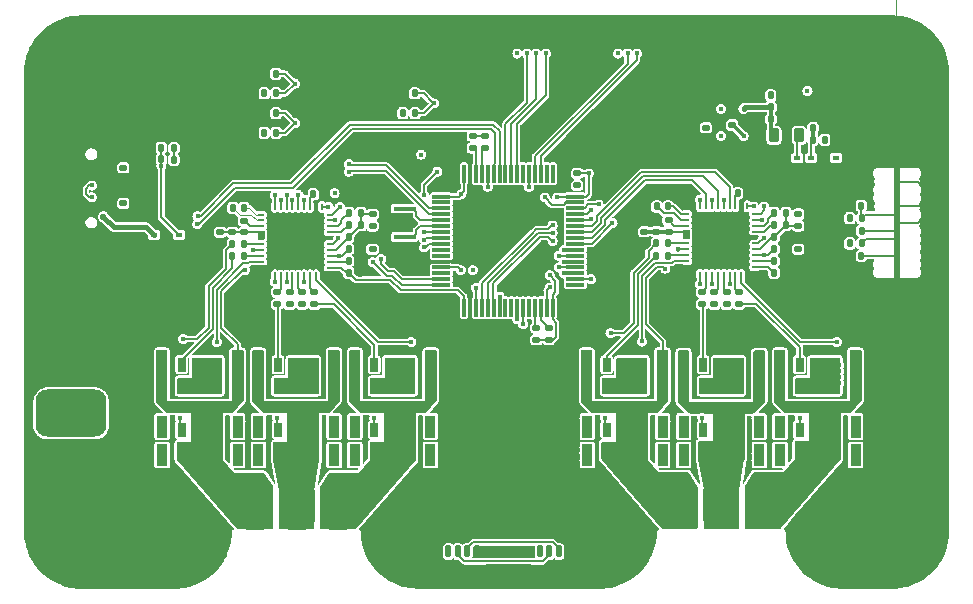
<source format=gbr>
%TF.GenerationSoftware,KiCad,Pcbnew,(6.0.4)*%
%TF.CreationDate,2023-01-05T12:04:55+08:00*%
%TF.ProjectId,FOC_Power,464f435f-506f-4776-9572-2e6b69636164,rev?*%
%TF.SameCoordinates,Original*%
%TF.FileFunction,Copper,L1,Top*%
%TF.FilePolarity,Positive*%
%FSLAX46Y46*%
G04 Gerber Fmt 4.6, Leading zero omitted, Abs format (unit mm)*
G04 Created by KiCad (PCBNEW (6.0.4)) date 2023-01-05 12:04:55*
%MOMM*%
%LPD*%
G01*
G04 APERTURE LIST*
G04 Aperture macros list*
%AMRoundRect*
0 Rectangle with rounded corners*
0 $1 Rounding radius*
0 $2 $3 $4 $5 $6 $7 $8 $9 X,Y pos of 4 corners*
0 Add a 4 corners polygon primitive as box body*
4,1,4,$2,$3,$4,$5,$6,$7,$8,$9,$2,$3,0*
0 Add four circle primitives for the rounded corners*
1,1,$1+$1,$2,$3*
1,1,$1+$1,$4,$5*
1,1,$1+$1,$6,$7*
1,1,$1+$1,$8,$9*
0 Add four rect primitives between the rounded corners*
20,1,$1+$1,$2,$3,$4,$5,0*
20,1,$1+$1,$4,$5,$6,$7,0*
20,1,$1+$1,$6,$7,$8,$9,0*
20,1,$1+$1,$8,$9,$2,$3,0*%
%AMFreePoly0*
4,1,53,0.110896,1.805487,0.122688,1.805545,0.193687,1.776545,0.193915,1.776320,0.194234,1.776318,0.210222,1.760172,0.226318,1.744234,0.226320,1.743916,0.226545,1.743688,0.255545,1.672688,0.255487,1.660896,0.260000,1.650000,0.260000,-1.650000,0.255487,-1.660896,0.255545,-1.672688,0.226545,-1.743688,0.226320,-1.743916,0.226318,-1.744234,0.210222,-1.760172,0.194234,-1.776318,
0.193915,-1.776320,0.193687,-1.776545,0.122688,-1.805545,0.110896,-1.805487,0.100000,-1.810000,-0.100000,-1.810000,-0.110896,-1.805487,-0.122688,-1.805545,-0.193688,-1.776545,-0.193916,-1.776320,-0.194234,-1.776318,-0.210172,-1.760222,-0.226318,-1.744234,-0.226320,-1.743915,-0.226545,-1.743687,-0.255545,-1.672688,-0.255487,-1.660896,-0.260000,-1.650000,-0.260000,1.650000,-0.255487,1.660896,
-0.255545,1.672688,-0.226545,1.743687,-0.226320,1.743915,-0.226318,1.744234,-0.210172,1.760222,-0.194234,1.776318,-0.193916,1.776320,-0.193688,1.776545,-0.122688,1.805545,-0.110896,1.805487,-0.100000,1.810000,0.100000,1.810000,0.110896,1.805487,0.110896,1.805487,$1*%
G04 Aperture macros list end*
%TA.AperFunction,SMDPad,CuDef*%
%ADD10RoundRect,0.135000X-0.135000X-0.185000X0.135000X-0.185000X0.135000X0.185000X-0.135000X0.185000X0*%
%TD*%
%TA.AperFunction,SMDPad,CuDef*%
%ADD11RoundRect,0.140000X0.140000X0.170000X-0.140000X0.170000X-0.140000X-0.170000X0.140000X-0.170000X0*%
%TD*%
%TA.AperFunction,SMDPad,CuDef*%
%ADD12RoundRect,0.135000X0.185000X-0.135000X0.185000X0.135000X-0.185000X0.135000X-0.185000X-0.135000X0*%
%TD*%
%TA.AperFunction,SMDPad,CuDef*%
%ADD13RoundRect,0.140000X-0.140000X-0.170000X0.140000X-0.170000X0.140000X0.170000X-0.140000X0.170000X0*%
%TD*%
%TA.AperFunction,SMDPad,CuDef*%
%ADD14RoundRect,0.135000X0.135000X0.185000X-0.135000X0.185000X-0.135000X-0.185000X0.135000X-0.185000X0*%
%TD*%
%TA.AperFunction,SMDPad,CuDef*%
%ADD15RoundRect,0.135000X-0.185000X0.135000X-0.185000X-0.135000X0.185000X-0.135000X0.185000X0.135000X0*%
%TD*%
%TA.AperFunction,SMDPad,CuDef*%
%ADD16O,0.599999X0.230000*%
%TD*%
%TA.AperFunction,SMDPad,CuDef*%
%ADD17O,0.230000X0.599999*%
%TD*%
%TA.AperFunction,SMDPad,CuDef*%
%ADD18R,4.149999X4.149999*%
%TD*%
%TA.AperFunction,ComponentPad*%
%ADD19C,0.499999*%
%TD*%
%TA.AperFunction,SMDPad,CuDef*%
%ADD20RoundRect,0.125000X-0.125000X-0.375000X0.125000X-0.375000X0.125000X0.375000X-0.125000X0.375000X0*%
%TD*%
%TA.AperFunction,SMDPad,CuDef*%
%ADD21RoundRect,0.250000X-0.350000X-0.600000X0.350000X-0.600000X0.350000X0.600000X-0.350000X0.600000X0*%
%TD*%
%TA.AperFunction,SMDPad,CuDef*%
%ADD22R,0.600000X0.450000*%
%TD*%
%TA.AperFunction,ComponentPad*%
%ADD23RoundRect,1.000000X-2.000000X1.000000X-2.000000X-1.000000X2.000000X-1.000000X2.000000X1.000000X0*%
%TD*%
%TA.AperFunction,SMDPad,CuDef*%
%ADD24RoundRect,0.750000X-0.750000X-1.250000X0.750000X-1.250000X0.750000X1.250000X-0.750000X1.250000X0*%
%TD*%
%TA.AperFunction,SMDPad,CuDef*%
%ADD25RoundRect,0.140000X0.170000X-0.140000X0.170000X0.140000X-0.170000X0.140000X-0.170000X-0.140000X0*%
%TD*%
%TA.AperFunction,SMDPad,CuDef*%
%ADD26RoundRect,0.140000X-0.170000X0.140000X-0.170000X-0.140000X0.170000X-0.140000X0.170000X0.140000X0*%
%TD*%
%TA.AperFunction,ComponentPad*%
%ADD27C,5.500000*%
%TD*%
%TA.AperFunction,SMDPad,CuDef*%
%ADD28R,0.900000X1.850000*%
%TD*%
%TA.AperFunction,SMDPad,CuDef*%
%ADD29R,0.650000X1.151000*%
%TD*%
%TA.AperFunction,SMDPad,CuDef*%
%ADD30R,0.650000X1.350000*%
%TD*%
%TA.AperFunction,SMDPad,CuDef*%
%ADD31R,1.000000X1.350000*%
%TD*%
%TA.AperFunction,SMDPad,CuDef*%
%ADD32R,1.900000X0.400000*%
%TD*%
%TA.AperFunction,SMDPad,CuDef*%
%ADD33RoundRect,0.147500X-0.172500X0.147500X-0.172500X-0.147500X0.172500X-0.147500X0.172500X0.147500X0*%
%TD*%
%TA.AperFunction,SMDPad,CuDef*%
%ADD34FreePoly0,90.000000*%
%TD*%
%TA.AperFunction,SMDPad,CuDef*%
%ADD35RoundRect,0.147500X0.172500X-0.147500X0.172500X0.147500X-0.172500X0.147500X-0.172500X-0.147500X0*%
%TD*%
%TA.AperFunction,SMDPad,CuDef*%
%ADD36RoundRect,0.218750X0.218750X0.381250X-0.218750X0.381250X-0.218750X-0.381250X0.218750X-0.381250X0*%
%TD*%
%TA.AperFunction,SMDPad,CuDef*%
%ADD37RoundRect,0.075000X-0.700000X-0.075000X0.700000X-0.075000X0.700000X0.075000X-0.700000X0.075000X0*%
%TD*%
%TA.AperFunction,SMDPad,CuDef*%
%ADD38RoundRect,0.075000X-0.075000X-0.700000X0.075000X-0.700000X0.075000X0.700000X-0.075000X0.700000X0*%
%TD*%
%TA.AperFunction,ComponentPad*%
%ADD39O,1.700000X0.900000*%
%TD*%
%TA.AperFunction,ComponentPad*%
%ADD40O,2.000000X0.900000*%
%TD*%
%TA.AperFunction,ViaPad*%
%ADD41C,0.450000*%
%TD*%
%TA.AperFunction,ViaPad*%
%ADD42C,0.500000*%
%TD*%
%TA.AperFunction,ViaPad*%
%ADD43C,0.550000*%
%TD*%
%TA.AperFunction,Conductor*%
%ADD44C,0.200000*%
%TD*%
%TA.AperFunction,Conductor*%
%ADD45C,0.300000*%
%TD*%
%TA.AperFunction,Conductor*%
%ADD46C,0.150000*%
%TD*%
%TA.AperFunction,Conductor*%
%ADD47C,0.250000*%
%TD*%
%TA.AperFunction,Conductor*%
%ADD48C,0.400000*%
%TD*%
%TA.AperFunction,Conductor*%
%ADD49C,0.100000*%
%TD*%
G04 APERTURE END LIST*
D10*
%TO.P,R19,1*%
%TO.N,+3V3*%
X98585000Y-41575000D03*
%TO.P,R19,2*%
%TO.N,Net-(C30-Pad1)*%
X99605000Y-41575000D03*
%TD*%
D11*
%TO.P,C7,1*%
%TO.N,/NRST*%
X61730660Y-31015000D03*
%TO.P,C7,2*%
%TO.N,GND*%
X60770660Y-31015000D03*
%TD*%
D12*
%TO.P,R10,1*%
%TO.N,/I2C1_SCL*%
X67715000Y-35635000D03*
%TO.P,R10,2*%
%TO.N,+3V3*%
X67715000Y-34615000D03*
%TD*%
D13*
%TO.P,C45,1*%
%TO.N,Net-(C45-Pad1)*%
X53175000Y-39565000D03*
%TO.P,C45,2*%
%TO.N,GND*%
X54135000Y-39565000D03*
%TD*%
D11*
%TO.P,C8,1*%
%TO.N,/KEY_ENT*%
X50000660Y-29345000D03*
%TO.P,C8,2*%
%TO.N,GND*%
X49040660Y-29345000D03*
%TD*%
D14*
%TO.P,R22,1*%
%TO.N,+3V3*%
X93185000Y-42155000D03*
%TO.P,R22,2*%
%TO.N,Net-(R22-Pad2)*%
X92165000Y-42155000D03*
%TD*%
D13*
%TO.P,C2,1*%
%TO.N,Net-(C2-Pad1)*%
X89085000Y-39485000D03*
%TO.P,C2,2*%
%TO.N,GND*%
X90045000Y-39485000D03*
%TD*%
%TO.P,C46,1*%
%TO.N,+3V3*%
X56155000Y-43175000D03*
%TO.P,C46,2*%
%TO.N,GND*%
X57115000Y-43175000D03*
%TD*%
D15*
%TO.P,R24,1*%
%TO.N,GND*%
X94205000Y-43175000D03*
%TO.P,R24,2*%
%TO.N,Net-(R24-Pad2)*%
X94205000Y-44195000D03*
%TD*%
D14*
%TO.P,R30,1*%
%TO.N,+3V3*%
X57175000Y-41135000D03*
%TO.P,R30,2*%
%TO.N,Net-(R30-Pad2)*%
X56155000Y-41135000D03*
%TD*%
D16*
%TO.P,U7,1,CPL*%
%TO.N,Net-(C49-Pad2)*%
X48745001Y-41264999D03*
%TO.P,U7,2,CPH*%
%TO.N,Net-(C49-Pad1)*%
X48745001Y-41764998D03*
%TO.P,U7,3,VCP*%
%TO.N,Net-(C48-Pad2)*%
X48745001Y-42265000D03*
%TO.P,U7,4,VM*%
%TO.N,+12V*%
X48745001Y-42764999D03*
%TO.P,U7,5,VDRAIN*%
X48745001Y-43265000D03*
%TO.P,U7,6,GHA*%
%TO.N,/Motor1/GHA*%
X48745001Y-43765000D03*
%TO.P,U7,7,SHA*%
%TO.N,/Motor1/SHA*%
X48745001Y-44264998D03*
%TO.P,U7,8,GLA*%
%TO.N,/Motor1/GLA*%
X48745001Y-44765000D03*
%TO.P,U7,9,SPA*%
%TO.N,/Motor1/SPA*%
X48745001Y-45264999D03*
%TO.P,U7,10,SNA*%
%TO.N,GND*%
X48745001Y-45765001D03*
D17*
%TO.P,U7,11,SNB*%
X49394999Y-46414999D03*
%TO.P,U7,12,SPB*%
%TO.N,/Motor1/SPB*%
X49894998Y-46414999D03*
%TO.P,U7,13,GLB*%
%TO.N,/Motor1/GLB*%
X50395000Y-46414999D03*
%TO.P,U7,14,SHB*%
%TO.N,/Motor1/SHB*%
X50894999Y-46414999D03*
%TO.P,U7,15,GHB*%
%TO.N,/Motor1/GHB*%
X51395000Y-46414999D03*
%TO.P,U7,16,GHC*%
%TO.N,/Motor1/GHC*%
X51895000Y-46414999D03*
%TO.P,U7,17,SHC*%
%TO.N,/Motor1/SHC*%
X52394998Y-46414999D03*
%TO.P,U7,18,GLC*%
%TO.N,/Motor1/GLC*%
X52895000Y-46414999D03*
%TO.P,U7,19,SPC*%
%TO.N,/Motor1/SPC*%
X53394999Y-46414999D03*
%TO.P,U7,20,SNC*%
%TO.N,GND*%
X53895001Y-46414999D03*
D16*
%TO.P,U7,21,SOC*%
%TO.N,/SOC1*%
X54544999Y-45765001D03*
%TO.P,U7,22,SOB*%
%TO.N,/SOB1*%
X54544999Y-45264999D03*
%TO.P,U7,23,SOA*%
%TO.N,/SOA1*%
X54544999Y-44765000D03*
%TO.P,U7,24,VREF*%
%TO.N,+3V3*%
X54544999Y-44264998D03*
%TO.P,U7,25,FAULT_N*%
%TO.N,/FAULT1*%
X54544999Y-43765000D03*
%TO.P,U7,26,MODE_SDO*%
%TO.N,GND*%
X54544999Y-43265000D03*
%TO.P,U7,27,IDRIVE_SDI*%
%TO.N,Net-(R29-Pad2)*%
X54544999Y-42764999D03*
%TO.P,U7,28,VDS_SCLK*%
%TO.N,Net-(R30-Pad2)*%
X54544999Y-42265000D03*
%TO.P,U7,29,GAIN_SCS_N*%
%TO.N,Net-(R31-Pad2)*%
X54544999Y-41764998D03*
%TO.P,U7,30,ENABLE*%
%TO.N,/EN1*%
X54544999Y-41264999D03*
D17*
%TO.P,U7,31,CAL*%
%TO.N,/CAL1*%
X53895001Y-40615001D03*
%TO.P,U7,32,AGND*%
%TO.N,GND*%
X53394999Y-40615001D03*
%TO.P,U7,33,DVDD*%
%TO.N,Net-(C45-Pad1)*%
X52895000Y-40615001D03*
%TO.P,U7,34,INHA*%
%TO.N,/INHA1*%
X52394998Y-40615001D03*
%TO.P,U7,35,INLA*%
%TO.N,/INLA1*%
X51895000Y-40615001D03*
%TO.P,U7,36,INHB*%
%TO.N,/INHB1*%
X51395000Y-40615001D03*
%TO.P,U7,37,INLB*%
%TO.N,/INLB1*%
X50894999Y-40615001D03*
%TO.P,U7,38,INHC*%
%TO.N,/INHC1*%
X50395000Y-40615001D03*
%TO.P,U7,39,INLC*%
%TO.N,/INLC1*%
X49894998Y-40615001D03*
%TO.P,U7,40,PGND*%
%TO.N,GND*%
X49394999Y-40615001D03*
D18*
%TO.P,U7,41,PAD*%
X51645000Y-43515000D03*
D19*
%TO.P,U7,V*%
X50960000Y-44200000D03*
X50960000Y-42830000D03*
X50960000Y-41690000D03*
X52330000Y-42830000D03*
X49820000Y-44200000D03*
X53470000Y-42830000D03*
X50960000Y-45340000D03*
X52330000Y-41690000D03*
X52330000Y-44200000D03*
X53470000Y-44200000D03*
X52330000Y-45340000D03*
X49820000Y-42830000D03*
%TD*%
D12*
%TO.P,R9,1*%
%TO.N,/I2C1_SDA*%
X66675000Y-35635000D03*
%TO.P,R9,2*%
%TO.N,+3V3*%
X66675000Y-34615000D03*
%TD*%
D10*
%TO.P,R13,1*%
%TO.N,+3V3*%
X48995000Y-34345000D03*
%TO.P,R13,2*%
%TO.N,/KEY_SEL*%
X50015000Y-34345000D03*
%TD*%
D14*
%TO.P,R17,1*%
%TO.N,Net-(R17-Pad1)*%
X99605000Y-42645000D03*
%TO.P,R17,2*%
%TO.N,GND*%
X98585000Y-42645000D03*
%TD*%
D20*
%TO.P,ENC0,1,Pin_1*%
%TO.N,+3V3*%
X72355000Y-69795000D03*
%TO.P,ENC0,2,Pin_2*%
%TO.N,/I2C2_SCL*%
X73155000Y-69795000D03*
%TO.P,ENC0,3,Pin_3*%
%TO.N,/I2C2_SDA*%
X73955000Y-69795000D03*
%TO.P,ENC0,4,Pin_4*%
%TO.N,GND*%
X74755000Y-69795000D03*
D21*
%TO.P,ENC0,MP*%
X76055000Y-71745000D03*
X71055000Y-71745000D03*
%TD*%
D10*
%TO.P,R14,1*%
%TO.N,Net-(C18-Pad1)*%
X95455000Y-34937500D03*
%TO.P,R14,2*%
%TO.N,Net-(R14-Pad2)*%
X96475000Y-34937500D03*
%TD*%
D11*
%TO.P,C19,1*%
%TO.N,+5V*%
X40295000Y-36595000D03*
%TO.P,C19,2*%
%TO.N,GND*%
X39335000Y-36595000D03*
%TD*%
D13*
%TO.P,C49,1*%
%TO.N,Net-(C49-Pad1)*%
X46335000Y-40695000D03*
%TO.P,C49,2*%
%TO.N,Net-(C49-Pad2)*%
X47295000Y-40695000D03*
%TD*%
D22*
%TO.P,D7,1,K*%
%TO.N,+5V*%
X41785596Y-42995000D03*
%TO.P,D7,2,A*%
%TO.N,VBUS*%
X39685596Y-42995000D03*
%TD*%
D23*
%TO.P,J3,1,Pin_1*%
%TO.N,GND*%
X32660000Y-53105000D03*
%TO.P,J3,2,Pin_2*%
%TO.N,+12V*%
X32660000Y-58105000D03*
%TD*%
D24*
%TO.P,J1,1,Pin_1*%
%TO.N,/Motor0/SHC*%
X91210000Y-65890000D03*
%TO.P,J1,2,Pin_2*%
%TO.N,/Motor0/SHB*%
X87710000Y-65890000D03*
%TO.P,J1,3,Pin_3*%
%TO.N,/Motor0/SHA*%
X84210000Y-65890000D03*
%TD*%
D13*
%TO.P,C21,1*%
%TO.N,+3V3*%
X41365000Y-35635000D03*
%TO.P,C21,2*%
%TO.N,GND*%
X42325000Y-35635000D03*
%TD*%
%TO.P,C35,1*%
%TO.N,/SOB0*%
X92175000Y-45195000D03*
%TO.P,C35,2*%
%TO.N,GND*%
X93135000Y-45195000D03*
%TD*%
D11*
%TO.P,C30,1*%
%TO.N,Net-(C30-Pad1)*%
X99555000Y-40515000D03*
%TO.P,C30,2*%
%TO.N,GND*%
X98595000Y-40515000D03*
%TD*%
D25*
%TO.P,C31,1*%
%TO.N,+3V3*%
X86395000Y-33900000D03*
%TO.P,C31,2*%
%TO.N,GND*%
X86395000Y-32940000D03*
%TD*%
D26*
%TO.P,C32,1*%
%TO.N,GND*%
X88645000Y-32727500D03*
%TO.P,C32,2*%
%TO.N,Net-(C32-Pad2)*%
X88645000Y-33687500D03*
%TD*%
D25*
%TO.P,C4,1*%
%TO.N,+12V*%
X82215000Y-42715000D03*
%TO.P,C4,2*%
%TO.N,GND*%
X82215000Y-41755000D03*
%TD*%
D11*
%TO.P,C9,1*%
%TO.N,/KEY_SEL*%
X49995000Y-32685000D03*
%TO.P,C9,2*%
%TO.N,GND*%
X49035000Y-32685000D03*
%TD*%
D10*
%TO.P,R12,1*%
%TO.N,+3V3*%
X49010660Y-31005000D03*
%TO.P,R12,2*%
%TO.N,/KEY_ENT*%
X50030660Y-31005000D03*
%TD*%
D15*
%TO.P,R36,1*%
%TO.N,/Motor1/GLB*%
X50125000Y-47845000D03*
%TO.P,R36,2*%
%TO.N,Net-(Q10-Pad2)*%
X50125000Y-48865000D03*
%TD*%
D27*
%TO.P,H2,1*%
%TO.N,GND*%
X33505000Y-68125000D03*
%TD*%
D28*
%TO.P,Q2,1,D*%
%TO.N,/Motor0/SHA*%
X76350000Y-53725000D03*
X76350000Y-56125000D03*
X82750000Y-53725000D03*
X82750000Y-56125000D03*
D29*
%TO.P,Q2,2,G*%
%TO.N,Net-(Q2-Pad2)*%
X78000000Y-53975000D03*
D30*
%TO.P,Q2,3,S*%
%TO.N,/Motor0/SPA*%
X78000000Y-55775000D03*
D31*
X79375000Y-55775000D03*
X80925000Y-54075000D03*
X80925000Y-55775000D03*
X79375000Y-54075000D03*
%TD*%
D15*
%TO.P,R37,1*%
%TO.N,/Motor1/GHC*%
X52211666Y-47845000D03*
%TO.P,R37,2*%
%TO.N,Net-(Q11-Pad2)*%
X52211666Y-48865000D03*
%TD*%
%TO.P,R20,1*%
%TO.N,Net-(J2-PadA5)*%
X37075000Y-40315000D03*
%TO.P,R20,2*%
%TO.N,GND*%
X37075000Y-41335000D03*
%TD*%
D32*
%TO.P,Y1,1*%
%TO.N,/PH0*%
X60885000Y-40775000D03*
%TO.P,Y1,2*%
%TO.N,GND*%
X60885000Y-41975000D03*
%TO.P,Y1,3*%
%TO.N,/PH1*%
X60885000Y-43175000D03*
%TD*%
D28*
%TO.P,Q6,1,D*%
%TO.N,/Motor0/SHC*%
X99075000Y-56125000D03*
X92675000Y-53725000D03*
X99075000Y-53725000D03*
X92675000Y-56125000D03*
D29*
%TO.P,Q6,2,G*%
%TO.N,Net-(Q6-Pad2)*%
X94325000Y-53975000D03*
D30*
%TO.P,Q6,3,S*%
%TO.N,/Motor0/SPC*%
X94325000Y-55775000D03*
D31*
X95700000Y-54075000D03*
X97250000Y-55775000D03*
X97250000Y-54075000D03*
X95700000Y-55775000D03*
%TD*%
D28*
%TO.P,Q12,1,D*%
%TO.N,/Motor1/SHC*%
X63080000Y-56125000D03*
X63080000Y-53725000D03*
X56680000Y-53725000D03*
X56680000Y-56125000D03*
D29*
%TO.P,Q12,2,G*%
%TO.N,Net-(Q12-Pad2)*%
X58330000Y-53975000D03*
D31*
%TO.P,Q12,3,S*%
%TO.N,/Motor1/SPC*%
X61255000Y-54075000D03*
X61255000Y-55775000D03*
D30*
X58330000Y-55775000D03*
D31*
X59705000Y-55775000D03*
X59705000Y-54075000D03*
%TD*%
D28*
%TO.P,Q8,1,D*%
%TO.N,/Motor1/SHA*%
X40355000Y-53725000D03*
X46755000Y-53725000D03*
X40355000Y-56125000D03*
X46755000Y-56125000D03*
D29*
%TO.P,Q8,2,G*%
%TO.N,Net-(Q8-Pad2)*%
X42005000Y-53975000D03*
D30*
%TO.P,Q8,3,S*%
%TO.N,/Motor1/SPA*%
X42005000Y-55775000D03*
D31*
X43380000Y-54075000D03*
X44930000Y-55775000D03*
X44930000Y-54075000D03*
X43380000Y-55775000D03*
%TD*%
D13*
%TO.P,C3,1*%
%TO.N,+3V3*%
X92175000Y-43175000D03*
%TO.P,C3,2*%
%TO.N,GND*%
X93135000Y-43175000D03*
%TD*%
D28*
%TO.P,Q10,1,D*%
%TO.N,/Motor1/SHB*%
X48517500Y-53725000D03*
X54917500Y-53725000D03*
X54917500Y-56125000D03*
X48517500Y-56125000D03*
D29*
%TO.P,Q10,2,G*%
%TO.N,Net-(Q10-Pad2)*%
X50167500Y-53975000D03*
D30*
%TO.P,Q10,3,S*%
%TO.N,/Motor1/SPB*%
X50167500Y-55775000D03*
D31*
X51542500Y-54075000D03*
X53092500Y-54075000D03*
X51542500Y-55775000D03*
X53092500Y-55775000D03*
%TD*%
D28*
%TO.P,Q1,1,D*%
%TO.N,+12V*%
X82750000Y-59225000D03*
X82750000Y-61625000D03*
X76350000Y-61625000D03*
X76350000Y-59225000D03*
D29*
%TO.P,Q1,2,G*%
%TO.N,Net-(Q1-Pad2)*%
X78000000Y-59475000D03*
D31*
%TO.P,Q1,3,S*%
%TO.N,/Motor0/SHA*%
X80925000Y-59575000D03*
X80925000Y-61275000D03*
D30*
X78000000Y-61275000D03*
D31*
X79375000Y-61275000D03*
X79375000Y-59575000D03*
%TD*%
D33*
%TO.P,D1,1,K*%
%TO.N,Net-(D1-Pad1)*%
X94205000Y-41247500D03*
%TO.P,D1,2,A*%
%TO.N,+3V3*%
X94205000Y-42217500D03*
%TD*%
D11*
%TO.P,C27,1*%
%TO.N,GND*%
X92865000Y-32185000D03*
%TO.P,C27,2*%
%TO.N,+5V*%
X91905000Y-32185000D03*
%TD*%
D28*
%TO.P,Q5,1,D*%
%TO.N,+12V*%
X99075000Y-61625000D03*
X99075000Y-59225000D03*
X92675000Y-61625000D03*
X92675000Y-59225000D03*
D29*
%TO.P,Q5,2,G*%
%TO.N,Net-(Q5-Pad2)*%
X94325000Y-59475000D03*
D31*
%TO.P,Q5,3,S*%
%TO.N,/Motor0/SHC*%
X95700000Y-61275000D03*
X97250000Y-61275000D03*
X95700000Y-59575000D03*
X97250000Y-59575000D03*
D30*
X94325000Y-61275000D03*
%TD*%
D34*
%TO.P,U5,1,NC1*%
%TO.N,unconnected-(U5-Pad1)*%
X102585000Y-46175000D03*
%TO.P,U5,2,VPP*%
%TO.N,+5V*%
X102585000Y-45475000D03*
%TO.P,U5,3,VCCOMH*%
%TO.N,Net-(C29-Pad1)*%
X102585000Y-44775000D03*
%TO.P,U5,4,VDD*%
%TO.N,+3V3*%
X102585000Y-44075000D03*
%TO.P,U5,5,IM1*%
%TO.N,Net-(R18-Pad1)*%
X102585000Y-43375000D03*
%TO.P,U5,6,IREF*%
%TO.N,Net-(R17-Pad1)*%
X102585000Y-42675000D03*
%TO.P,U5,7,CS*%
%TO.N,GND*%
X102585000Y-41975000D03*
%TO.P,U5,8,RES*%
%TO.N,Net-(C30-Pad1)*%
X102585000Y-41275000D03*
%TO.P,U5,9,DC*%
%TO.N,GND*%
X102585000Y-40575000D03*
%TO.P,U5,10,SCL*%
%TO.N,/I2C1_SCL*%
X102585000Y-39875000D03*
%TO.P,U5,11,SDA*%
%TO.N,/I2C1_SDA*%
X102585000Y-39175000D03*
%TO.P,U5,12,VSS*%
%TO.N,GND*%
X102585000Y-38475000D03*
%TO.P,U5,13,NC2*%
%TO.N,unconnected-(U5-Pad13)*%
X102585000Y-37775000D03*
%TD*%
D15*
%TO.P,R35,1*%
%TO.N,/Motor1/GHB*%
X51165000Y-47845000D03*
%TO.P,R35,2*%
%TO.N,Net-(Q9-Pad2)*%
X51165000Y-48865000D03*
%TD*%
D24*
%TO.P,MOTOR1,1,Pin_1*%
%TO.N,/Motor1/SHC*%
X55245000Y-65920000D03*
%TO.P,MOTOR1,2,Pin_2*%
%TO.N,/Motor1/SHB*%
X51745000Y-65920000D03*
%TO.P,MOTOR1,3,Pin_3*%
%TO.N,/Motor1/SHA*%
X48245000Y-65920000D03*
%TD*%
D14*
%TO.P,R18,1*%
%TO.N,Net-(R18-Pad1)*%
X99605000Y-43715000D03*
%TO.P,R18,2*%
%TO.N,+3V3*%
X98585000Y-43715000D03*
%TD*%
D28*
%TO.P,Q9,1,D*%
%TO.N,+12V*%
X54917500Y-59225000D03*
X54917500Y-61625000D03*
X48517500Y-61625000D03*
X48517500Y-59225000D03*
D29*
%TO.P,Q9,2,G*%
%TO.N,Net-(Q9-Pad2)*%
X50167500Y-59475000D03*
D31*
%TO.P,Q9,3,S*%
%TO.N,/Motor1/SHB*%
X53092500Y-59575000D03*
D30*
X50167500Y-61275000D03*
D31*
X53092500Y-61275000D03*
X51542500Y-61275000D03*
X51542500Y-59575000D03*
%TD*%
D15*
%TO.P,R31,1*%
%TO.N,GND*%
X58175000Y-43175000D03*
%TO.P,R31,2*%
%TO.N,Net-(R31-Pad2)*%
X58175000Y-44195000D03*
%TD*%
D13*
%TO.P,C51,1*%
%TO.N,/SOB1*%
X56155000Y-45195000D03*
%TO.P,C51,2*%
%TO.N,GND*%
X57115000Y-45195000D03*
%TD*%
D15*
%TO.P,R43,1*%
%TO.N,/Motor0/GHC*%
X88155000Y-47835000D03*
%TO.P,R43,2*%
%TO.N,Net-(Q5-Pad2)*%
X88155000Y-48855000D03*
%TD*%
D20*
%TO.P,ENC1,1,Pin_1*%
%TO.N,+3V3*%
X64595000Y-69795000D03*
%TO.P,ENC1,2,Pin_2*%
%TO.N,/I2C2_SCL*%
X65395000Y-69795000D03*
%TO.P,ENC1,3,Pin_3*%
%TO.N,/I2C2_SDA*%
X66195000Y-69795000D03*
%TO.P,ENC1,4,Pin_4*%
%TO.N,GND*%
X66995000Y-69795000D03*
D21*
%TO.P,ENC1,MP*%
X63295000Y-71745000D03*
X68295000Y-71745000D03*
%TD*%
D25*
%TO.P,C47,1*%
%TO.N,+12V*%
X46295000Y-42775000D03*
%TO.P,C47,2*%
%TO.N,GND*%
X46295000Y-41815000D03*
%TD*%
D22*
%TO.P,D3,1,K*%
%TO.N,Net-(C18-Pad1)*%
X95315000Y-36487500D03*
%TO.P,D3,2,A*%
%TO.N,+12V*%
X97415000Y-36487500D03*
%TD*%
D28*
%TO.P,Q11,1,D*%
%TO.N,+12V*%
X63080000Y-59225000D03*
X56680000Y-61625000D03*
X63080000Y-61625000D03*
X56680000Y-59225000D03*
D29*
%TO.P,Q11,2,G*%
%TO.N,Net-(Q11-Pad2)*%
X58330000Y-59475000D03*
D30*
%TO.P,Q11,3,S*%
%TO.N,/Motor1/SHC*%
X58330000Y-61275000D03*
D31*
X61255000Y-59575000D03*
X61255000Y-61275000D03*
X59705000Y-61275000D03*
X59705000Y-59575000D03*
%TD*%
D13*
%TO.P,C52,1*%
%TO.N,/SOA1*%
X56155000Y-44185000D03*
%TO.P,C52,2*%
%TO.N,GND*%
X57115000Y-44185000D03*
%TD*%
%TO.P,C18,1*%
%TO.N,Net-(C18-Pad1)*%
X95465000Y-33945000D03*
%TO.P,C18,2*%
%TO.N,GND*%
X96425000Y-33945000D03*
%TD*%
D12*
%TO.P,R21,1*%
%TO.N,Net-(J2-PadB5)*%
X37075000Y-37305000D03*
%TO.P,R21,2*%
%TO.N,GND*%
X37075000Y-36285000D03*
%TD*%
D11*
%TO.P,C25,1*%
%TO.N,GND*%
X92865000Y-33177500D03*
%TO.P,C25,2*%
%TO.N,+5V*%
X91905000Y-33177500D03*
%TD*%
D10*
%TO.P,R16,1*%
%TO.N,Net-(C26-Pad2)*%
X91895000Y-31185000D03*
%TO.P,R16,2*%
%TO.N,GND*%
X92915000Y-31185000D03*
%TD*%
D35*
%TO.P,D8,1,K*%
%TO.N,Net-(D8-Pad1)*%
X58175000Y-42222500D03*
%TO.P,D8,2,A*%
%TO.N,+3V3*%
X58175000Y-41252500D03*
%TD*%
D15*
%TO.P,R44,1*%
%TO.N,/Motor0/GLC*%
X89195000Y-47835000D03*
%TO.P,R44,2*%
%TO.N,Net-(Q6-Pad2)*%
X89195000Y-48855000D03*
%TD*%
D16*
%TO.P,U2,1,CPL*%
%TO.N,Net-(C6-Pad2)*%
X84755001Y-41214999D03*
%TO.P,U2,2,CPH*%
%TO.N,Net-(C6-Pad1)*%
X84755001Y-41714998D03*
%TO.P,U2,3,VCP*%
%TO.N,Net-(C5-Pad2)*%
X84755001Y-42215000D03*
%TO.P,U2,4,VM*%
%TO.N,+12V*%
X84755001Y-42714999D03*
%TO.P,U2,5,VDRAIN*%
X84755001Y-43215000D03*
%TO.P,U2,6,GHA*%
%TO.N,/Motor0/GHA*%
X84755001Y-43715000D03*
%TO.P,U2,7,SHA*%
%TO.N,/Motor0/SHA*%
X84755001Y-44214998D03*
%TO.P,U2,8,GLA*%
%TO.N,/Motor0/GLA*%
X84755001Y-44715000D03*
%TO.P,U2,9,SPA*%
%TO.N,/Motor0/SPA*%
X84755001Y-45214999D03*
%TO.P,U2,10,SNA*%
%TO.N,GND*%
X84755001Y-45715001D03*
D17*
%TO.P,U2,11,SNB*%
X85404999Y-46364999D03*
%TO.P,U2,12,SPB*%
%TO.N,/Motor0/SPB*%
X85904998Y-46364999D03*
%TO.P,U2,13,GLB*%
%TO.N,/Motor0/GLB*%
X86405000Y-46364999D03*
%TO.P,U2,14,SHB*%
%TO.N,/Motor0/SHB*%
X86904999Y-46364999D03*
%TO.P,U2,15,GHB*%
%TO.N,/Motor0/GHB*%
X87405000Y-46364999D03*
%TO.P,U2,16,GHC*%
%TO.N,/Motor0/GHC*%
X87905000Y-46364999D03*
%TO.P,U2,17,SHC*%
%TO.N,/Motor0/SHC*%
X88404998Y-46364999D03*
%TO.P,U2,18,GLC*%
%TO.N,/Motor0/GLC*%
X88905000Y-46364999D03*
%TO.P,U2,19,SPC*%
%TO.N,/Motor0/SPC*%
X89404999Y-46364999D03*
%TO.P,U2,20,SNC*%
%TO.N,GND*%
X89905001Y-46364999D03*
D16*
%TO.P,U2,21,SOC*%
%TO.N,/SOC0*%
X90554999Y-45715001D03*
%TO.P,U2,22,SOB*%
%TO.N,/SOB0*%
X90554999Y-45214999D03*
%TO.P,U2,23,SOA*%
%TO.N,/SOA0*%
X90554999Y-44715000D03*
%TO.P,U2,24,VREF*%
%TO.N,+3V3*%
X90554999Y-44214998D03*
%TO.P,U2,25,FAULT_N*%
%TO.N,/FAULT0*%
X90554999Y-43715000D03*
%TO.P,U2,26,MODE_SDO*%
%TO.N,GND*%
X90554999Y-43215000D03*
%TO.P,U2,27,IDRIVE_SDI*%
%TO.N,Net-(R22-Pad2)*%
X90554999Y-42714999D03*
%TO.P,U2,28,VDS_SCLK*%
%TO.N,Net-(R23-Pad2)*%
X90554999Y-42215000D03*
%TO.P,U2,29,GAIN_SCS_N*%
%TO.N,Net-(R24-Pad2)*%
X90554999Y-41714998D03*
%TO.P,U2,30,ENABLE*%
%TO.N,/EN0*%
X90554999Y-41214999D03*
D17*
%TO.P,U2,31,CAL*%
%TO.N,/CAL0*%
X89905001Y-40565001D03*
%TO.P,U2,32,AGND*%
%TO.N,GND*%
X89404999Y-40565001D03*
%TO.P,U2,33,DVDD*%
%TO.N,Net-(C2-Pad1)*%
X88905000Y-40565001D03*
%TO.P,U2,34,INHA*%
%TO.N,/INHA0*%
X88404998Y-40565001D03*
%TO.P,U2,35,INLA*%
%TO.N,/INLA0*%
X87905000Y-40565001D03*
%TO.P,U2,36,INHB*%
%TO.N,/INHB0*%
X87405000Y-40565001D03*
%TO.P,U2,37,INLB*%
%TO.N,/INLB0*%
X86904999Y-40565001D03*
%TO.P,U2,38,INHC*%
%TO.N,/INHC0*%
X86405000Y-40565001D03*
%TO.P,U2,39,INLC*%
%TO.N,/INLC0*%
X85904998Y-40565001D03*
%TO.P,U2,40,PGND*%
%TO.N,GND*%
X85404999Y-40565001D03*
D18*
%TO.P,U2,41,PAD*%
X87655000Y-43465000D03*
D19*
%TO.P,U2,V*%
X85830000Y-44150000D03*
X89480000Y-44150000D03*
X88340000Y-44150000D03*
X89480000Y-42780000D03*
X88340000Y-41640000D03*
X85830000Y-42780000D03*
X86970000Y-45290000D03*
X86970000Y-44150000D03*
X86970000Y-42780000D03*
X88340000Y-45290000D03*
X86970000Y-41640000D03*
X88340000Y-42780000D03*
%TD*%
D15*
%TO.P,R42,1*%
%TO.N,/Motor0/GLB*%
X86075000Y-47835000D03*
%TO.P,R42,2*%
%TO.N,Net-(Q4-Pad2)*%
X86075000Y-48855000D03*
%TD*%
D13*
%TO.P,C6,1*%
%TO.N,Net-(C6-Pad1)*%
X82245000Y-40585000D03*
%TO.P,C6,2*%
%TO.N,Net-(C6-Pad2)*%
X83205000Y-40585000D03*
%TD*%
%TO.P,C22,1*%
%TO.N,+3V3*%
X41355000Y-36625000D03*
%TO.P,C22,2*%
%TO.N,GND*%
X42315000Y-36625000D03*
%TD*%
%TO.P,C50,1*%
%TO.N,/SOC1*%
X56155000Y-46205000D03*
%TO.P,C50,2*%
%TO.N,GND*%
X57115000Y-46205000D03*
%TD*%
D25*
%TO.P,C48,1*%
%TO.N,+12V*%
X47325000Y-42775000D03*
%TO.P,C48,2*%
%TO.N,Net-(C48-Pad2)*%
X47325000Y-41815000D03*
%TD*%
D28*
%TO.P,Q7,1,D*%
%TO.N,+12V*%
X40355000Y-59225000D03*
X40355000Y-61625000D03*
X46755000Y-61625000D03*
X46755000Y-59225000D03*
D29*
%TO.P,Q7,2,G*%
%TO.N,Net-(Q7-Pad2)*%
X42005000Y-59475000D03*
D30*
%TO.P,Q7,3,S*%
%TO.N,/Motor1/SHA*%
X42005000Y-61275000D03*
D31*
X43380000Y-59575000D03*
X43380000Y-61275000D03*
X44930000Y-61275000D03*
X44930000Y-59575000D03*
%TD*%
D13*
%TO.P,C34,1*%
%TO.N,/SOC0*%
X92175000Y-46205000D03*
%TO.P,C34,2*%
%TO.N,GND*%
X93135000Y-46205000D03*
%TD*%
D14*
%TO.P,R40,1*%
%TO.N,/Motor0/GLA*%
X83225000Y-44755000D03*
%TO.P,R40,2*%
%TO.N,Net-(Q2-Pad2)*%
X82205000Y-44755000D03*
%TD*%
D25*
%TO.P,C5,1*%
%TO.N,+12V*%
X83235000Y-42715000D03*
%TO.P,C5,2*%
%TO.N,Net-(C5-Pad2)*%
X83235000Y-41755000D03*
%TD*%
%TO.P,C44,1*%
%TO.N,+12V*%
X45275000Y-42765000D03*
%TO.P,C44,2*%
%TO.N,GND*%
X45275000Y-41805000D03*
%TD*%
D36*
%TO.P,L1,1,1*%
%TO.N,Net-(C23-Pad1)*%
X94287500Y-34557500D03*
%TO.P,L1,2,2*%
%TO.N,+5V*%
X92162500Y-34557500D03*
%TD*%
D14*
%TO.P,R29,1*%
%TO.N,+3V3*%
X57165000Y-42165000D03*
%TO.P,R29,2*%
%TO.N,Net-(R29-Pad2)*%
X56145000Y-42165000D03*
%TD*%
%TO.P,R23,1*%
%TO.N,+3V3*%
X93185000Y-41125000D03*
%TO.P,R23,2*%
%TO.N,Net-(R23-Pad2)*%
X92165000Y-41125000D03*
%TD*%
D27*
%TO.P,H3,1*%
%TO.N,GND*%
X102175000Y-68115000D03*
%TD*%
D15*
%TO.P,R8,1*%
%TO.N,/I2C2_SCL*%
X72045000Y-50855000D03*
%TO.P,R8,2*%
%TO.N,+3V3*%
X72045000Y-51875000D03*
%TD*%
D12*
%TO.P,R11,1*%
%TO.N,Net-(D2-Pad2)*%
X75495000Y-38805000D03*
%TO.P,R11,2*%
%TO.N,+3V3*%
X75495000Y-37785000D03*
%TD*%
D14*
%TO.P,R26,1*%
%TO.N,/Motor1/GLA*%
X47325000Y-44815000D03*
%TO.P,R26,2*%
%TO.N,Net-(Q8-Pad2)*%
X46305000Y-44815000D03*
%TD*%
D10*
%TO.P,R3,1*%
%TO.N,+3V3*%
X60740660Y-32685000D03*
%TO.P,R3,2*%
%TO.N,/NRST*%
X61760660Y-32685000D03*
%TD*%
D15*
%TO.P,R41,1*%
%TO.N,/Motor0/GHB*%
X87115000Y-47835000D03*
%TO.P,R41,2*%
%TO.N,Net-(Q3-Pad2)*%
X87115000Y-48855000D03*
%TD*%
D22*
%TO.P,D4,1,K*%
%TO.N,Net-(C23-Pad1)*%
X94135000Y-36487500D03*
%TO.P,D4,2,A*%
%TO.N,GND*%
X92035000Y-36487500D03*
%TD*%
D27*
%TO.P,H4,1*%
%TO.N,GND*%
X33495000Y-29205000D03*
%TD*%
D25*
%TO.P,C1,1*%
%TO.N,+12V*%
X81195000Y-42715000D03*
%TO.P,C1,2*%
%TO.N,GND*%
X81195000Y-41755000D03*
%TD*%
D15*
%TO.P,R38,1*%
%TO.N,/Motor1/GLC*%
X53255000Y-47845000D03*
%TO.P,R38,2*%
%TO.N,Net-(Q12-Pad2)*%
X53255000Y-48865000D03*
%TD*%
D11*
%TO.P,C20,1*%
%TO.N,+5V*%
X40285000Y-35615000D03*
%TO.P,C20,2*%
%TO.N,GND*%
X39325000Y-35615000D03*
%TD*%
D14*
%TO.P,R39,1*%
%TO.N,/Motor0/GHA*%
X83225000Y-43715000D03*
%TO.P,R39,2*%
%TO.N,Net-(Q1-Pad2)*%
X82205000Y-43715000D03*
%TD*%
D13*
%TO.P,C36,1*%
%TO.N,/SOA0*%
X92175000Y-44185000D03*
%TO.P,C36,2*%
%TO.N,GND*%
X93135000Y-44185000D03*
%TD*%
D15*
%TO.P,R4,1*%
%TO.N,/I2C2_SDA*%
X73115000Y-50855000D03*
%TO.P,R4,2*%
%TO.N,+3V3*%
X73115000Y-51875000D03*
%TD*%
D28*
%TO.P,Q3,1,D*%
%TO.N,+12V*%
X84512500Y-59225000D03*
X90912500Y-59225000D03*
X90912500Y-61625000D03*
X84512500Y-61625000D03*
D29*
%TO.P,Q3,2,G*%
%TO.N,Net-(Q3-Pad2)*%
X86162500Y-59475000D03*
D31*
%TO.P,Q3,3,S*%
%TO.N,/Motor0/SHB*%
X87537500Y-61275000D03*
X87537500Y-59575000D03*
D30*
X86162500Y-61275000D03*
D31*
X89087500Y-59575000D03*
X89087500Y-61275000D03*
%TD*%
D11*
%TO.P,C29,1*%
%TO.N,Net-(C29-Pad1)*%
X99555000Y-44775000D03*
%TO.P,C29,2*%
%TO.N,GND*%
X98595000Y-44775000D03*
%TD*%
D28*
%TO.P,Q4,1,D*%
%TO.N,/Motor0/SHB*%
X90912500Y-53725000D03*
X84512500Y-53725000D03*
X84512500Y-56125000D03*
X90912500Y-56125000D03*
D29*
%TO.P,Q4,2,G*%
%TO.N,Net-(Q4-Pad2)*%
X86162500Y-53975000D03*
D31*
%TO.P,Q4,3,S*%
%TO.N,/Motor0/SPB*%
X87537500Y-54075000D03*
X89087500Y-54075000D03*
X87537500Y-55775000D03*
D30*
X86162500Y-55775000D03*
D31*
X89087500Y-55775000D03*
%TD*%
D27*
%TO.P,H1,1*%
%TO.N,GND*%
X102175000Y-29235000D03*
%TD*%
D14*
%TO.P,R25,1*%
%TO.N,/Motor1/GHA*%
X47325000Y-43775000D03*
%TO.P,R25,2*%
%TO.N,Net-(Q7-Pad2)*%
X46305000Y-43775000D03*
%TD*%
D37*
%TO.P,U1,1,VBAT*%
%TO.N,+3V3*%
X64000000Y-39745000D03*
%TO.P,U1,2,PC13*%
%TO.N,unconnected-(U1-Pad2)*%
X64000000Y-40245000D03*
%TO.P,U1,3,PC14*%
%TO.N,/KEY_ENT*%
X64000000Y-40745000D03*
%TO.P,U1,4,PC15*%
%TO.N,/KEY_SEL*%
X64000000Y-41245000D03*
%TO.P,U1,5,PH0*%
%TO.N,/PH0*%
X64000000Y-41745000D03*
%TO.P,U1,6,PH1*%
%TO.N,/PH1*%
X64000000Y-42245000D03*
%TO.P,U1,7,NRST*%
%TO.N,/NRST*%
X64000000Y-42745000D03*
%TO.P,U1,8,PC0*%
%TO.N,/EN1*%
X64000000Y-43245000D03*
%TO.P,U1,9,PC1*%
%TO.N,/CAL1*%
X64000000Y-43745000D03*
%TO.P,U1,10,PC2*%
%TO.N,unconnected-(U1-Pad10)*%
X64000000Y-44245000D03*
%TO.P,U1,11,PC3*%
%TO.N,unconnected-(U1-Pad11)*%
X64000000Y-44745000D03*
%TO.P,U1,12,VSSA*%
%TO.N,GND*%
X64000000Y-45245000D03*
%TO.P,U1,13,VDDA*%
%TO.N,+3V3*%
X64000000Y-45745000D03*
%TO.P,U1,14,PA0*%
%TO.N,unconnected-(U1-Pad14)*%
X64000000Y-46245000D03*
%TO.P,U1,15,PA1*%
%TO.N,/SOA1*%
X64000000Y-46745000D03*
%TO.P,U1,16,PA2*%
%TO.N,/SOB1*%
X64000000Y-47245000D03*
D38*
%TO.P,U1,17,PA3*%
%TO.N,/SOC1*%
X65925000Y-49170000D03*
%TO.P,U1,18,VSS*%
%TO.N,GND*%
X66425000Y-49170000D03*
%TO.P,U1,19,VDD*%
%TO.N,+3V3*%
X66925000Y-49170000D03*
%TO.P,U1,20,PA4*%
%TO.N,/SOA0*%
X67425000Y-49170000D03*
%TO.P,U1,21,PA5*%
%TO.N,/SOB0*%
X67925000Y-49170000D03*
%TO.P,U1,22,PA6*%
%TO.N,/SOC0*%
X68425000Y-49170000D03*
%TO.P,U1,23,PA7*%
%TO.N,/INLA1*%
X68925000Y-49170000D03*
%TO.P,U1,24,PC4*%
%TO.N,unconnected-(U1-Pad24)*%
X69425000Y-49170000D03*
%TO.P,U1,25,PC5*%
%TO.N,unconnected-(U1-Pad25)*%
X69925000Y-49170000D03*
%TO.P,U1,26,PB0*%
%TO.N,/INLB0*%
X70425000Y-49170000D03*
%TO.P,U1,27,PB1*%
%TO.N,/INLC0*%
X70925000Y-49170000D03*
%TO.P,U1,28,PB2*%
%TO.N,unconnected-(U1-Pad28)*%
X71425000Y-49170000D03*
%TO.P,U1,29,PB10*%
%TO.N,/I2C2_SCL*%
X71925000Y-49170000D03*
%TO.P,U1,30,PB11*%
%TO.N,/I2C2_SDA*%
X72425000Y-49170000D03*
%TO.P,U1,31,VCAP_1*%
%TO.N,/VCAP_1*%
X72925000Y-49170000D03*
%TO.P,U1,32,VDD*%
%TO.N,+3V3*%
X73425000Y-49170000D03*
D37*
%TO.P,U1,33,PB12*%
%TO.N,unconnected-(U1-Pad33)*%
X75350000Y-47245000D03*
%TO.P,U1,34,PB13*%
%TO.N,/INLA0*%
X75350000Y-46745000D03*
%TO.P,U1,35,PB14*%
%TO.N,/INLB1*%
X75350000Y-46245000D03*
%TO.P,U1,36,PB15*%
%TO.N,/INLC1*%
X75350000Y-45745000D03*
%TO.P,U1,37,PC6*%
%TO.N,/INHA1*%
X75350000Y-45245000D03*
%TO.P,U1,38,PC7*%
%TO.N,/INHB1*%
X75350000Y-44745000D03*
%TO.P,U1,39,PC8*%
%TO.N,/INHC1*%
X75350000Y-44245000D03*
%TO.P,U1,40,PC9*%
%TO.N,/EN0*%
X75350000Y-43745000D03*
%TO.P,U1,41,PA8*%
%TO.N,/INHC0*%
X75350000Y-43245000D03*
%TO.P,U1,42,PA9*%
%TO.N,/INHB0*%
X75350000Y-42745000D03*
%TO.P,U1,43,PA10*%
%TO.N,/INHA0*%
X75350000Y-42245000D03*
%TO.P,U1,44,PA11*%
%TO.N,/CAN1_RX*%
X75350000Y-41745000D03*
%TO.P,U1,45,PA12*%
%TO.N,/CAN1_TX*%
X75350000Y-41245000D03*
%TO.P,U1,46,PA13*%
%TO.N,/CAL0*%
X75350000Y-40745000D03*
%TO.P,U1,47,VCAP_2*%
%TO.N,/VCAP_2*%
X75350000Y-40245000D03*
%TO.P,U1,48,VDD*%
%TO.N,+3V3*%
X75350000Y-39745000D03*
D38*
%TO.P,U1,49,PA14*%
%TO.N,unconnected-(U1-Pad49)*%
X73425000Y-37820000D03*
%TO.P,U1,50,PA15*%
%TO.N,unconnected-(U1-Pad50)*%
X72925000Y-37820000D03*
%TO.P,U1,51,PC10*%
%TO.N,/USART3_TX*%
X72425000Y-37820000D03*
%TO.P,U1,52,PC11*%
%TO.N,/USART3_RX*%
X71925000Y-37820000D03*
%TO.P,U1,53,PC12*%
%TO.N,/User_LED*%
X71425000Y-37820000D03*
%TO.P,U1,54,PD2*%
%TO.N,unconnected-(U1-Pad54)*%
X70925000Y-37820000D03*
%TO.P,U1,55,PB3*%
%TO.N,/SPI1_SCK*%
X70425000Y-37820000D03*
%TO.P,U1,56,PB4*%
%TO.N,/SPI1_MISO*%
X69925000Y-37820000D03*
%TO.P,U1,57,PB5*%
%TO.N,/SPI1_MOSI*%
X69425000Y-37820000D03*
%TO.P,U1,58,PB6*%
%TO.N,/USART1_TX*%
X68925000Y-37820000D03*
%TO.P,U1,59,PB7*%
%TO.N,/USART1_RX*%
X68425000Y-37820000D03*
%TO.P,U1,60,BOOT0*%
%TO.N,/BOOT0*%
X67925000Y-37820000D03*
%TO.P,U1,61,PB8*%
%TO.N,/I2C1_SCL*%
X67425000Y-37820000D03*
%TO.P,U1,62,PB9*%
%TO.N,/I2C1_SDA*%
X66925000Y-37820000D03*
%TO.P,U1,63,VSS*%
%TO.N,GND*%
X66425000Y-37820000D03*
%TO.P,U1,64,VDD*%
%TO.N,+3V3*%
X65925000Y-37820000D03*
%TD*%
D39*
%TO.P,J2,S1,SHIELD*%
%TO.N,GND*%
X30660000Y-43375000D03*
D40*
X34830000Y-34735000D03*
X34830000Y-43375000D03*
D39*
X30660000Y-34735000D03*
%TD*%
D41*
%TO.N,+12V*%
X40575000Y-62315000D03*
X63305000Y-61765000D03*
X82965000Y-59365000D03*
X91135000Y-61765000D03*
X47325000Y-42775000D03*
X82975000Y-58775000D03*
X92915000Y-58775000D03*
X48745000Y-62335000D03*
X76585000Y-58775000D03*
X56915000Y-58785000D03*
X84745000Y-58775000D03*
X98845000Y-59675000D03*
X84285000Y-59075000D03*
X76115000Y-60925000D03*
X84745000Y-61185000D03*
X56895000Y-61765000D03*
X84285000Y-59665000D03*
X63315000Y-58765000D03*
X82975000Y-61185000D03*
X40135000Y-59075000D03*
X92895000Y-61775000D03*
X46975000Y-61765000D03*
X98845000Y-60925000D03*
X40125000Y-61455000D03*
X46525000Y-60915000D03*
X76565000Y-61775000D03*
X62855000Y-58505000D03*
X40135000Y-60935000D03*
X82515000Y-60925000D03*
X48745000Y-61775000D03*
X46535000Y-58515000D03*
X90685000Y-59075000D03*
X46985000Y-59925000D03*
X90685000Y-58515000D03*
X84285000Y-60925000D03*
X91145000Y-58775000D03*
X92455000Y-59075000D03*
X98845000Y-58525000D03*
X48295000Y-60925000D03*
X40575000Y-58785000D03*
X76125000Y-59075000D03*
X76575000Y-59365000D03*
X48295000Y-61485000D03*
X90685000Y-61475000D03*
X55135000Y-59365000D03*
X54695000Y-61475000D03*
X56445000Y-60915000D03*
X76115000Y-62075000D03*
X54685000Y-58515000D03*
X82515000Y-59075000D03*
X46525000Y-62065000D03*
X63305000Y-59355000D03*
X48745000Y-59925000D03*
X91135000Y-59365000D03*
X46995000Y-58775000D03*
X54695000Y-60915000D03*
X48755000Y-58775000D03*
X46985000Y-59365000D03*
X40585000Y-61175000D03*
X56445000Y-62065000D03*
X40125000Y-62025000D03*
X99295000Y-62335000D03*
X92455000Y-59665000D03*
X92905000Y-61185000D03*
X99305000Y-61185000D03*
X55145000Y-58775000D03*
X90685000Y-62065000D03*
X82965000Y-62335000D03*
X63305000Y-59915000D03*
X56905000Y-59375000D03*
X90685000Y-59665000D03*
X48295000Y-59665000D03*
X82965000Y-61775000D03*
X98845000Y-61485000D03*
X82515000Y-62075000D03*
X56905000Y-59935000D03*
X62855000Y-60915000D03*
X82965000Y-59925000D03*
X54695000Y-62065000D03*
X84735000Y-59925000D03*
X92905000Y-59365000D03*
X99295000Y-61775000D03*
X56455000Y-59085000D03*
X63305000Y-62325000D03*
X76575000Y-61185000D03*
X48745000Y-59365000D03*
X92455000Y-58515000D03*
X54685000Y-59075000D03*
X91145000Y-61175000D03*
X46535000Y-59665000D03*
X56895000Y-62325000D03*
X76125000Y-58515000D03*
X46975000Y-62325000D03*
X92905000Y-59925000D03*
X84735000Y-61775000D03*
X62855000Y-62065000D03*
X46525000Y-61475000D03*
X48295000Y-58515000D03*
X56455000Y-58525000D03*
X63315000Y-61175000D03*
X48755000Y-61185000D03*
X54685000Y-59665000D03*
X99295000Y-59935000D03*
X40575000Y-59915000D03*
X90685000Y-60915000D03*
X98845000Y-59085000D03*
X56445000Y-61475000D03*
X92895000Y-62335000D03*
X56905000Y-61175000D03*
X46985000Y-61175000D03*
X76115000Y-61485000D03*
X82515000Y-58515000D03*
X55145000Y-62325000D03*
X99295000Y-59375000D03*
X62855000Y-59065000D03*
X97415000Y-36487500D03*
X82515000Y-61485000D03*
X84285000Y-62075000D03*
X40135000Y-58525000D03*
X84285000Y-61485000D03*
X84285000Y-58515000D03*
X92445000Y-61485000D03*
X55145000Y-61765000D03*
X82515000Y-59665000D03*
X62855000Y-61475000D03*
X83235000Y-42715000D03*
X55135000Y-59925000D03*
X62855000Y-59655000D03*
X91135000Y-62325000D03*
X76565000Y-62335000D03*
X46535000Y-59075000D03*
X40575000Y-61755000D03*
X76575000Y-59925000D03*
X98845000Y-62075000D03*
X99305000Y-58785000D03*
X92445000Y-60925000D03*
X76125000Y-59665000D03*
X92445000Y-62075000D03*
X48295000Y-62075000D03*
X55155000Y-61175000D03*
X40135000Y-59655000D03*
X48295000Y-59075000D03*
X91135000Y-59925000D03*
X56455000Y-59675000D03*
X40575000Y-59355000D03*
X84735000Y-62335000D03*
X84735000Y-59365000D03*
%TO.N,GND*%
X37075000Y-36285000D03*
X42315000Y-36625000D03*
X39215000Y-56085000D03*
X39215000Y-54015000D03*
X98590000Y-40520000D03*
X102585000Y-40575000D03*
X47415000Y-33535000D03*
X74595000Y-54495000D03*
X37085000Y-41335000D03*
X98585000Y-42645000D03*
X75215000Y-53985000D03*
X39215000Y-53505000D03*
X72765000Y-40775000D03*
X38595000Y-53505000D03*
X75215000Y-54495000D03*
D42*
X95485000Y-32250000D03*
D41*
X65645000Y-45015000D03*
X60885000Y-41975000D03*
X38595000Y-54525000D03*
X39215000Y-55045000D03*
X39325000Y-35615000D03*
X73645000Y-27635000D03*
X65955000Y-47475000D03*
X69115000Y-25685000D03*
X82685000Y-25685000D03*
X38595000Y-55045000D03*
X68295000Y-71735000D03*
X77645000Y-25685000D03*
X74595000Y-53475000D03*
X38595000Y-54015000D03*
X88775000Y-25685000D03*
X38595000Y-56085000D03*
X39215000Y-54525000D03*
X75215000Y-53475000D03*
X86395000Y-32935000D03*
X39215000Y-55565000D03*
X81375000Y-27625000D03*
X75215000Y-55535000D03*
X47405000Y-30185000D03*
X88635000Y-32715000D03*
X72205000Y-47445000D03*
X74595000Y-56055000D03*
X85385000Y-25685000D03*
X66655000Y-39535000D03*
X40819500Y-39465000D03*
X74595000Y-53985000D03*
X74595000Y-55015000D03*
X45285000Y-41815000D03*
X74915000Y-25675000D03*
X59150660Y-31855000D03*
X66995000Y-69795000D03*
X102585000Y-41975000D03*
X38595000Y-55565000D03*
X57115000Y-46205000D03*
X75215000Y-55015000D03*
X75215000Y-56055000D03*
X74595000Y-55535000D03*
%TO.N,+3V3*%
X73785000Y-39815000D03*
X65645000Y-45975000D03*
X86395000Y-33895000D03*
X102585000Y-44075000D03*
X98585000Y-43715000D03*
X93185000Y-41125000D03*
X65695000Y-39545000D03*
X48995000Y-34345000D03*
X87685000Y-34595000D03*
X58175000Y-41252500D03*
X93185000Y-42155000D03*
X62305000Y-36195000D03*
X60740660Y-32685000D03*
X73175000Y-46415000D03*
X66675000Y-34615000D03*
X41355000Y-36625000D03*
X98585000Y-41585000D03*
X57175000Y-41135000D03*
X72045000Y-51875000D03*
X49010660Y-31005000D03*
X72355000Y-69795000D03*
X70435000Y-27630724D03*
X56155000Y-43175000D03*
X78970000Y-27630724D03*
X64595000Y-69795000D03*
X66915000Y-47475000D03*
X76475000Y-37785000D03*
X92175000Y-43165000D03*
X66665000Y-45975000D03*
%TO.N,/BOOT0*%
X67923556Y-38896444D03*
%TO.N,/KEY_ENT*%
X51616320Y-30185000D03*
X56188996Y-36976922D03*
%TO.N,/KEY_SEL*%
X51610660Y-33515000D03*
X56165000Y-37625981D03*
%TO.N,/VCAP_1*%
X73165000Y-47445000D03*
%TO.N,/VCAP_2*%
X72765000Y-39815000D03*
%TO.N,Net-(C18-Pad1)*%
X95465000Y-34435000D03*
%TO.N,+5V*%
X94995000Y-30805000D03*
X41785596Y-42995000D03*
X40295000Y-37149500D03*
X91905000Y-32185000D03*
X87685000Y-32320000D03*
X92165000Y-34895000D03*
X102585000Y-45475000D03*
X89585000Y-32320000D03*
D42*
%TO.N,Net-(C23-Pad1)*%
X94245000Y-34480000D03*
D41*
%TO.N,Net-(C26-Pad2)*%
X91885000Y-31185000D03*
%TO.N,Net-(C32-Pad2)*%
X89585000Y-34595000D03*
%TO.N,/SOC0*%
X73415000Y-43484023D03*
X92175000Y-46205000D03*
%TO.N,/SOB0*%
X92155001Y-45214999D03*
X73415000Y-42834520D03*
%TO.N,/SOA0*%
X73415000Y-42185404D03*
X91295000Y-44715499D03*
%TO.N,/Motor0/SPC*%
X97045000Y-54515000D03*
X97045000Y-55035000D03*
X97665000Y-55035000D03*
X97490000Y-52045000D03*
X97665000Y-55555000D03*
X97665000Y-54005000D03*
X97665000Y-54515000D03*
X97045000Y-55555000D03*
X97045000Y-54005000D03*
%TO.N,/Motor0/SPB*%
X88775000Y-55045000D03*
X85884461Y-47140527D03*
X89395000Y-54015000D03*
X88775000Y-54015000D03*
X89395000Y-54525000D03*
X88775000Y-55565000D03*
X89395000Y-55045000D03*
X88775000Y-54525000D03*
X89395000Y-55565000D03*
%TO.N,/Motor0/SPA*%
X81155000Y-54005000D03*
X80535000Y-55555000D03*
X80535000Y-55035000D03*
X81155000Y-55555000D03*
X81155000Y-55035000D03*
X80975000Y-52015000D03*
X81155000Y-54515000D03*
X80535000Y-54515000D03*
X80535000Y-54005000D03*
%TO.N,/SOB1*%
X56165000Y-45264988D03*
X58183501Y-45264988D03*
%TO.N,/SOA1*%
X55345000Y-44765499D03*
X58902527Y-45012542D03*
%TO.N,/Motor1/SPC*%
X61460000Y-52055000D03*
X61005000Y-54015000D03*
X61005000Y-55565000D03*
X61625000Y-55565000D03*
X61005000Y-54525000D03*
X61625000Y-55045000D03*
X61625000Y-54525000D03*
X61625000Y-54015000D03*
X61005000Y-55045000D03*
%TO.N,/Motor1/SPB*%
X52755000Y-55555000D03*
X52755000Y-54515000D03*
X53375000Y-54005000D03*
X52755000Y-55035000D03*
X53375000Y-55555000D03*
X52755000Y-54005000D03*
X53375000Y-54515000D03*
X49895500Y-46965000D03*
X53375000Y-55035000D03*
%TO.N,/Motor1/SPA*%
X44495000Y-54515000D03*
X45115000Y-55035000D03*
X45115000Y-54515000D03*
X45115000Y-54005000D03*
X44495000Y-55555000D03*
X44495000Y-55035000D03*
X44495000Y-54005000D03*
X45115000Y-55555000D03*
X44990000Y-52045000D03*
%TO.N,Net-(D1-Pad1)*%
X94205000Y-41247500D03*
%TO.N,Net-(D2-Pad2)*%
X75485000Y-38785000D03*
D43*
%TO.N,VBUS*%
X35395000Y-41455000D03*
D41*
%TO.N,Net-(D8-Pad1)*%
X58165000Y-42205000D03*
%TO.N,/Motor0/SHC*%
X88404500Y-47125000D03*
X92675000Y-53725000D03*
%TO.N,/Motor0/SHB*%
X84512500Y-53725000D03*
X86904500Y-47141081D03*
%TO.N,/Motor0/SHA*%
X84025000Y-44215000D03*
X82965000Y-45849020D03*
%TO.N,Net-(J2-PadA5)*%
X37075000Y-40315000D03*
%TO.N,/D-*%
X34405000Y-39804500D03*
X34405000Y-38805500D03*
%TO.N,Net-(J2-PadB5)*%
X37075000Y-37305000D03*
%TO.N,/Motor1/SHC*%
X56680000Y-53725000D03*
X52395500Y-46975000D03*
%TO.N,/Motor1/SHB*%
X50895500Y-46975000D03*
X48517500Y-53725000D03*
%TO.N,/Motor1/SHA*%
X48045000Y-44285000D03*
X47393338Y-45937358D03*
%TO.N,/FAULT0*%
X91279498Y-43214499D03*
%TO.N,/I2C2_SDA*%
X73955000Y-69795000D03*
X73115000Y-50855000D03*
%TO.N,/I2C2_SCL*%
X73155000Y-69795000D03*
X72040000Y-50850000D03*
%TO.N,/I2C1_SDA*%
X102585000Y-39175000D03*
X66675000Y-35635000D03*
%TO.N,/I2C1_SCL*%
X67715000Y-35635000D03*
X102585000Y-39875000D03*
%TO.N,Net-(R14-Pad2)*%
X96485000Y-34925000D03*
%TO.N,/FAULT1*%
X55276800Y-43285011D03*
%TO.N,Net-(R31-Pad2)*%
X58175000Y-44195000D03*
X55025000Y-41755000D03*
%TO.N,/NRST*%
X63350660Y-31855000D03*
X62545000Y-42744500D03*
X63665000Y-37625981D03*
X62530348Y-39589652D03*
%TO.N,/SPI1_MOSI*%
X71235000Y-27630724D03*
%TO.N,/SPI1_MISO*%
X72035000Y-27630724D03*
%TO.N,/SPI1_SCK*%
X72835000Y-27630724D03*
%TO.N,/INLB0*%
X86904500Y-40001522D03*
X70425000Y-50132441D03*
%TO.N,/INLC0*%
X70934205Y-50535633D03*
X85905000Y-39995000D03*
%TO.N,/INLA0*%
X76665000Y-46745000D03*
X87905000Y-39995000D03*
%TO.N,/User_LED*%
X71415000Y-38915000D03*
%TO.N,/USART1_TX*%
X43356998Y-41414693D03*
%TO.N,/USART1_RX*%
X43342369Y-42064031D03*
%TO.N,/EN0*%
X91335000Y-40575000D03*
X78486460Y-41985500D03*
%TO.N,/CAL0*%
X77312505Y-40413700D03*
X90445000Y-40575000D03*
%TO.N,/EN1*%
X55395000Y-40615000D03*
X62545000Y-43394003D03*
%TO.N,/CAL1*%
X62545000Y-44043506D03*
X54445000Y-40605000D03*
%TO.N,/INHA1*%
X74387559Y-45245000D03*
X52394902Y-40004304D03*
%TO.N,/INLA1*%
X68925000Y-48207559D03*
X54961573Y-39473529D03*
X51895402Y-39583034D03*
%TO.N,/INHB1*%
X51395000Y-40005000D03*
X73926630Y-44744500D03*
%TO.N,/INLB1*%
X50895500Y-39578037D03*
X74387559Y-46245000D03*
%TO.N,/INHC1*%
X74387559Y-44245000D03*
X50395000Y-40005000D03*
%TO.N,/INLC1*%
X49895500Y-39584045D03*
X73935000Y-45744500D03*
%TO.N,Net-(Q7-Pad2)*%
X42145000Y-51785000D03*
X46305000Y-43765000D03*
X41875000Y-58515000D03*
%TO.N,Net-(Q9-Pad2)*%
X50105000Y-58474998D03*
X51165000Y-48855000D03*
%TO.N,Net-(Q11-Pad2)*%
X52205000Y-48865000D03*
X58325000Y-58525000D03*
%TO.N,Net-(Q1-Pad2)*%
X77875000Y-58465000D03*
X78325000Y-51315000D03*
%TO.N,Net-(Q3-Pad2)*%
X86105000Y-58465000D03*
X87115000Y-48855000D03*
%TO.N,Net-(Q5-Pad2)*%
X88165000Y-48855000D03*
X94355000Y-58465000D03*
%TO.N,Net-(R24-Pad2)*%
X91120980Y-41715500D03*
X94205000Y-44195000D03*
%TO.N,/USART3_RX*%
X79770000Y-27630724D03*
%TO.N,/USART3_TX*%
X80570000Y-27630724D03*
%TO.N,/CAN1_TX*%
X76663200Y-40913200D03*
%TO.N,/CAN1_RX*%
X76662790Y-41619882D03*
%TD*%
D44*
%TO.N,+12V*%
X48735000Y-42775000D02*
X48745001Y-42764999D01*
X47325000Y-42775000D02*
X48735000Y-42775000D01*
X45275000Y-42765000D02*
X47315000Y-42765000D01*
X47315000Y-42765000D02*
X47325000Y-42775000D01*
D45*
X81195000Y-42715000D02*
X83235000Y-42715000D01*
D44*
X83235000Y-42715000D02*
X84755001Y-42714999D01*
%TO.N,GND*%
X42325000Y-36615000D02*
X42315000Y-36625000D01*
D45*
X92905000Y-31185000D02*
X92915000Y-31185000D01*
D46*
X54135000Y-39565000D02*
X53394999Y-40305001D01*
D47*
X49394999Y-46414999D02*
X49394999Y-45765001D01*
D44*
X45285000Y-41815000D02*
X45275000Y-41805000D01*
D45*
X92865000Y-32185000D02*
X92865000Y-33177500D01*
X81195000Y-41755000D02*
X82215000Y-41755000D01*
D44*
X104694520Y-40315480D02*
X104694520Y-41607803D01*
D47*
X85404999Y-40565001D02*
X85404999Y-41214999D01*
X48745001Y-45765001D02*
X49394999Y-45765001D01*
D48*
X92865000Y-32185000D02*
X95420000Y-32185000D01*
D47*
X89905001Y-45715000D02*
X88746241Y-44556240D01*
X89857481Y-43215000D02*
X89607481Y-43465000D01*
D48*
X96425000Y-33575000D02*
X95485000Y-32635000D01*
D47*
X85404999Y-41214999D02*
X86563760Y-42373760D01*
D44*
X98015480Y-42075480D02*
X98585000Y-42645000D01*
D47*
X53597481Y-43515000D02*
X51645000Y-43515000D01*
D45*
X37385000Y-36595000D02*
X37075000Y-36285000D01*
D44*
X98015480Y-41094520D02*
X98015480Y-42075480D01*
D45*
X96425000Y-33945000D02*
X96425000Y-33902715D01*
D47*
X90554999Y-43215000D02*
X89857481Y-43215000D01*
X89905001Y-46364999D02*
X89905001Y-45715000D01*
X89404999Y-40565001D02*
X89404999Y-41387482D01*
D44*
X58175000Y-43175000D02*
X57115000Y-43175000D01*
D46*
X65955000Y-47475000D02*
X66425000Y-47945000D01*
D45*
X95420000Y-32185000D02*
X95485000Y-32250000D01*
D44*
X93135000Y-43175000D02*
X93135000Y-46205000D01*
D46*
X65415000Y-45245000D02*
X64000000Y-45245000D01*
D44*
X39325000Y-35615000D02*
X39325000Y-36585000D01*
D47*
X49394999Y-41264999D02*
X50553760Y-42423760D01*
X85404999Y-45715001D02*
X86563760Y-44556240D01*
D44*
X39325000Y-36585000D02*
X39335000Y-36595000D01*
D45*
X92915000Y-32135000D02*
X92865000Y-32185000D01*
D44*
X98595000Y-40515000D02*
X98590000Y-40520000D01*
X94205000Y-43175000D02*
X93135000Y-43175000D01*
D46*
X53394999Y-40305001D02*
X53394999Y-40615001D01*
D47*
X89404999Y-41387482D02*
X88712073Y-42080408D01*
D44*
X104435000Y-40575000D02*
X102585000Y-40575000D01*
D47*
X89607481Y-43465000D02*
X87655000Y-43465000D01*
X53394999Y-41765001D02*
X52736240Y-42423760D01*
X84755001Y-45715001D02*
X85404999Y-45715001D01*
D44*
X98015480Y-44195480D02*
X98595000Y-44775000D01*
D46*
X89404999Y-40125001D02*
X89404999Y-40565001D01*
D48*
X95485000Y-32635000D02*
X95485000Y-32250000D01*
D46*
X65645000Y-45015000D02*
X65415000Y-45245000D01*
X66425000Y-47945000D02*
X66425000Y-49170000D01*
D44*
X98015480Y-43214520D02*
X98015480Y-44195480D01*
X46295000Y-41815000D02*
X45285000Y-41815000D01*
X98590000Y-40520000D02*
X98015480Y-41094520D01*
D47*
X49394999Y-45765001D02*
X50553760Y-44606240D01*
D44*
X104694520Y-41607803D02*
X104327323Y-41975000D01*
D45*
X39335000Y-36595000D02*
X37385000Y-36595000D01*
D44*
X104327323Y-41975000D02*
X102585000Y-41975000D01*
X66425000Y-37820000D02*
X66425000Y-39305000D01*
X104327323Y-38475000D02*
X104694520Y-38842197D01*
X102585000Y-38475000D02*
X104327323Y-38475000D01*
D47*
X49394999Y-40615001D02*
X49394999Y-41264999D01*
D46*
X90045000Y-39485000D02*
X89404999Y-40125001D01*
D44*
X98585000Y-42645000D02*
X98015480Y-43214520D01*
X66425000Y-39305000D02*
X66655000Y-39535000D01*
D46*
X60770660Y-31015000D02*
X59990660Y-31015000D01*
D47*
X53895001Y-46414999D02*
X53895001Y-45765001D01*
D44*
X57115000Y-43175000D02*
X57115000Y-46205000D01*
X42325000Y-35635000D02*
X42325000Y-36615000D01*
D47*
X53394999Y-40615001D02*
X53394999Y-41765001D01*
D44*
X104694520Y-38842197D02*
X104694520Y-40315480D01*
D47*
X53847481Y-43265000D02*
X53597481Y-43515000D01*
D45*
X92915000Y-31185000D02*
X92915000Y-32135000D01*
D47*
X85404999Y-46364999D02*
X85404999Y-45715001D01*
D46*
X59990660Y-31015000D02*
X59150660Y-31855000D01*
D44*
X104694520Y-40315480D02*
X104435000Y-40575000D01*
D48*
X96425000Y-33902715D02*
X96425000Y-33575000D01*
D47*
X54544999Y-43265000D02*
X53847481Y-43265000D01*
X53895001Y-45765001D02*
X52736240Y-44606240D01*
D46*
%TO.N,Net-(C2-Pad1)*%
X88905000Y-40565001D02*
X88905000Y-39665000D01*
X88905000Y-39665000D02*
X89085000Y-39485000D01*
%TO.N,+3V3*%
X65645000Y-45975000D02*
X65415000Y-45745000D01*
D44*
X75495000Y-37785000D02*
X76475000Y-37785000D01*
D46*
X91779009Y-43421404D02*
X91779009Y-43410991D01*
X73709520Y-51600480D02*
X73435000Y-51875000D01*
X73709520Y-50419520D02*
X73709520Y-51600480D01*
D44*
X41355000Y-36625000D02*
X41355000Y-35645000D01*
D46*
X64000000Y-39745000D02*
X65495000Y-39745000D01*
X90554999Y-44214998D02*
X90985415Y-44214998D01*
X66675000Y-34615000D02*
X67715000Y-34615000D01*
X90985415Y-44214998D02*
X91779009Y-43421404D01*
D44*
X93247500Y-42217500D02*
X93185000Y-42155000D01*
X92175000Y-43165000D02*
X93185000Y-42155000D01*
D46*
X55065002Y-44264998D02*
X56155000Y-43175000D01*
X73425000Y-50135000D02*
X73709520Y-50419520D01*
X66915000Y-47475000D02*
X66925000Y-47485000D01*
D44*
X58175000Y-41252500D02*
X57292500Y-41252500D01*
D46*
X91779009Y-43410991D02*
X92015000Y-43175000D01*
D44*
X72045000Y-51875000D02*
X73115000Y-51875000D01*
X57292500Y-41252500D02*
X57175000Y-41135000D01*
D46*
X54544999Y-44264998D02*
X55065002Y-44264998D01*
D44*
X76255611Y-39745000D02*
X75350000Y-39745000D01*
D46*
X92015000Y-43175000D02*
X92175000Y-43175000D01*
D44*
X76475000Y-39525611D02*
X76255611Y-39745000D01*
D46*
X73664511Y-47865489D02*
X73425000Y-48105000D01*
D44*
X75350000Y-39745000D02*
X73855000Y-39745000D01*
D46*
X73425000Y-49170000D02*
X73425000Y-50135000D01*
X65415000Y-45745000D02*
X64000000Y-45745000D01*
D44*
X76475000Y-37785000D02*
X76475000Y-39525611D01*
D46*
X73664511Y-46904511D02*
X73664511Y-47865489D01*
X73425000Y-48105000D02*
X73425000Y-49170000D01*
D44*
X57165000Y-42165000D02*
X56155000Y-43175000D01*
X57175000Y-42155000D02*
X57165000Y-42165000D01*
D46*
X65925000Y-37820000D02*
X65925000Y-39315000D01*
D44*
X73855000Y-39745000D02*
X73785000Y-39815000D01*
D46*
X65495000Y-39745000D02*
X65695000Y-39545000D01*
X66925000Y-47485000D02*
X66925000Y-49170000D01*
X73175000Y-46415000D02*
X73664511Y-46904511D01*
D44*
X92175000Y-43175000D02*
X92175000Y-43165000D01*
D46*
X65925000Y-39315000D02*
X65695000Y-39545000D01*
X73435000Y-51875000D02*
X73115000Y-51875000D01*
D44*
X57175000Y-41135000D02*
X57175000Y-42155000D01*
X93185000Y-41125000D02*
X93185000Y-42155000D01*
X94205000Y-42217500D02*
X93247500Y-42217500D01*
X41355000Y-35645000D02*
X41365000Y-35635000D01*
D46*
%TO.N,Net-(C5-Pad2)*%
X83235000Y-41755000D02*
X83695000Y-42215000D01*
X83695000Y-42215000D02*
X84755001Y-42215000D01*
%TO.N,Net-(C6-Pad1)*%
X84254998Y-41714998D02*
X84755001Y-41714998D01*
X82245000Y-40585000D02*
X82829520Y-41169520D01*
X82829520Y-41169520D02*
X83709520Y-41169520D01*
X83709520Y-41169520D02*
X84254998Y-41714998D01*
%TO.N,Net-(C6-Pad2)*%
X83205000Y-40585000D02*
X83619296Y-40585000D01*
X83619296Y-40585000D02*
X84249295Y-41214999D01*
X84249295Y-41214999D02*
X84755001Y-41214999D01*
%TO.N,/BOOT0*%
X67925000Y-38895000D02*
X67923556Y-38896444D01*
X67925000Y-37820000D02*
X67925000Y-38895000D01*
%TO.N,/KEY_ENT*%
X59534041Y-37299745D02*
X62979297Y-40745000D01*
X62979297Y-40745000D02*
X64000000Y-40745000D01*
X56307075Y-37095001D02*
X59329298Y-37095001D01*
X50000660Y-29345000D02*
X50776320Y-29345000D01*
X50030660Y-31005000D02*
X50765000Y-31005000D01*
X56188996Y-36976922D02*
X56307075Y-37095001D01*
X50765000Y-31005000D02*
X51585000Y-30185000D01*
X50776320Y-29345000D02*
X51616320Y-30185000D01*
X51585000Y-30185000D02*
X51616320Y-30185000D01*
X59329298Y-37095001D02*
X59534041Y-37299745D01*
%TO.N,/KEY_SEL*%
X50745000Y-34365000D02*
X51595000Y-33515000D01*
X59305002Y-37565000D02*
X62985002Y-41245000D01*
X50015000Y-34345000D02*
X50035000Y-34365000D01*
X49995000Y-32685000D02*
X50780660Y-32685000D01*
X50035000Y-34365000D02*
X50745000Y-34365000D01*
X56225981Y-37565000D02*
X59305002Y-37565000D01*
X56165000Y-37625981D02*
X56104019Y-37625981D01*
X56165000Y-37625981D02*
X56225981Y-37565000D01*
X62985002Y-41245000D02*
X64000000Y-41245000D01*
X51595000Y-33515000D02*
X51610660Y-33515000D01*
X50780660Y-32685000D02*
X51610660Y-33515000D01*
X56104019Y-37625981D02*
X56065000Y-37665000D01*
%TO.N,/VCAP_1*%
X73165000Y-47445000D02*
X72925000Y-47685000D01*
X72925000Y-47685000D02*
X72925000Y-49170000D01*
D44*
%TO.N,/VCAP_2*%
X75350000Y-40245000D02*
X74545349Y-40245000D01*
X74545349Y-40245000D02*
X74350489Y-40439860D01*
X73389860Y-40439860D02*
X72765000Y-39815000D01*
X74350489Y-40439860D02*
X73389860Y-40439860D01*
D45*
%TO.N,Net-(C18-Pad1)*%
X95465000Y-34435000D02*
X95465000Y-34927500D01*
X95465000Y-33945000D02*
X95465000Y-34435000D01*
D44*
X95315000Y-35077500D02*
X95455000Y-34937500D01*
X95315000Y-36487500D02*
X95315000Y-35077500D01*
D45*
X95465000Y-34927500D02*
X95455000Y-34937500D01*
D48*
%TO.N,+5V*%
X91905000Y-32185000D02*
X89720000Y-32185000D01*
D44*
X40295000Y-41515000D02*
X41775000Y-42995000D01*
D48*
X89720000Y-32185000D02*
X89585000Y-32320000D01*
D45*
X91905000Y-33177500D02*
X91905000Y-34300000D01*
D44*
X40285000Y-36585000D02*
X40295000Y-36595000D01*
X40285000Y-35615000D02*
X40285000Y-36585000D01*
X40295000Y-37149500D02*
X40295000Y-41515000D01*
X41775000Y-42995000D02*
X41785596Y-42995000D01*
D45*
X91905000Y-32185000D02*
X91905000Y-33177500D01*
D44*
X40295000Y-37149500D02*
X40295000Y-36595000D01*
D45*
X91905000Y-34300000D02*
X92162500Y-34557500D01*
D44*
%TO.N,Net-(C23-Pad1)*%
X94135000Y-36487500D02*
X94135000Y-34710000D01*
X94135000Y-34710000D02*
X94287500Y-34557500D01*
D46*
%TO.N,Net-(C29-Pad1)*%
X99555000Y-44775000D02*
X102585000Y-44775000D01*
%TO.N,Net-(C30-Pad1)*%
X99905000Y-41275000D02*
X102585000Y-41275000D01*
X99555000Y-40515000D02*
X99555000Y-41525000D01*
X99605000Y-41575000D02*
X99905000Y-41275000D01*
X99555000Y-41525000D02*
X99605000Y-41575000D01*
D45*
%TO.N,Net-(C32-Pad2)*%
X88645000Y-33687500D02*
X88677500Y-33687500D01*
X88677500Y-33687500D02*
X89585000Y-34595000D01*
D46*
%TO.N,/SOC0*%
X91685001Y-45715001D02*
X92175000Y-46205000D01*
X68413551Y-49158551D02*
X68425000Y-49170000D01*
X68413551Y-47105042D02*
X68413551Y-49158551D01*
X90554999Y-45715001D02*
X91685001Y-45715001D01*
X72334551Y-43184042D02*
X68413551Y-47105042D01*
X73058104Y-43184040D02*
X72334552Y-43184040D01*
X73415000Y-43484023D02*
X73358087Y-43484023D01*
X72334552Y-43184040D02*
X72334551Y-43184042D01*
X73358087Y-43484023D02*
X73058104Y-43184040D01*
%TO.N,/SOB0*%
X90554999Y-45214999D02*
X92155001Y-45214999D01*
X71985032Y-43039265D02*
X67925000Y-47099297D01*
X73415000Y-42834520D02*
X72189775Y-42834521D01*
X72189775Y-42834521D02*
X71985032Y-43039265D01*
X92155001Y-45214999D02*
X92175000Y-45195000D01*
X67925000Y-47099297D02*
X67925000Y-49170000D01*
%TO.N,/SOA0*%
X72044997Y-42485002D02*
X71635512Y-42894490D01*
X67425000Y-47105002D02*
X67425000Y-49170000D01*
X90554999Y-44715000D02*
X91294501Y-44715000D01*
X91295000Y-44715499D02*
X91644501Y-44715499D01*
X91294501Y-44715000D02*
X91295000Y-44715499D01*
X73058104Y-42485000D02*
X72044997Y-42485002D01*
X73357700Y-42185404D02*
X73058104Y-42485000D01*
X73415000Y-42185404D02*
X73357700Y-42185404D01*
X91644501Y-44715499D02*
X92175000Y-44185000D01*
X71635512Y-42894490D02*
X67425000Y-47105002D01*
%TO.N,/Motor0/SPC*%
X89404999Y-46364999D02*
X89404999Y-47094999D01*
X94355000Y-52045000D02*
X97490000Y-52045000D01*
X89404999Y-47094999D02*
X94355000Y-52045000D01*
%TO.N,/Motor0/SPB*%
X85904998Y-47119990D02*
X85904998Y-46364999D01*
X85884461Y-47140527D02*
X85904998Y-47119990D01*
%TO.N,/Motor0/SPA*%
X80975000Y-46479296D02*
X82104776Y-45349520D01*
X82104776Y-45349520D02*
X83529628Y-45349520D01*
X80975000Y-52015000D02*
X80975000Y-46479296D01*
X83664149Y-45214999D02*
X84755001Y-45214999D01*
X83529628Y-45349520D02*
X83664149Y-45214999D01*
%TO.N,Net-(C45-Pad1)*%
X52895000Y-39845000D02*
X52895000Y-40615001D01*
X53175000Y-39565000D02*
X52895000Y-39845000D01*
D44*
%TO.N,Net-(C48-Pad2)*%
X48745001Y-42265000D02*
X47775000Y-42265000D01*
X47775000Y-42265000D02*
X47325000Y-41815000D01*
D49*
%TO.N,Net-(C49-Pad1)*%
X47915480Y-41285480D02*
X48394998Y-41764998D01*
X46335000Y-40695000D02*
X46925480Y-41285480D01*
X48394998Y-41764998D02*
X48745001Y-41764998D01*
X46925480Y-41285480D02*
X47915480Y-41285480D01*
%TO.N,Net-(C49-Pad2)*%
X47748586Y-40695000D02*
X48318585Y-41264999D01*
X47295000Y-40695000D02*
X47748586Y-40695000D01*
X48318585Y-41264999D02*
X48745001Y-41264999D01*
D46*
%TO.N,/SOC1*%
X56155000Y-46205000D02*
X56739520Y-46789520D01*
X55535001Y-45765001D02*
X55975000Y-46205000D01*
X56739520Y-46789520D02*
X59690913Y-46789520D01*
X54544999Y-45765001D02*
X55535001Y-45765001D01*
X65389520Y-47669520D02*
X65925000Y-48205000D01*
X56064999Y-46295001D02*
X56155000Y-46205000D01*
X55975000Y-46205000D02*
X56155000Y-46205000D01*
X59690913Y-46789520D02*
X60570913Y-47669520D01*
X60570913Y-47669520D02*
X65389520Y-47669520D01*
X65925000Y-48205000D02*
X65925000Y-49170000D01*
%TO.N,/SOB1*%
X54544999Y-45264999D02*
X56085001Y-45264999D01*
X58183501Y-45264988D02*
X59358513Y-46440000D01*
X56085001Y-45264999D02*
X56155000Y-45195000D01*
X60640689Y-47245000D02*
X64000000Y-47245000D01*
X59835688Y-46440000D02*
X60640689Y-47245000D01*
X59358513Y-46440000D02*
X59835688Y-46440000D01*
X56155000Y-45254988D02*
X56155000Y-45195000D01*
X56165000Y-45264988D02*
X56155000Y-45254988D01*
%TO.N,/SOA1*%
X55344501Y-44765000D02*
X54544999Y-44765000D01*
X58902527Y-45012542D02*
X58902527Y-45489718D01*
X59503289Y-46090480D02*
X59980463Y-46090480D01*
X55345000Y-44765499D02*
X55574501Y-44765499D01*
X56145000Y-44185000D02*
X56155000Y-44185000D01*
X55345000Y-44765499D02*
X55344501Y-44765000D01*
X55574501Y-44765499D02*
X56155000Y-44185000D01*
X58902527Y-45489718D02*
X59503289Y-46090480D01*
X59980463Y-46090480D02*
X60634985Y-46745000D01*
X60634985Y-46745000D02*
X64000000Y-46745000D01*
%TO.N,/Motor1/SPC*%
X58605000Y-52055000D02*
X61460000Y-52055000D01*
X53394999Y-46844999D02*
X58605000Y-52055000D01*
X53394999Y-46414999D02*
X53394999Y-46844999D01*
%TO.N,/Motor1/SPB*%
X49894998Y-46964498D02*
X49895500Y-46965000D01*
X49894998Y-46414999D02*
X49894998Y-46964498D01*
%TO.N,/Motor1/SPA*%
X48745001Y-45264999D02*
X47774149Y-45264999D01*
X47629628Y-45409520D02*
X47214775Y-45409520D01*
X47214775Y-45409520D02*
X44990000Y-47634296D01*
X44990000Y-47634296D02*
X44990000Y-52045000D01*
X47774149Y-45264999D02*
X47629628Y-45409520D01*
D48*
%TO.N,VBUS*%
X39025596Y-42335000D02*
X39685596Y-42995000D01*
X35395000Y-41455000D02*
X36275000Y-42335000D01*
X36275000Y-42335000D02*
X39025596Y-42335000D01*
D46*
%TO.N,/Motor0/SHC*%
X88404998Y-47124502D02*
X88404998Y-46364999D01*
X88404500Y-47125000D02*
X88404998Y-47124502D01*
%TO.N,/Motor0/SHB*%
X86904999Y-47140582D02*
X86904999Y-46364999D01*
X86904500Y-47141081D02*
X86904999Y-47140582D01*
%TO.N,/Motor0/SHA*%
X82249552Y-45699040D02*
X81324520Y-46624072D01*
X84135002Y-44214998D02*
X84025000Y-44325000D01*
X81324520Y-46624072D02*
X81324520Y-50564520D01*
X82750000Y-51990000D02*
X82750000Y-53725000D01*
X82965000Y-45849020D02*
X82815020Y-45699040D01*
X84755001Y-44214998D02*
X84135002Y-44214998D01*
X82815020Y-45699040D02*
X82249552Y-45699040D01*
X84025000Y-44325000D02*
X84025000Y-44215000D01*
X81324520Y-50564520D02*
X82750000Y-51990000D01*
%TO.N,/D-*%
X33905000Y-39525000D02*
X33905000Y-39085000D01*
X34184500Y-39804500D02*
X33905000Y-39525000D01*
X33905000Y-39085000D02*
X34184500Y-38805500D01*
X34405000Y-39804500D02*
X34184500Y-39804500D01*
X34184500Y-38805500D02*
X34405000Y-38805500D01*
%TO.N,/Motor1/SHC*%
X52394998Y-46414999D02*
X52394998Y-46974498D01*
X52394998Y-46974498D02*
X52395500Y-46975000D01*
%TO.N,/Motor1/SHB*%
X50895500Y-46975000D02*
X50894999Y-46974499D01*
X50894999Y-46974499D02*
X50894999Y-46414999D01*
%TO.N,/Motor1/SHA*%
X47181234Y-45937358D02*
X45339520Y-47779072D01*
X48745001Y-44264998D02*
X48065002Y-44264998D01*
X46755000Y-52265000D02*
X46755000Y-53725000D01*
X47393338Y-45937358D02*
X47181234Y-45937358D01*
X45339520Y-47779072D02*
X45339520Y-50849520D01*
X48065002Y-44264998D02*
X48045000Y-44285000D01*
X45339520Y-50849520D02*
X46755000Y-52265000D01*
%TO.N,/Motor0/GHA*%
X84755001Y-43715000D02*
X83225000Y-43715000D01*
%TO.N,/Motor0/GLA*%
X84755001Y-44715000D02*
X83265000Y-44715000D01*
X83265000Y-44715000D02*
X83225000Y-44755000D01*
%TO.N,/Motor0/GHB*%
X87405000Y-46364999D02*
X87405000Y-47545000D01*
X87405000Y-47545000D02*
X87115000Y-47835000D01*
%TO.N,/Motor0/GLB*%
X86075000Y-47835000D02*
X86405000Y-47505000D01*
X86405000Y-47505000D02*
X86405000Y-46364999D01*
%TO.N,/Motor0/GHC*%
X87905000Y-47585000D02*
X88155000Y-47835000D01*
X87905000Y-46364999D02*
X87905000Y-47585000D01*
%TO.N,/Motor0/GLC*%
X88905000Y-47545000D02*
X89195000Y-47835000D01*
X88905000Y-46364999D02*
X88905000Y-47545000D01*
%TO.N,/Motor1/GHA*%
X47325000Y-43775000D02*
X48735001Y-43775000D01*
X48735001Y-43775000D02*
X48745001Y-43765000D01*
%TO.N,/Motor1/GLA*%
X47325000Y-44815000D02*
X48695001Y-44815000D01*
X48695001Y-44815000D02*
X48745001Y-44765000D01*
%TO.N,/Motor1/GHB*%
X51395000Y-47615000D02*
X51165000Y-47845000D01*
X51395000Y-46414999D02*
X51395000Y-47615000D01*
%TO.N,/Motor1/GLB*%
X50395000Y-46414999D02*
X50395000Y-47575000D01*
X50395000Y-47575000D02*
X50125000Y-47845000D01*
%TO.N,/Motor1/GHC*%
X51895000Y-47528334D02*
X52211666Y-47845000D01*
X51895000Y-46414999D02*
X51895000Y-47528334D01*
%TO.N,/Motor1/GLC*%
X52895000Y-47485000D02*
X53255000Y-47845000D01*
X52895000Y-46414999D02*
X52895000Y-47485000D01*
%TO.N,/FAULT0*%
X91279498Y-43214499D02*
X91279498Y-43226364D01*
X91279498Y-43226364D02*
X90790862Y-43715000D01*
X90790862Y-43715000D02*
X90554999Y-43715000D01*
%TO.N,/I2C2_SDA*%
X72425000Y-49170000D02*
X72425000Y-50165000D01*
X66704514Y-69020480D02*
X73445486Y-69020480D01*
X66195000Y-69529994D02*
X66704514Y-69020480D01*
X73445486Y-69020480D02*
X73955000Y-69529994D01*
X73955000Y-69529994D02*
X73955000Y-69795000D01*
X66195000Y-69795000D02*
X66195000Y-69529994D01*
X72425000Y-50165000D02*
X73115000Y-50855000D01*
%TO.N,/I2C2_SCL*%
X71925000Y-49170000D02*
X71925000Y-50735000D01*
X73155000Y-70060006D02*
X72590006Y-70625000D01*
X65395000Y-70060006D02*
X65395000Y-69795000D01*
X72040000Y-50850000D02*
X72045000Y-50855000D01*
X71626783Y-70625000D02*
X71622263Y-70620480D01*
X67723217Y-70625000D02*
X65959994Y-70625000D01*
X71622263Y-70620480D02*
X67727737Y-70620480D01*
X72590006Y-70625000D02*
X71626783Y-70625000D01*
X65959994Y-70625000D02*
X65395000Y-70060006D01*
X67727737Y-70620480D02*
X67723217Y-70625000D01*
X71925000Y-50735000D02*
X72040000Y-50850000D01*
X73155000Y-69795000D02*
X73155000Y-70060006D01*
%TO.N,/I2C1_SDA*%
X66675000Y-35635000D02*
X66925000Y-35885000D01*
X66925000Y-35885000D02*
X66925000Y-37820000D01*
%TO.N,/I2C1_SCL*%
X67425000Y-37820000D02*
X67425000Y-35925000D01*
X67425000Y-35925000D02*
X67715000Y-35635000D01*
%TO.N,Net-(R17-Pad1)*%
X99605000Y-42645000D02*
X102555000Y-42645000D01*
X102555000Y-42645000D02*
X102585000Y-42675000D01*
%TO.N,Net-(R18-Pad1)*%
X99945000Y-43375000D02*
X102585000Y-43375000D01*
X99605000Y-43715000D02*
X99945000Y-43375000D01*
%TO.N,/FAULT1*%
X55276800Y-43285011D02*
X55126820Y-43434991D01*
X55125008Y-43434992D02*
X54795000Y-43765000D01*
X55126820Y-43434991D02*
X55125008Y-43434992D01*
X54795000Y-43765000D02*
X54544999Y-43765000D01*
%TO.N,Net-(R29-Pad2)*%
X54544999Y-42764999D02*
X55545001Y-42764999D01*
X55545001Y-42764999D02*
X56145000Y-42165000D01*
%TO.N,Net-(R30-Pad2)*%
X54544999Y-42265000D02*
X55235000Y-42265000D01*
X55545000Y-41955000D02*
X55545000Y-41745000D01*
X55545000Y-41745000D02*
X56155000Y-41135000D01*
X55235000Y-42265000D02*
X55545000Y-41955000D01*
%TO.N,Net-(R31-Pad2)*%
X55025000Y-41755000D02*
X55015002Y-41764998D01*
X55015002Y-41764998D02*
X54544999Y-41764998D01*
%TO.N,/PH0*%
X61885000Y-41395000D02*
X61885000Y-41045000D01*
X61885000Y-41045000D02*
X61615000Y-40775000D01*
X62235000Y-41745000D02*
X61885000Y-41395000D01*
X61615000Y-40775000D02*
X60885000Y-40775000D01*
X64000000Y-41745000D02*
X62235000Y-41745000D01*
%TO.N,/PH1*%
X61865000Y-42595000D02*
X61865000Y-42925000D01*
X64000000Y-42245000D02*
X62215000Y-42245000D01*
X61865000Y-42925000D02*
X61615000Y-43175000D01*
X62215000Y-42245000D02*
X61865000Y-42595000D01*
X61615000Y-43175000D02*
X60885000Y-43175000D01*
%TO.N,/NRST*%
X62530348Y-39589652D02*
X62530348Y-38760633D01*
X64000000Y-42745000D02*
X62545500Y-42745000D01*
X62495000Y-31015000D02*
X61730660Y-31015000D01*
X62520660Y-32685000D02*
X63350660Y-31855000D01*
X63350660Y-31855000D02*
X63335000Y-31855000D01*
X61760660Y-32685000D02*
X62520660Y-32685000D01*
X63335000Y-31855000D02*
X62495000Y-31015000D01*
X62545500Y-42745000D02*
X62545000Y-42744500D01*
X62530348Y-38760633D02*
X63665000Y-37625981D01*
%TO.N,/SPI1_MOSI*%
X69425000Y-37820000D02*
X69425000Y-33606408D01*
X69425000Y-33606408D02*
X71235000Y-31796408D01*
X71235000Y-31796408D02*
X71235000Y-27630724D01*
%TO.N,/SPI1_MISO*%
X69925000Y-33600704D02*
X72035000Y-31490704D01*
X72035000Y-31490704D02*
X72035000Y-27630724D01*
X69925000Y-37820000D02*
X69925000Y-33600704D01*
%TO.N,/SPI1_SCK*%
X72835000Y-31185000D02*
X72835000Y-27630724D01*
X70425000Y-37820000D02*
X70425000Y-33595000D01*
X70425000Y-33595000D02*
X72835000Y-31185000D01*
%TO.N,/INLB0*%
X70425000Y-50132441D02*
X70425000Y-49170000D01*
X86904500Y-40564502D02*
X86904999Y-40565001D01*
X86904500Y-40001522D02*
X86904500Y-40564502D01*
%TO.N,/INLC0*%
X70924511Y-50525939D02*
X70924511Y-49170489D01*
X85905000Y-40564999D02*
X85904998Y-40565001D01*
X70934205Y-50535633D02*
X70924511Y-50525939D01*
X85905000Y-39995000D02*
X85905000Y-40564999D01*
X70924511Y-49170489D02*
X70925000Y-49170000D01*
%TO.N,/INLA0*%
X87905000Y-39995000D02*
X87905000Y-40565001D01*
X76665000Y-46745000D02*
X75350000Y-46745000D01*
%TO.N,/INHC0*%
X77861341Y-42116321D02*
X77861341Y-41718659D01*
X77861341Y-41718659D02*
X81205480Y-38374520D01*
X85225480Y-38374520D02*
X86405000Y-39554040D01*
X81205480Y-38374520D02*
X85225480Y-38374520D01*
X75350000Y-43245000D02*
X76732664Y-43245000D01*
X86405000Y-39554040D02*
X86405000Y-40565001D01*
X76732664Y-43245000D02*
X77861341Y-42116321D01*
%TO.N,/INHB0*%
X77511821Y-41971545D02*
X77511822Y-41573882D01*
X77716566Y-41369139D02*
X81060705Y-38025000D01*
X81060705Y-38025000D02*
X86175000Y-38025000D01*
X76738367Y-42745000D02*
X77511821Y-41971545D01*
X75350000Y-42745000D02*
X76738367Y-42745000D01*
X87405000Y-39255000D02*
X87405000Y-40565001D01*
X86175000Y-38025000D02*
X87405000Y-39255000D01*
X77511822Y-41573882D02*
X77716566Y-41369139D01*
%TO.N,/INHA0*%
X87185000Y-37675000D02*
X88404998Y-38894998D01*
X77162301Y-41429109D02*
X80916410Y-37675000D01*
X77162301Y-41826771D02*
X77162301Y-41429109D01*
X80916410Y-37675000D02*
X87185000Y-37675000D01*
X76744072Y-42245000D02*
X77162301Y-41826771D01*
X75350000Y-42245000D02*
X76744072Y-42245000D01*
X88404998Y-38894998D02*
X88404998Y-40565001D01*
D44*
%TO.N,/User_LED*%
X71425000Y-37820000D02*
X71425000Y-38905000D01*
X71425000Y-38905000D02*
X71415000Y-38915000D01*
D46*
%TO.N,/USART1_TX*%
X68925000Y-34185000D02*
X68925000Y-37820000D01*
X51279514Y-38635480D02*
X56269034Y-33645960D01*
X46394520Y-38635480D02*
X51279514Y-38635480D01*
X43356998Y-41414693D02*
X43615307Y-41414693D01*
X43615307Y-41414693D02*
X46394520Y-38635480D01*
X68385960Y-33645960D02*
X68925000Y-34185000D01*
X56269034Y-33645960D02*
X68385960Y-33645960D01*
%TO.N,/USART1_RX*%
X68425000Y-37050705D02*
X68575480Y-36900225D01*
X68575480Y-34329776D02*
X68241184Y-33995480D01*
X46539296Y-38985000D02*
X43460265Y-42064031D01*
X56413810Y-33995480D02*
X51424289Y-38985000D01*
X43460265Y-42064031D02*
X43342369Y-42064031D01*
X68575480Y-36900225D02*
X68575480Y-34329776D01*
X68425000Y-37820000D02*
X68425000Y-37050705D01*
X68241184Y-33995480D02*
X56413810Y-33995480D01*
X51424289Y-38985000D02*
X46539296Y-38985000D01*
%TO.N,/EN0*%
X76726958Y-43745000D02*
X75350000Y-43745000D01*
X91335000Y-40915000D02*
X91035001Y-41214999D01*
X78486460Y-41985500D02*
X76726958Y-43745000D01*
X91035001Y-41214999D02*
X90554999Y-41214999D01*
X91335000Y-40565000D02*
X91335000Y-40915000D01*
%TO.N,/CAL0*%
X89905001Y-40565001D02*
X90435001Y-40565001D01*
X77312505Y-40413700D02*
X76456300Y-40413700D01*
X90435001Y-40565001D02*
X90445000Y-40575000D01*
X76456300Y-40413700D02*
X76125000Y-40745000D01*
X76125000Y-40745000D02*
X75350000Y-40745000D01*
%TO.N,/EN1*%
X54544999Y-41264999D02*
X54745001Y-41264999D01*
X62545000Y-43394003D02*
X62694003Y-43245000D01*
X54745001Y-41264999D02*
X55395000Y-40615000D01*
X62694003Y-43245000D02*
X64000000Y-43245000D01*
%TO.N,/CAL1*%
X62995000Y-43745000D02*
X64000000Y-43745000D01*
X62545000Y-44043506D02*
X62696494Y-44043506D01*
X53895001Y-40615001D02*
X54434999Y-40615001D01*
X62696494Y-44043506D02*
X62995000Y-43745000D01*
X54434999Y-40615001D02*
X54445000Y-40605000D01*
%TO.N,/INHA1*%
X75350000Y-45245000D02*
X74387559Y-45245000D01*
X52394902Y-40004304D02*
X52394902Y-40614905D01*
X52394902Y-40614905D02*
X52394998Y-40615001D01*
%TO.N,/INLA1*%
X68925000Y-49170000D02*
X68925000Y-48207559D01*
X51895402Y-39583034D02*
X51895402Y-40614599D01*
X51895402Y-40614599D02*
X51895000Y-40615001D01*
%TO.N,/INHB1*%
X73927130Y-44745000D02*
X73926630Y-44744500D01*
X51395000Y-40005000D02*
X51395000Y-40615001D01*
X75350000Y-44745000D02*
X73927130Y-44745000D01*
%TO.N,/INLB1*%
X50895500Y-39578037D02*
X50895500Y-40614500D01*
X75350000Y-46245000D02*
X74387559Y-46245000D01*
X50895500Y-40614500D02*
X50894999Y-40615001D01*
%TO.N,/INHC1*%
X50395000Y-40005000D02*
X50395000Y-40615001D01*
X75350000Y-44245000D02*
X74387559Y-44245000D01*
%TO.N,/INLC1*%
X49895500Y-39584045D02*
X49895500Y-40614499D01*
X75350000Y-45745000D02*
X73935500Y-45745000D01*
X73935500Y-45745000D02*
X73935000Y-45744500D01*
X49895500Y-40614499D02*
X49894998Y-40615001D01*
%TO.N,Net-(Q7-Pad2)*%
X45760480Y-45875223D02*
X45760480Y-44309520D01*
X45760480Y-44309520D02*
X46305000Y-43765000D01*
X44290960Y-47344746D02*
X45760480Y-45875223D01*
X42145000Y-51785000D02*
X43340704Y-51785000D01*
X41875000Y-59345000D02*
X42005000Y-59475000D01*
X43340704Y-51785000D02*
X44290960Y-50834744D01*
X44290960Y-50834744D02*
X44290960Y-47344746D01*
X41875000Y-58515000D02*
X41875000Y-59345000D01*
%TO.N,Net-(Q8-Pad2)*%
X44640480Y-50979520D02*
X42005000Y-53615000D01*
X46305000Y-45824999D02*
X44640480Y-47489521D01*
X46305000Y-44815000D02*
X46305000Y-45824999D01*
X42005000Y-53615000D02*
X42005000Y-53975000D01*
X44640480Y-47489521D02*
X44640480Y-50979520D01*
%TO.N,Net-(Q9-Pad2)*%
X50105000Y-59412500D02*
X50167500Y-59475000D01*
X50105000Y-58474998D02*
X50105000Y-59412500D01*
%TO.N,Net-(Q10-Pad2)*%
X50167500Y-48907500D02*
X50167500Y-53975000D01*
X50125000Y-48865000D02*
X50167500Y-48907500D01*
%TO.N,Net-(Q11-Pad2)*%
X58325000Y-58525000D02*
X58325000Y-59470000D01*
X58325000Y-59470000D02*
X58330000Y-59475000D01*
%TO.N,Net-(Q12-Pad2)*%
X54920704Y-48865000D02*
X58330000Y-52274296D01*
X53255000Y-48865000D02*
X54920704Y-48865000D01*
X58330000Y-52274296D02*
X58330000Y-53975000D01*
%TO.N,Net-(Q1-Pad2)*%
X77875000Y-58465000D02*
X77875000Y-59350000D01*
X80275961Y-50469743D02*
X80207852Y-50537852D01*
X80207852Y-50537852D02*
X79430704Y-51315000D01*
X82205000Y-43715000D02*
X81542852Y-44377148D01*
X79430704Y-51315000D02*
X78325000Y-51315000D01*
X77875000Y-59350000D02*
X78000000Y-59475000D01*
X81542852Y-44922852D02*
X80275960Y-46189745D01*
X80275961Y-46479297D02*
X80275961Y-50469743D01*
X80275960Y-46189745D02*
X80275961Y-46479297D01*
X81542852Y-44377148D02*
X81542852Y-44922852D01*
%TO.N,Net-(Q2-Pad2)*%
X82205000Y-44755000D02*
X80625480Y-46334520D01*
X80625480Y-46334520D02*
X80625480Y-50614520D01*
X80625480Y-50614520D02*
X78000000Y-53240000D01*
X78000000Y-53240000D02*
X78000000Y-53975000D01*
%TO.N,Net-(Q3-Pad2)*%
X86105000Y-58465000D02*
X86105000Y-59417500D01*
X86105000Y-59417500D02*
X86162500Y-59475000D01*
%TO.N,Net-(Q4-Pad2)*%
X86075000Y-48855000D02*
X86162500Y-48942500D01*
X86162500Y-48942500D02*
X86162500Y-53975000D01*
%TO.N,Net-(Q5-Pad2)*%
X94355000Y-58465000D02*
X94355000Y-59445000D01*
X94355000Y-59445000D02*
X94325000Y-59475000D01*
%TO.N,Net-(Q6-Pad2)*%
X94325000Y-52509296D02*
X94325000Y-53975000D01*
X89195000Y-48855000D02*
X90670704Y-48855000D01*
X90670704Y-48855000D02*
X94325000Y-52509296D01*
%TO.N,Net-(R22-Pad2)*%
X90554999Y-42714999D02*
X91339297Y-42714999D01*
X91339297Y-42714999D02*
X91899296Y-42155000D01*
X91899296Y-42155000D02*
X92165000Y-42155000D01*
%TO.N,Net-(R23-Pad2)*%
X90554999Y-42215000D02*
X91345000Y-42215000D01*
X91620480Y-41669520D02*
X92165000Y-41125000D01*
X91620480Y-41939520D02*
X91620480Y-41669520D01*
X91345000Y-42215000D02*
X91620480Y-41939520D01*
D44*
%TO.N,Net-(R24-Pad2)*%
X90554999Y-41714998D02*
X91120478Y-41714998D01*
X91120478Y-41714998D02*
X91120980Y-41715500D01*
D46*
%TO.N,/USART3_RX*%
X71925000Y-37820000D02*
X71925000Y-36345000D01*
X71925000Y-36345000D02*
X79770000Y-28500000D01*
X79770000Y-28500000D02*
X79770000Y-27630724D01*
%TO.N,/USART3_TX*%
X80570000Y-28194296D02*
X80570000Y-27630724D01*
X72425000Y-37820000D02*
X72425000Y-36339296D01*
X72425000Y-36339296D02*
X80570000Y-28194296D01*
%TO.N,/CAN1_TX*%
X75350000Y-41245000D02*
X76331400Y-41245000D01*
X76331400Y-41245000D02*
X76663200Y-40913200D01*
%TO.N,/CAN1_RX*%
X76537672Y-41745000D02*
X75350000Y-41745000D01*
X76662790Y-41619882D02*
X76537672Y-41745000D01*
%TD*%
%TA.AperFunction,Conductor*%
%TO.N,/Motor0/SPA*%
G36*
X81384191Y-53393907D02*
G01*
X81420155Y-53443407D01*
X81425000Y-53474000D01*
X81425000Y-56376000D01*
X81406093Y-56434191D01*
X81356593Y-56470155D01*
X81326000Y-56475000D01*
X77724000Y-56475000D01*
X77665809Y-56456093D01*
X77629845Y-56406593D01*
X77625000Y-56376000D01*
X77625000Y-55174000D01*
X77643907Y-55115809D01*
X77693407Y-55079845D01*
X77724000Y-55075000D01*
X78825000Y-55075000D01*
X78825000Y-53474000D01*
X78843907Y-53415809D01*
X78893407Y-53379845D01*
X78924000Y-53375000D01*
X81326000Y-53375000D01*
X81384191Y-53393907D01*
G37*
%TD.AperFunction*%
%TD*%
%TA.AperFunction,Conductor*%
%TO.N,GND*%
G36*
X102160478Y-24411746D02*
G01*
X102174686Y-24415013D01*
X102180068Y-24413795D01*
X102180069Y-24413795D01*
X102183001Y-24413131D01*
X102185057Y-24412666D01*
X102198008Y-24411504D01*
X102593346Y-24428766D01*
X102597590Y-24429136D01*
X102804124Y-24456327D01*
X103010652Y-24483517D01*
X103014847Y-24484256D01*
X103421600Y-24574432D01*
X103425708Y-24575533D01*
X103823039Y-24700811D01*
X103827055Y-24702273D01*
X103989561Y-24769585D01*
X104211943Y-24861698D01*
X104215805Y-24863498D01*
X104283120Y-24898540D01*
X104585358Y-25055875D01*
X104589050Y-25058007D01*
X104940414Y-25281850D01*
X104940420Y-25281854D01*
X104943921Y-25284306D01*
X105274424Y-25537911D01*
X105277699Y-25540658D01*
X105584871Y-25822128D01*
X105587872Y-25825129D01*
X105791300Y-26047133D01*
X105869342Y-26132301D01*
X105872089Y-26135576D01*
X106125694Y-26466079D01*
X106128146Y-26469580D01*
X106351987Y-26820940D01*
X106354124Y-26824640D01*
X106525709Y-27154251D01*
X106546499Y-27194189D01*
X106548302Y-27198057D01*
X106621502Y-27374778D01*
X106707727Y-27582945D01*
X106709189Y-27586961D01*
X106834467Y-27984292D01*
X106835568Y-27988400D01*
X106925744Y-28395153D01*
X106926483Y-28399348D01*
X106980863Y-28812403D01*
X106981234Y-28816654D01*
X106988391Y-28980568D01*
X106998478Y-29211601D01*
X106997279Y-29224718D01*
X106994987Y-29234686D01*
X106996205Y-29240067D01*
X106998292Y-29249292D01*
X106999500Y-29260106D01*
X106999500Y-68099953D01*
X106998298Y-68110742D01*
X106994987Y-68125411D01*
X106996226Y-68130787D01*
X106997374Y-68135767D01*
X106998586Y-68148716D01*
X106982900Y-68543446D01*
X106982543Y-68547716D01*
X106929776Y-68960280D01*
X106929047Y-68964504D01*
X106840432Y-69370881D01*
X106839337Y-69375024D01*
X106715553Y-69772104D01*
X106714100Y-69776136D01*
X106556428Y-70160067D01*
X106556092Y-70160885D01*
X106554296Y-70164765D01*
X106363437Y-70533919D01*
X106363271Y-70534240D01*
X106361139Y-70537955D01*
X106140160Y-70886800D01*
X106138564Y-70889319D01*
X106136119Y-70892829D01*
X106009903Y-71058119D01*
X105883693Y-71223402D01*
X105880946Y-71226691D01*
X105736845Y-71384622D01*
X105601850Y-71532574D01*
X105600605Y-71533938D01*
X105597583Y-71536973D01*
X105372424Y-71744082D01*
X105291450Y-71818565D01*
X105288184Y-71821315D01*
X104958616Y-72075080D01*
X104955139Y-72077523D01*
X104742650Y-72213329D01*
X104604659Y-72301521D01*
X104600950Y-72303669D01*
X104232243Y-72496182D01*
X104228378Y-72497989D01*
X103844267Y-72657547D01*
X103840256Y-72659011D01*
X103667353Y-72713676D01*
X103443665Y-72784397D01*
X103439526Y-72785509D01*
X103184154Y-72842274D01*
X103033504Y-72875761D01*
X103029295Y-72876505D01*
X102685872Y-72921834D01*
X102616935Y-72930933D01*
X102612666Y-72931307D01*
X102218398Y-72948566D01*
X102205277Y-72947367D01*
X102195314Y-72945076D01*
X102180708Y-72948381D01*
X102169894Y-72949589D01*
X97991112Y-72949589D01*
X97980036Y-72948321D01*
X97971048Y-72946235D01*
X97971047Y-72946235D01*
X97965673Y-72944988D01*
X97960288Y-72946195D01*
X97955291Y-72947315D01*
X97942345Y-72948451D01*
X97672289Y-72936150D01*
X97547235Y-72930454D01*
X97542989Y-72930075D01*
X97292172Y-72896630D01*
X97130214Y-72875034D01*
X97126030Y-72874290D01*
X96719602Y-72783572D01*
X96715501Y-72782467D01*
X96516994Y-72719612D01*
X96318496Y-72656759D01*
X96314491Y-72655296D01*
X96077681Y-72556930D01*
X95929928Y-72495555D01*
X95926071Y-72493753D01*
X95925341Y-72493372D01*
X95556859Y-72301189D01*
X95553168Y-72299055D01*
X95202072Y-72075109D01*
X95198581Y-72072661D01*
X95018878Y-71934675D01*
X94868312Y-71819061D01*
X94865048Y-71816322D01*
X94817566Y-71772803D01*
X94558056Y-71534953D01*
X94555044Y-71531941D01*
X94273678Y-71224952D01*
X94270937Y-71221686D01*
X94017339Y-70891419D01*
X94014891Y-70887928D01*
X93790945Y-70536832D01*
X93788811Y-70533140D01*
X93776665Y-70509852D01*
X93596245Y-70163924D01*
X93594442Y-70160067D01*
X93593992Y-70158982D01*
X93434964Y-69776136D01*
X93434704Y-69775509D01*
X93433241Y-69771504D01*
X93343917Y-69489407D01*
X93307533Y-69374499D01*
X93306426Y-69370390D01*
X93306272Y-69369697D01*
X93215710Y-68963970D01*
X93214965Y-68959781D01*
X93159925Y-68547011D01*
X93159546Y-68542765D01*
X93142020Y-68158009D01*
X93141566Y-68148042D01*
X93142739Y-68134932D01*
X93145013Y-68124955D01*
X93127186Y-68046895D01*
X93088635Y-67998542D01*
X93080713Y-67988605D01*
X93077271Y-67984288D01*
X93072300Y-67981892D01*
X93072299Y-67981891D01*
X93010113Y-67951916D01*
X93010112Y-67951916D01*
X93005144Y-67949521D01*
X93004137Y-67949520D01*
X92975698Y-67929322D01*
X92969434Y-67892346D01*
X92980161Y-67871192D01*
X93966182Y-66732732D01*
X97910169Y-62179009D01*
X97918407Y-62171448D01*
X97925990Y-62165940D01*
X97926000Y-62165932D01*
X97926881Y-62165292D01*
X97954628Y-62141050D01*
X97994091Y-62075000D01*
X98414196Y-62075000D01*
X98414799Y-62078807D01*
X98423897Y-62136250D01*
X98424500Y-62143915D01*
X98424500Y-62569748D01*
X98436133Y-62628231D01*
X98480448Y-62694552D01*
X98546769Y-62738867D01*
X98605252Y-62750500D01*
X99194516Y-62750500D01*
X99202181Y-62751103D01*
X99295000Y-62765804D01*
X99298807Y-62765201D01*
X99387819Y-62751103D01*
X99395484Y-62750500D01*
X99544748Y-62750500D01*
X99603231Y-62738867D01*
X99669552Y-62694552D01*
X99713867Y-62628231D01*
X99725500Y-62569748D01*
X99725500Y-62336919D01*
X99725804Y-62335000D01*
X99725500Y-62333081D01*
X99725500Y-61776919D01*
X99725804Y-61775000D01*
X99725500Y-61773081D01*
X99725500Y-61253915D01*
X99726103Y-61246250D01*
X99735201Y-61188807D01*
X99735804Y-61185000D01*
X99726103Y-61123750D01*
X99725500Y-61116085D01*
X99725500Y-60680252D01*
X99713867Y-60621769D01*
X99669552Y-60555448D01*
X99603231Y-60511133D01*
X99544748Y-60499500D01*
X98882346Y-60499500D01*
X98874681Y-60498897D01*
X98848807Y-60494799D01*
X98845000Y-60494196D01*
X98841193Y-60494799D01*
X98815319Y-60498897D01*
X98807654Y-60499500D01*
X98605252Y-60499500D01*
X98546769Y-60511133D01*
X98480448Y-60555448D01*
X98436133Y-60621769D01*
X98424500Y-60680252D01*
X98424500Y-60856085D01*
X98423897Y-60863750D01*
X98414196Y-60925000D01*
X98414799Y-60928807D01*
X98423897Y-60986250D01*
X98424500Y-60993915D01*
X98424500Y-61416085D01*
X98423897Y-61423750D01*
X98414196Y-61485000D01*
X98414799Y-61488807D01*
X98423897Y-61546250D01*
X98424500Y-61553915D01*
X98424500Y-62006085D01*
X98423897Y-62013750D01*
X98420609Y-62034511D01*
X98414196Y-62075000D01*
X97994091Y-62075000D01*
X98001536Y-62062540D01*
X98004494Y-62053438D01*
X98013508Y-62025693D01*
X98020443Y-62004349D01*
X98030500Y-61940847D01*
X98030500Y-58329500D01*
X98044852Y-58294852D01*
X98079500Y-58280500D01*
X98375500Y-58280500D01*
X98410148Y-58294852D01*
X98424500Y-58329500D01*
X98424500Y-58456085D01*
X98423897Y-58463750D01*
X98414196Y-58525000D01*
X98414799Y-58528807D01*
X98423897Y-58586250D01*
X98424500Y-58593915D01*
X98424500Y-59016085D01*
X98423897Y-59023750D01*
X98414196Y-59085000D01*
X98414799Y-59088807D01*
X98423897Y-59146250D01*
X98424500Y-59153915D01*
X98424500Y-59606085D01*
X98423897Y-59613750D01*
X98414196Y-59675000D01*
X98414799Y-59678807D01*
X98423897Y-59736250D01*
X98424500Y-59743915D01*
X98424500Y-60169748D01*
X98436133Y-60228231D01*
X98438815Y-60232245D01*
X98450889Y-60250315D01*
X98480448Y-60294552D01*
X98484459Y-60297232D01*
X98540801Y-60334879D01*
X98546769Y-60338867D01*
X98605252Y-60350500D01*
X99194516Y-60350500D01*
X99202181Y-60351103D01*
X99295000Y-60365804D01*
X99298807Y-60365201D01*
X99387819Y-60351103D01*
X99395484Y-60350500D01*
X99544748Y-60350500D01*
X99603231Y-60338867D01*
X99609200Y-60334879D01*
X99665541Y-60297232D01*
X99669552Y-60294552D01*
X99699111Y-60250315D01*
X99711185Y-60232245D01*
X99713867Y-60228231D01*
X99725500Y-60169748D01*
X99725500Y-59936919D01*
X99725804Y-59935000D01*
X99725500Y-59933081D01*
X99725500Y-59376919D01*
X99725804Y-59375000D01*
X99725500Y-59373081D01*
X99725500Y-58853915D01*
X99726103Y-58846250D01*
X99735201Y-58788807D01*
X99735804Y-58785000D01*
X99726103Y-58723750D01*
X99725500Y-58716085D01*
X99725500Y-58280252D01*
X99713867Y-58221769D01*
X99669552Y-58155448D01*
X99603231Y-58111133D01*
X99544748Y-58099500D01*
X99031196Y-58099500D01*
X98996548Y-58085148D01*
X98982196Y-58050500D01*
X98993992Y-58018611D01*
X99616680Y-57292143D01*
X99707193Y-57186544D01*
X99708444Y-57185024D01*
X99712270Y-57180376D01*
X99712289Y-57180353D01*
X99712421Y-57180192D01*
X99717348Y-57173955D01*
X99751536Y-57110071D01*
X99754198Y-57101880D01*
X99760974Y-57081022D01*
X99770443Y-57051880D01*
X99780500Y-56988378D01*
X99780500Y-52824000D01*
X99777970Y-52791856D01*
X99773125Y-52761263D01*
X99736408Y-52672617D01*
X99716275Y-52644906D01*
X99701084Y-52623997D01*
X99701077Y-52623988D01*
X99700444Y-52623117D01*
X99693607Y-52615291D01*
X99680139Y-52599877D01*
X99676203Y-52595372D01*
X99597693Y-52548464D01*
X99595078Y-52547614D01*
X99595075Y-52547613D01*
X99560649Y-52536428D01*
X99539502Y-52529557D01*
X99476000Y-52519500D01*
X98674000Y-52519500D01*
X98641856Y-52522030D01*
X98611263Y-52526875D01*
X98522617Y-52563592D01*
X98514382Y-52569575D01*
X98473997Y-52598916D01*
X98473988Y-52598923D01*
X98473117Y-52599556D01*
X98472300Y-52600270D01*
X98472296Y-52600273D01*
X98458319Y-52612485D01*
X98445372Y-52623797D01*
X98398464Y-52702307D01*
X98397614Y-52704922D01*
X98397613Y-52704925D01*
X98390603Y-52726501D01*
X98379557Y-52760498D01*
X98369500Y-52824000D01*
X98369500Y-56820500D01*
X98355148Y-56855148D01*
X98320500Y-56869500D01*
X93379500Y-56869500D01*
X93344852Y-56855148D01*
X93330500Y-56820500D01*
X93330500Y-56376000D01*
X93769500Y-56376000D01*
X93772030Y-56408144D01*
X93776875Y-56438737D01*
X93777982Y-56441409D01*
X93806689Y-56510718D01*
X93809477Y-56519907D01*
X93810191Y-56523494D01*
X93811133Y-56528231D01*
X93855448Y-56594552D01*
X93859459Y-56597232D01*
X93917756Y-56636186D01*
X93917758Y-56636187D01*
X93921769Y-56638867D01*
X93926503Y-56639809D01*
X93926504Y-56639809D01*
X93927453Y-56639998D01*
X93943032Y-56645994D01*
X93952307Y-56651536D01*
X93954922Y-56652386D01*
X93954925Y-56652387D01*
X93982501Y-56661346D01*
X94010498Y-56670443D01*
X94074000Y-56680500D01*
X97676000Y-56680500D01*
X97708144Y-56677970D01*
X97738737Y-56673125D01*
X97794353Y-56650089D01*
X97810718Y-56643311D01*
X97819907Y-56640523D01*
X97823497Y-56639809D01*
X97823498Y-56639809D01*
X97828231Y-56638867D01*
X97832242Y-56636187D01*
X97832244Y-56636186D01*
X97890541Y-56597232D01*
X97894552Y-56594552D01*
X97938867Y-56528231D01*
X97939998Y-56522547D01*
X97945994Y-56506968D01*
X97951536Y-56497693D01*
X97970443Y-56439502D01*
X97980500Y-56376000D01*
X97980500Y-55861544D01*
X97994852Y-55826896D01*
X98013528Y-55808220D01*
X98074719Y-55688126D01*
X98095804Y-55555000D01*
X98074719Y-55421874D01*
X98021408Y-55317245D01*
X98018465Y-55279858D01*
X98021408Y-55272754D01*
X98067313Y-55182662D01*
X98074719Y-55168126D01*
X98084045Y-55109247D01*
X98095201Y-55038807D01*
X98095804Y-55035000D01*
X98086635Y-54977110D01*
X98075322Y-54905680D01*
X98075322Y-54905679D01*
X98074719Y-54901874D01*
X98021408Y-54797245D01*
X98018465Y-54759858D01*
X98021408Y-54752754D01*
X98029230Y-54737404D01*
X98074719Y-54648126D01*
X98095804Y-54515000D01*
X98074719Y-54381874D01*
X98023956Y-54282246D01*
X98021013Y-54244858D01*
X98023956Y-54237754D01*
X98067874Y-54151560D01*
X98074719Y-54138126D01*
X98095804Y-54005000D01*
X98074719Y-53871874D01*
X98013528Y-53751780D01*
X97994852Y-53733104D01*
X97980500Y-53698456D01*
X97980500Y-53474000D01*
X97977970Y-53441856D01*
X97973125Y-53411263D01*
X97943311Y-53339282D01*
X97940523Y-53330093D01*
X97939809Y-53326503D01*
X97939809Y-53326502D01*
X97938867Y-53321769D01*
X97894552Y-53255448D01*
X97876511Y-53243393D01*
X97832244Y-53213814D01*
X97832242Y-53213813D01*
X97828231Y-53211133D01*
X97823497Y-53210191D01*
X97823496Y-53210191D01*
X97822547Y-53210002D01*
X97806968Y-53204006D01*
X97797693Y-53198464D01*
X97795078Y-53197614D01*
X97795075Y-53197613D01*
X97767499Y-53188654D01*
X97739502Y-53179557D01*
X97676000Y-53169500D01*
X95274000Y-53169500D01*
X95241856Y-53172030D01*
X95211263Y-53176875D01*
X95177781Y-53190743D01*
X95139282Y-53206689D01*
X95130093Y-53209477D01*
X95126503Y-53210191D01*
X95126502Y-53210191D01*
X95121769Y-53211133D01*
X95117758Y-53213813D01*
X95117756Y-53213814D01*
X95073489Y-53243393D01*
X95055448Y-53255448D01*
X95011133Y-53321769D01*
X95010191Y-53326503D01*
X95010191Y-53326504D01*
X95010002Y-53327453D01*
X95004006Y-53343032D01*
X94998464Y-53352307D01*
X94997614Y-53354922D01*
X94997613Y-53354925D01*
X94990154Y-53377884D01*
X94979557Y-53410498D01*
X94969500Y-53474000D01*
X94969500Y-54820500D01*
X94955148Y-54855148D01*
X94920500Y-54869500D01*
X94074000Y-54869500D01*
X94041856Y-54872030D01*
X94011263Y-54876875D01*
X93962378Y-54897123D01*
X93939282Y-54906689D01*
X93930093Y-54909477D01*
X93926503Y-54910191D01*
X93926502Y-54910191D01*
X93921769Y-54911133D01*
X93917758Y-54913813D01*
X93917756Y-54913814D01*
X93870879Y-54945137D01*
X93855448Y-54955448D01*
X93811133Y-55021769D01*
X93810191Y-55026503D01*
X93810191Y-55026504D01*
X93810002Y-55027453D01*
X93804006Y-55043032D01*
X93798464Y-55052307D01*
X93779557Y-55110498D01*
X93769500Y-55174000D01*
X93769500Y-56376000D01*
X93330500Y-56376000D01*
X93330500Y-52824000D01*
X93327970Y-52791856D01*
X93323125Y-52761263D01*
X93322022Y-52758600D01*
X93321235Y-52755810D01*
X93321243Y-52755808D01*
X93319485Y-52750015D01*
X93314808Y-52726501D01*
X93313867Y-52721769D01*
X93297867Y-52697824D01*
X93293344Y-52689363D01*
X93286408Y-52672617D01*
X93266275Y-52644906D01*
X93251084Y-52623997D01*
X93251077Y-52623988D01*
X93250444Y-52623117D01*
X93243607Y-52615291D01*
X93230139Y-52599877D01*
X93226203Y-52595372D01*
X93147693Y-52548464D01*
X93145078Y-52547614D01*
X93145075Y-52547613D01*
X93110649Y-52536428D01*
X93089502Y-52529557D01*
X93026000Y-52519500D01*
X92274000Y-52519500D01*
X92241856Y-52522030D01*
X92211263Y-52526875D01*
X92122617Y-52563592D01*
X92114382Y-52569575D01*
X92073997Y-52598916D01*
X92073988Y-52598923D01*
X92073117Y-52599556D01*
X92072300Y-52600270D01*
X92072296Y-52600273D01*
X92058319Y-52612485D01*
X92045372Y-52623797D01*
X91998464Y-52702307D01*
X91997614Y-52704922D01*
X91997613Y-52704925D01*
X91990603Y-52726501D01*
X91979557Y-52760498D01*
X91969500Y-52824000D01*
X91969500Y-57037010D01*
X91969780Y-57047742D01*
X91970320Y-57058068D01*
X91970844Y-57060251D01*
X91970844Y-57060253D01*
X91983254Y-57111981D01*
X91987787Y-57130878D01*
X92012661Y-57186780D01*
X92047667Y-57240710D01*
X92092667Y-57290710D01*
X92746977Y-58017721D01*
X92759488Y-58053075D01*
X92743335Y-58086921D01*
X92710556Y-58099500D01*
X92555484Y-58099500D01*
X92547819Y-58098897D01*
X92458807Y-58084799D01*
X92455000Y-58084196D01*
X92451193Y-58084799D01*
X92362181Y-58098897D01*
X92354516Y-58099500D01*
X92205252Y-58099500D01*
X92146769Y-58111133D01*
X92080448Y-58155448D01*
X92036133Y-58221769D01*
X92024500Y-58280252D01*
X92024500Y-58513081D01*
X92024196Y-58515000D01*
X92024500Y-58516919D01*
X92024500Y-59073081D01*
X92024196Y-59075000D01*
X92024500Y-59076919D01*
X92024500Y-59663081D01*
X92024196Y-59665000D01*
X92024500Y-59666919D01*
X92024500Y-60169748D01*
X92036133Y-60228231D01*
X92038815Y-60232245D01*
X92050889Y-60250315D01*
X92080448Y-60294552D01*
X92084459Y-60297232D01*
X92140801Y-60334879D01*
X92146769Y-60338867D01*
X92205252Y-60350500D01*
X92867654Y-60350500D01*
X92875319Y-60351103D01*
X92905000Y-60355804D01*
X92908807Y-60355201D01*
X92934681Y-60351103D01*
X92942346Y-60350500D01*
X93144748Y-60350500D01*
X93203231Y-60338867D01*
X93209200Y-60334879D01*
X93265541Y-60297232D01*
X93269552Y-60294552D01*
X93299111Y-60250315D01*
X93311185Y-60232245D01*
X93313867Y-60228231D01*
X93325500Y-60169748D01*
X93325500Y-59993915D01*
X93326103Y-59986250D01*
X93335201Y-59928807D01*
X93335804Y-59925000D01*
X93326103Y-59863750D01*
X93325500Y-59856085D01*
X93325500Y-59433915D01*
X93326103Y-59426250D01*
X93335201Y-59368807D01*
X93335804Y-59365000D01*
X93326103Y-59303750D01*
X93325500Y-59296085D01*
X93325500Y-58907053D01*
X93326103Y-58899388D01*
X93344823Y-58781193D01*
X93345804Y-58775000D01*
X93326103Y-58650612D01*
X93325500Y-58642947D01*
X93325500Y-58329500D01*
X93339852Y-58294852D01*
X93374500Y-58280500D01*
X93896046Y-58280500D01*
X93930694Y-58294852D01*
X93945046Y-58329500D01*
X93944443Y-58337165D01*
X93924196Y-58465000D01*
X93945281Y-58598126D01*
X93947030Y-58601558D01*
X93947032Y-58601563D01*
X93965780Y-58638359D01*
X93968723Y-58675746D01*
X93944366Y-58704263D01*
X93931685Y-58708661D01*
X93921769Y-58710633D01*
X93917755Y-58713315D01*
X93912474Y-58716844D01*
X93855448Y-58754948D01*
X93811133Y-58821269D01*
X93799500Y-58879752D01*
X93799500Y-60070248D01*
X93811133Y-60128731D01*
X93855448Y-60195052D01*
X93891486Y-60219132D01*
X93912321Y-60250315D01*
X93905004Y-60287098D01*
X93883013Y-60305144D01*
X93862617Y-60313592D01*
X93853075Y-60320525D01*
X93813997Y-60348916D01*
X93813988Y-60348923D01*
X93813117Y-60349556D01*
X93812300Y-60350270D01*
X93812296Y-60350273D01*
X93811346Y-60351103D01*
X93785372Y-60373797D01*
X93738464Y-60452307D01*
X93737614Y-60454922D01*
X93737613Y-60454925D01*
X93734293Y-60465143D01*
X93719557Y-60510498D01*
X93709500Y-60574000D01*
X93709500Y-61880212D01*
X93697562Y-61912265D01*
X93568760Y-62061193D01*
X93460544Y-62186318D01*
X93411562Y-62242953D01*
X93378041Y-62259772D01*
X93342447Y-62247962D01*
X93325500Y-62210900D01*
X93325500Y-61776919D01*
X93325804Y-61775000D01*
X93325500Y-61773081D01*
X93325500Y-61253915D01*
X93326103Y-61246250D01*
X93335201Y-61188807D01*
X93335804Y-61185000D01*
X93326103Y-61123750D01*
X93325500Y-61116085D01*
X93325500Y-60680252D01*
X93313867Y-60621769D01*
X93269552Y-60555448D01*
X93203231Y-60511133D01*
X93144748Y-60499500D01*
X92482346Y-60499500D01*
X92474681Y-60498897D01*
X92448807Y-60494799D01*
X92445000Y-60494196D01*
X92441193Y-60494799D01*
X92415319Y-60498897D01*
X92407654Y-60499500D01*
X92205252Y-60499500D01*
X92146769Y-60511133D01*
X92080448Y-60555448D01*
X92036133Y-60621769D01*
X92024500Y-60680252D01*
X92024500Y-60856085D01*
X92023897Y-60863750D01*
X92014196Y-60925000D01*
X92014799Y-60928807D01*
X92023897Y-60986250D01*
X92024500Y-60993915D01*
X92024500Y-61416085D01*
X92023897Y-61423750D01*
X92014196Y-61485000D01*
X92014799Y-61488807D01*
X92023897Y-61546250D01*
X92024500Y-61553915D01*
X92024500Y-62006085D01*
X92023897Y-62013750D01*
X92020609Y-62034511D01*
X92014196Y-62075000D01*
X92014799Y-62078807D01*
X92023897Y-62136250D01*
X92024500Y-62143915D01*
X92024500Y-62569748D01*
X92036133Y-62628231D01*
X92080448Y-62694552D01*
X92146769Y-62738867D01*
X92205252Y-62750500D01*
X92794516Y-62750500D01*
X92802181Y-62751103D01*
X92864561Y-62760983D01*
X92896538Y-62780579D01*
X92905293Y-62817045D01*
X92893958Y-62841433D01*
X92875692Y-62862553D01*
X92838630Y-62879500D01*
X90500018Y-62879500D01*
X90460586Y-62883319D01*
X90459425Y-62883546D01*
X90459418Y-62883547D01*
X90423667Y-62890537D01*
X90423650Y-62890540D01*
X90423300Y-62890609D01*
X90422966Y-62890685D01*
X90422954Y-62890687D01*
X90417807Y-62891850D01*
X90411590Y-62893255D01*
X90374150Y-62912553D01*
X90332737Y-62933898D01*
X90332735Y-62933900D01*
X90330297Y-62935156D01*
X90321500Y-62942570D01*
X90290616Y-62968600D01*
X90283512Y-62974587D01*
X90282257Y-62976037D01*
X90282252Y-62976042D01*
X90258946Y-63002971D01*
X90241437Y-63023202D01*
X90240424Y-63024831D01*
X89622587Y-64018380D01*
X89592102Y-64040224D01*
X89555100Y-64034115D01*
X89533256Y-64003630D01*
X89532542Y-63985081D01*
X89674066Y-63061635D01*
X89807313Y-62192199D01*
X89813683Y-62174491D01*
X89815501Y-62171448D01*
X89851536Y-62111136D01*
X89855646Y-62098488D01*
X89866526Y-62065000D01*
X90254196Y-62065000D01*
X90254799Y-62068807D01*
X90261397Y-62110466D01*
X90262000Y-62118131D01*
X90262000Y-62569748D01*
X90273633Y-62628231D01*
X90317948Y-62694552D01*
X90384269Y-62738867D01*
X90442752Y-62750500D01*
X91097654Y-62750500D01*
X91105319Y-62751103D01*
X91135000Y-62755804D01*
X91138807Y-62755201D01*
X91164681Y-62751103D01*
X91172346Y-62750500D01*
X91382248Y-62750500D01*
X91440731Y-62738867D01*
X91507052Y-62694552D01*
X91551367Y-62628231D01*
X91563000Y-62569748D01*
X91563000Y-62346562D01*
X91563603Y-62338897D01*
X91565201Y-62328807D01*
X91565804Y-62325000D01*
X91563603Y-62311103D01*
X91563000Y-62303438D01*
X91563000Y-61786562D01*
X91563603Y-61778897D01*
X91565201Y-61768807D01*
X91565804Y-61765000D01*
X91563603Y-61751103D01*
X91563000Y-61743438D01*
X91563000Y-61259700D01*
X91563603Y-61252035D01*
X91575201Y-61178807D01*
X91575804Y-61175000D01*
X91563603Y-61097965D01*
X91563000Y-61090300D01*
X91563000Y-60680252D01*
X91551367Y-60621769D01*
X91507052Y-60555448D01*
X91440731Y-60511133D01*
X91382248Y-60499500D01*
X90785484Y-60499500D01*
X90777819Y-60498897D01*
X90688807Y-60484799D01*
X90685000Y-60484196D01*
X90681193Y-60484799D01*
X90592181Y-60498897D01*
X90584516Y-60499500D01*
X90442752Y-60499500D01*
X90384269Y-60511133D01*
X90317948Y-60555448D01*
X90273633Y-60621769D01*
X90262000Y-60680252D01*
X90262000Y-60861869D01*
X90261397Y-60869534D01*
X90254196Y-60915000D01*
X90254799Y-60918807D01*
X90261397Y-60960466D01*
X90262000Y-60968131D01*
X90262000Y-61421869D01*
X90261397Y-61429534D01*
X90254196Y-61475000D01*
X90254799Y-61478807D01*
X90261397Y-61520466D01*
X90262000Y-61528131D01*
X90262000Y-62011869D01*
X90261397Y-62019534D01*
X90254196Y-62065000D01*
X89866526Y-62065000D01*
X89866557Y-62064904D01*
X89870443Y-62052945D01*
X89880500Y-61989443D01*
X89880500Y-58379500D01*
X89894852Y-58344852D01*
X89929500Y-58330500D01*
X90213000Y-58330500D01*
X90247648Y-58344852D01*
X90262000Y-58379500D01*
X90262000Y-58461869D01*
X90261397Y-58469534D01*
X90254196Y-58515000D01*
X90254799Y-58518807D01*
X90261397Y-58560466D01*
X90262000Y-58568131D01*
X90262000Y-59021869D01*
X90261397Y-59029534D01*
X90254196Y-59075000D01*
X90254799Y-59078807D01*
X90261397Y-59120466D01*
X90262000Y-59128131D01*
X90262000Y-59611869D01*
X90261397Y-59619534D01*
X90254196Y-59665000D01*
X90254799Y-59668807D01*
X90261397Y-59710466D01*
X90262000Y-59718131D01*
X90262000Y-60169748D01*
X90273633Y-60228231D01*
X90276315Y-60232245D01*
X90288389Y-60250315D01*
X90317948Y-60294552D01*
X90321959Y-60297232D01*
X90378301Y-60334879D01*
X90384269Y-60338867D01*
X90442752Y-60350500D01*
X91097654Y-60350500D01*
X91105319Y-60351103D01*
X91135000Y-60355804D01*
X91138807Y-60355201D01*
X91164681Y-60351103D01*
X91172346Y-60350500D01*
X91382248Y-60350500D01*
X91440731Y-60338867D01*
X91446700Y-60334879D01*
X91503041Y-60297232D01*
X91507052Y-60294552D01*
X91536611Y-60250315D01*
X91548685Y-60232245D01*
X91551367Y-60228231D01*
X91563000Y-60169748D01*
X91563000Y-59946562D01*
X91563603Y-59938897D01*
X91565201Y-59928807D01*
X91565804Y-59925000D01*
X91563603Y-59911103D01*
X91563000Y-59903438D01*
X91563000Y-59386562D01*
X91563603Y-59378897D01*
X91565201Y-59368807D01*
X91565804Y-59365000D01*
X91563603Y-59351103D01*
X91563000Y-59343438D01*
X91563000Y-58859700D01*
X91563603Y-58852035D01*
X91574823Y-58781193D01*
X91575804Y-58775000D01*
X91565609Y-58710633D01*
X91563603Y-58697965D01*
X91563000Y-58690300D01*
X91563000Y-58280252D01*
X91551367Y-58221769D01*
X91507052Y-58155448D01*
X91440731Y-58111133D01*
X91382248Y-58099500D01*
X90924053Y-58099500D01*
X90889405Y-58085148D01*
X90875053Y-58050500D01*
X90886849Y-58018611D01*
X91509537Y-57292143D01*
X91557193Y-57236544D01*
X91562421Y-57230192D01*
X91567348Y-57223955D01*
X91601536Y-57160071D01*
X91620443Y-57101880D01*
X91630500Y-57038378D01*
X91630500Y-52874000D01*
X91627970Y-52841856D01*
X91623125Y-52811263D01*
X91586408Y-52722617D01*
X91568397Y-52697827D01*
X91551084Y-52673997D01*
X91551077Y-52673988D01*
X91550444Y-52673117D01*
X91547965Y-52670279D01*
X91530042Y-52649766D01*
X91526203Y-52645372D01*
X91447693Y-52598464D01*
X91445078Y-52597614D01*
X91445075Y-52597613D01*
X91417499Y-52588654D01*
X91389502Y-52579557D01*
X91326000Y-52569500D01*
X90524000Y-52569500D01*
X90491856Y-52572030D01*
X90461263Y-52576875D01*
X90372617Y-52613592D01*
X90360659Y-52622280D01*
X90323997Y-52648916D01*
X90323988Y-52648923D01*
X90323117Y-52649556D01*
X90322300Y-52650270D01*
X90322296Y-52650273D01*
X90304877Y-52665492D01*
X90295372Y-52673797D01*
X90248464Y-52752307D01*
X90247614Y-52754922D01*
X90247613Y-52754925D01*
X90244627Y-52764117D01*
X90229557Y-52810498D01*
X90219500Y-52874000D01*
X90219500Y-56870500D01*
X90205148Y-56905148D01*
X90170500Y-56919500D01*
X85229500Y-56919500D01*
X85194852Y-56905148D01*
X85180500Y-56870500D01*
X85180500Y-56376000D01*
X85619500Y-56376000D01*
X85622030Y-56408144D01*
X85626875Y-56438737D01*
X85627982Y-56441409D01*
X85633681Y-56455169D01*
X85637000Y-56468415D01*
X85637000Y-56469748D01*
X85648633Y-56528231D01*
X85692948Y-56594552D01*
X85759269Y-56638867D01*
X85783697Y-56643726D01*
X85797429Y-56649013D01*
X85797441Y-56648987D01*
X85797881Y-56649187D01*
X85799270Y-56649722D01*
X85802307Y-56651536D01*
X85804922Y-56652386D01*
X85804925Y-56652387D01*
X85832501Y-56661346D01*
X85860498Y-56670443D01*
X85924000Y-56680500D01*
X89526000Y-56680500D01*
X89558144Y-56677970D01*
X89588737Y-56673125D01*
X89677383Y-56636408D01*
X89695677Y-56623117D01*
X89726003Y-56601084D01*
X89726012Y-56601077D01*
X89726883Y-56600444D01*
X89730560Y-56597232D01*
X89751723Y-56578741D01*
X89754628Y-56576203D01*
X89801536Y-56497693D01*
X89820443Y-56439502D01*
X89830500Y-56376000D01*
X89830500Y-53474000D01*
X89827970Y-53441856D01*
X89823125Y-53411263D01*
X89786408Y-53322617D01*
X89773117Y-53304323D01*
X89751084Y-53273997D01*
X89751077Y-53273988D01*
X89750444Y-53273117D01*
X89726203Y-53245372D01*
X89647693Y-53198464D01*
X89645078Y-53197614D01*
X89645075Y-53197613D01*
X89617499Y-53188654D01*
X89589502Y-53179557D01*
X89526000Y-53169500D01*
X87124000Y-53169500D01*
X87091856Y-53172030D01*
X87061263Y-53176875D01*
X87000834Y-53201905D01*
X86991644Y-53204693D01*
X86959269Y-53211133D01*
X86955258Y-53213813D01*
X86955256Y-53213814D01*
X86910989Y-53243393D01*
X86892948Y-53255448D01*
X86848633Y-53321769D01*
X86837000Y-53380252D01*
X86837000Y-53382662D01*
X86836824Y-53384450D01*
X86834663Y-53394782D01*
X86829557Y-53410498D01*
X86819500Y-53474000D01*
X86819500Y-54820500D01*
X86805148Y-54855148D01*
X86770500Y-54869500D01*
X85924000Y-54869500D01*
X85891856Y-54872030D01*
X85861263Y-54876875D01*
X85800834Y-54901905D01*
X85791644Y-54904693D01*
X85759269Y-54911133D01*
X85755258Y-54913813D01*
X85755256Y-54913814D01*
X85708379Y-54945137D01*
X85692948Y-54955448D01*
X85648633Y-55021769D01*
X85637000Y-55080252D01*
X85637000Y-55082662D01*
X85636824Y-55084450D01*
X85634663Y-55094782D01*
X85629557Y-55110498D01*
X85619500Y-55174000D01*
X85619500Y-56376000D01*
X85180500Y-56376000D01*
X85180500Y-52874000D01*
X85177970Y-52841856D01*
X85173125Y-52811263D01*
X85166319Y-52794831D01*
X85163000Y-52781585D01*
X85163000Y-52780252D01*
X85151367Y-52721769D01*
X85107052Y-52655448D01*
X85040731Y-52611133D01*
X85016303Y-52606274D01*
X85002571Y-52600987D01*
X85002559Y-52601013D01*
X85002119Y-52600813D01*
X85000729Y-52600278D01*
X85000721Y-52600273D01*
X84997693Y-52598464D01*
X84995078Y-52597614D01*
X84995075Y-52597613D01*
X84967499Y-52588654D01*
X84939502Y-52579557D01*
X84876000Y-52569500D01*
X84124000Y-52569500D01*
X84091856Y-52572030D01*
X84061263Y-52576875D01*
X83972617Y-52613592D01*
X83960659Y-52622280D01*
X83923997Y-52648916D01*
X83923988Y-52648923D01*
X83923117Y-52649556D01*
X83922300Y-52650270D01*
X83922296Y-52650273D01*
X83904877Y-52665492D01*
X83895372Y-52673797D01*
X83848464Y-52752307D01*
X83847614Y-52754922D01*
X83847613Y-52754925D01*
X83844627Y-52764117D01*
X83829557Y-52810498D01*
X83819500Y-52874000D01*
X83819500Y-57087010D01*
X83819780Y-57097742D01*
X83820320Y-57108068D01*
X83820844Y-57110251D01*
X83820844Y-57110253D01*
X83833254Y-57161981D01*
X83837787Y-57180878D01*
X83862661Y-57236780D01*
X83897667Y-57290710D01*
X83898957Y-57292143D01*
X84551977Y-58017721D01*
X84564488Y-58053075D01*
X84548335Y-58086921D01*
X84515556Y-58099500D01*
X84385484Y-58099500D01*
X84377819Y-58098897D01*
X84288807Y-58084799D01*
X84285000Y-58084196D01*
X84281193Y-58084799D01*
X84192181Y-58098897D01*
X84184516Y-58099500D01*
X84042752Y-58099500D01*
X83984269Y-58111133D01*
X83917948Y-58155448D01*
X83873633Y-58221769D01*
X83862000Y-58280252D01*
X83862000Y-58461869D01*
X83861397Y-58469534D01*
X83854196Y-58515000D01*
X83854799Y-58518807D01*
X83861397Y-58560466D01*
X83862000Y-58568131D01*
X83862000Y-59021869D01*
X83861397Y-59029534D01*
X83854196Y-59075000D01*
X83854799Y-59078807D01*
X83861397Y-59120466D01*
X83862000Y-59128131D01*
X83862000Y-59611869D01*
X83861397Y-59619534D01*
X83854196Y-59665000D01*
X83854799Y-59668807D01*
X83861397Y-59710466D01*
X83862000Y-59718131D01*
X83862000Y-60169748D01*
X83873633Y-60228231D01*
X83876315Y-60232245D01*
X83888389Y-60250315D01*
X83917948Y-60294552D01*
X83921959Y-60297232D01*
X83978301Y-60334879D01*
X83984269Y-60338867D01*
X84042752Y-60350500D01*
X84697654Y-60350500D01*
X84705319Y-60351103D01*
X84735000Y-60355804D01*
X84738807Y-60355201D01*
X84764681Y-60351103D01*
X84772346Y-60350500D01*
X84982248Y-60350500D01*
X85040731Y-60338867D01*
X85046700Y-60334879D01*
X85103041Y-60297232D01*
X85107052Y-60294552D01*
X85136611Y-60250315D01*
X85148685Y-60232245D01*
X85151367Y-60228231D01*
X85163000Y-60169748D01*
X85163000Y-59946562D01*
X85163603Y-59938897D01*
X85165201Y-59928807D01*
X85165804Y-59925000D01*
X85163603Y-59911103D01*
X85163000Y-59903438D01*
X85163000Y-59386562D01*
X85163603Y-59378897D01*
X85165201Y-59368807D01*
X85165804Y-59365000D01*
X85163603Y-59351103D01*
X85163000Y-59343438D01*
X85163000Y-58859700D01*
X85163603Y-58852035D01*
X85174823Y-58781193D01*
X85175804Y-58775000D01*
X85165609Y-58710633D01*
X85163603Y-58697965D01*
X85163000Y-58690300D01*
X85163000Y-58379500D01*
X85177352Y-58344852D01*
X85212000Y-58330500D01*
X85638127Y-58330500D01*
X85672775Y-58344852D01*
X85687127Y-58379500D01*
X85686524Y-58387163D01*
X85674196Y-58465000D01*
X85695281Y-58598126D01*
X85697033Y-58601564D01*
X85734530Y-58675158D01*
X85737473Y-58712545D01*
X85718094Y-58738145D01*
X85696962Y-58752265D01*
X85696959Y-58752268D01*
X85692948Y-58754948D01*
X85648633Y-58821269D01*
X85637000Y-58879752D01*
X85637000Y-60070248D01*
X85648633Y-60128731D01*
X85692948Y-60195052D01*
X85725939Y-60217096D01*
X85746773Y-60248277D01*
X85739457Y-60285060D01*
X85717466Y-60303107D01*
X85711689Y-60305500D01*
X85679516Y-60318826D01*
X85677178Y-60320525D01*
X85630896Y-60354150D01*
X85630887Y-60354157D01*
X85630016Y-60354790D01*
X85602271Y-60379031D01*
X85555363Y-60457541D01*
X85554513Y-60460156D01*
X85554512Y-60460159D01*
X85545553Y-60487735D01*
X85536456Y-60515732D01*
X85526399Y-60579234D01*
X85526399Y-61971324D01*
X85527226Y-61989745D01*
X85527275Y-61990286D01*
X85528705Y-62006173D01*
X85528817Y-62007422D01*
X85528884Y-62007918D01*
X85528886Y-62007934D01*
X85530682Y-62021193D01*
X85531292Y-62025693D01*
X85721117Y-63071750D01*
X85892679Y-64017167D01*
X85884744Y-64053821D01*
X85853215Y-64074129D01*
X85816561Y-64066194D01*
X85803112Y-64052200D01*
X85151398Y-63026835D01*
X85151392Y-63026827D01*
X85150779Y-63025862D01*
X85127100Y-62995369D01*
X85126323Y-62994542D01*
X85126316Y-62994534D01*
X85108938Y-62976042D01*
X85101739Y-62968381D01*
X85101531Y-62968171D01*
X85096168Y-62962761D01*
X85096165Y-62962758D01*
X85093997Y-62960572D01*
X85091353Y-62958992D01*
X85091350Y-62958990D01*
X85051458Y-62935156D01*
X85015487Y-62913664D01*
X85012872Y-62912814D01*
X85012869Y-62912813D01*
X84985293Y-62903854D01*
X84957296Y-62894757D01*
X84893794Y-62884700D01*
X82506275Y-62884700D01*
X82471627Y-62870348D01*
X82468856Y-62867336D01*
X82438250Y-62831136D01*
X82426840Y-62795411D01*
X82444033Y-62762081D01*
X82475669Y-62750500D01*
X82864516Y-62750500D01*
X82872181Y-62751103D01*
X82965000Y-62765804D01*
X82968807Y-62765201D01*
X83057819Y-62751103D01*
X83065484Y-62750500D01*
X83219748Y-62750500D01*
X83278231Y-62738867D01*
X83344552Y-62694552D01*
X83388867Y-62628231D01*
X83400500Y-62569748D01*
X83400500Y-62075000D01*
X83854196Y-62075000D01*
X83854799Y-62078807D01*
X83861397Y-62120466D01*
X83862000Y-62128131D01*
X83862000Y-62569748D01*
X83873633Y-62628231D01*
X83917948Y-62694552D01*
X83984269Y-62738867D01*
X84042752Y-62750500D01*
X84634516Y-62750500D01*
X84642181Y-62751103D01*
X84735000Y-62765804D01*
X84738807Y-62765201D01*
X84827819Y-62751103D01*
X84835484Y-62750500D01*
X84982248Y-62750500D01*
X85040731Y-62738867D01*
X85107052Y-62694552D01*
X85151367Y-62628231D01*
X85163000Y-62569748D01*
X85163000Y-62356562D01*
X85163603Y-62348897D01*
X85165201Y-62338807D01*
X85165804Y-62335000D01*
X85163603Y-62321103D01*
X85163000Y-62313438D01*
X85163000Y-61796562D01*
X85163603Y-61788897D01*
X85165201Y-61778807D01*
X85165804Y-61775000D01*
X85163603Y-61761103D01*
X85163000Y-61753438D01*
X85163000Y-61269700D01*
X85163603Y-61262035D01*
X85175201Y-61188807D01*
X85175804Y-61185000D01*
X85163603Y-61107965D01*
X85163000Y-61100300D01*
X85163000Y-60680252D01*
X85151367Y-60621769D01*
X85107052Y-60555448D01*
X85040731Y-60511133D01*
X84982248Y-60499500D01*
X84322346Y-60499500D01*
X84314681Y-60498897D01*
X84288807Y-60494799D01*
X84285000Y-60494196D01*
X84281193Y-60494799D01*
X84255319Y-60498897D01*
X84247654Y-60499500D01*
X84042752Y-60499500D01*
X83984269Y-60511133D01*
X83917948Y-60555448D01*
X83873633Y-60621769D01*
X83862000Y-60680252D01*
X83862000Y-60871869D01*
X83861397Y-60879534D01*
X83854196Y-60925000D01*
X83854799Y-60928807D01*
X83861397Y-60970466D01*
X83862000Y-60978131D01*
X83862000Y-61431869D01*
X83861397Y-61439534D01*
X83854196Y-61485000D01*
X83854799Y-61488807D01*
X83861397Y-61530466D01*
X83862000Y-61538131D01*
X83862000Y-62021869D01*
X83861397Y-62029534D01*
X83854196Y-62075000D01*
X83400500Y-62075000D01*
X83400500Y-61222346D01*
X83401103Y-61214681D01*
X83405201Y-61188807D01*
X83405804Y-61185000D01*
X83401103Y-61155319D01*
X83400500Y-61147654D01*
X83400500Y-60680252D01*
X83388867Y-60621769D01*
X83344552Y-60555448D01*
X83278231Y-60511133D01*
X83219748Y-60499500D01*
X82552346Y-60499500D01*
X82544681Y-60498897D01*
X82518807Y-60494799D01*
X82515000Y-60494196D01*
X82511193Y-60494799D01*
X82485319Y-60498897D01*
X82477654Y-60499500D01*
X82280252Y-60499500D01*
X82221769Y-60511133D01*
X82155448Y-60555448D01*
X82111133Y-60621769D01*
X82099500Y-60680252D01*
X82099500Y-60824516D01*
X82098897Y-60832181D01*
X82084196Y-60925000D01*
X82084799Y-60928807D01*
X82098897Y-61017819D01*
X82099500Y-61025484D01*
X82099500Y-61384516D01*
X82098897Y-61392181D01*
X82096695Y-61406085D01*
X82084196Y-61485000D01*
X82089748Y-61520057D01*
X82098897Y-61577819D01*
X82099500Y-61585484D01*
X82099500Y-61974516D01*
X82098897Y-61982181D01*
X82084196Y-62075000D01*
X82084799Y-62078807D01*
X82098897Y-62167819D01*
X82099500Y-62175484D01*
X82099500Y-62296612D01*
X82085148Y-62331260D01*
X82050500Y-62345612D01*
X82015852Y-62331260D01*
X82013081Y-62328248D01*
X81692081Y-61948571D01*
X81680500Y-61916935D01*
X81680500Y-58329500D01*
X81694852Y-58294852D01*
X81729500Y-58280500D01*
X82050500Y-58280500D01*
X82085148Y-58294852D01*
X82099500Y-58329500D01*
X82099500Y-58414516D01*
X82098897Y-58422181D01*
X82084196Y-58515000D01*
X82084799Y-58518807D01*
X82098897Y-58607819D01*
X82099500Y-58615484D01*
X82099500Y-58974516D01*
X82098897Y-58982181D01*
X82084196Y-59075000D01*
X82084799Y-59078807D01*
X82098897Y-59167819D01*
X82099500Y-59175484D01*
X82099500Y-59564516D01*
X82098897Y-59572181D01*
X82084196Y-59665000D01*
X82084799Y-59668807D01*
X82098897Y-59757819D01*
X82099500Y-59765484D01*
X82099500Y-60169748D01*
X82111133Y-60228231D01*
X82113815Y-60232245D01*
X82125889Y-60250315D01*
X82155448Y-60294552D01*
X82159459Y-60297232D01*
X82215801Y-60334879D01*
X82221769Y-60338867D01*
X82280252Y-60350500D01*
X82927654Y-60350500D01*
X82935319Y-60351103D01*
X82965000Y-60355804D01*
X82968807Y-60355201D01*
X82994681Y-60351103D01*
X83002346Y-60350500D01*
X83219748Y-60350500D01*
X83278231Y-60338867D01*
X83284200Y-60334879D01*
X83340541Y-60297232D01*
X83344552Y-60294552D01*
X83374111Y-60250315D01*
X83386185Y-60232245D01*
X83388867Y-60228231D01*
X83400500Y-60169748D01*
X83400500Y-58812346D01*
X83401103Y-58804681D01*
X83404823Y-58781193D01*
X83405804Y-58775000D01*
X83401103Y-58745319D01*
X83400500Y-58737654D01*
X83400500Y-58280252D01*
X83388867Y-58221769D01*
X83344552Y-58155448D01*
X83278231Y-58111133D01*
X83219748Y-58099500D01*
X82681197Y-58099500D01*
X82646549Y-58085148D01*
X82632197Y-58050500D01*
X82643993Y-58018611D01*
X82894530Y-57726318D01*
X83357193Y-57186544D01*
X83358444Y-57185024D01*
X83362270Y-57180376D01*
X83362289Y-57180353D01*
X83362421Y-57180192D01*
X83367348Y-57173955D01*
X83401536Y-57110071D01*
X83404198Y-57101880D01*
X83410974Y-57081022D01*
X83420443Y-57051880D01*
X83430500Y-56988378D01*
X83430500Y-52824000D01*
X83427970Y-52791856D01*
X83423125Y-52761263D01*
X83386408Y-52672617D01*
X83366275Y-52644906D01*
X83351084Y-52623997D01*
X83351077Y-52623988D01*
X83350444Y-52623117D01*
X83343607Y-52615291D01*
X83330139Y-52599877D01*
X83326203Y-52595372D01*
X83247693Y-52548464D01*
X83245078Y-52547614D01*
X83245075Y-52547613D01*
X83210649Y-52536428D01*
X83189502Y-52529557D01*
X83126000Y-52519500D01*
X83074500Y-52519500D01*
X83039852Y-52505148D01*
X83025500Y-52470500D01*
X83025500Y-52021956D01*
X83026442Y-52012396D01*
X83029955Y-51994734D01*
X83030897Y-51990000D01*
X83025500Y-51962867D01*
X83009515Y-51882505D01*
X82948624Y-51791376D01*
X82929634Y-51778687D01*
X82922209Y-51772593D01*
X81614372Y-50464756D01*
X81600020Y-50430108D01*
X81600020Y-47140527D01*
X85453657Y-47140527D01*
X85454260Y-47144334D01*
X85472662Y-47260518D01*
X85474742Y-47273653D01*
X85484917Y-47293623D01*
X85533482Y-47388936D01*
X85535933Y-47393747D01*
X85598074Y-47455888D01*
X85612426Y-47490536D01*
X85607835Y-47511244D01*
X85562516Y-47608429D01*
X85562515Y-47608432D01*
X85560932Y-47611827D01*
X85554500Y-47660684D01*
X85554500Y-48009316D01*
X85560932Y-48058173D01*
X85562515Y-48061568D01*
X85562516Y-48061571D01*
X85579273Y-48097505D01*
X85610935Y-48165404D01*
X85694596Y-48249065D01*
X85800902Y-48298636D01*
X85800901Y-48298636D01*
X85801827Y-48299068D01*
X85801721Y-48299295D01*
X85829304Y-48321432D01*
X85833386Y-48358712D01*
X85809912Y-48387960D01*
X85803160Y-48390757D01*
X85801827Y-48390932D01*
X85694596Y-48440935D01*
X85610935Y-48524596D01*
X85609125Y-48528478D01*
X85609124Y-48528480D01*
X85562516Y-48628429D01*
X85562515Y-48628432D01*
X85560932Y-48631827D01*
X85554500Y-48680684D01*
X85554500Y-49029316D01*
X85560932Y-49078173D01*
X85562515Y-49081568D01*
X85562516Y-49081571D01*
X85587594Y-49135350D01*
X85610935Y-49185404D01*
X85694596Y-49269065D01*
X85698481Y-49270876D01*
X85698480Y-49270876D01*
X85798429Y-49317484D01*
X85798432Y-49317485D01*
X85801827Y-49319068D01*
X85844395Y-49324672D01*
X85876874Y-49343423D01*
X85887000Y-49373253D01*
X85887000Y-53150000D01*
X85872648Y-53184648D01*
X85838000Y-53199000D01*
X85817752Y-53199000D01*
X85759269Y-53210633D01*
X85755255Y-53213315D01*
X85754508Y-53213814D01*
X85692948Y-53254948D01*
X85648633Y-53321269D01*
X85637000Y-53379752D01*
X85637000Y-54570248D01*
X85648633Y-54628731D01*
X85651315Y-54632745D01*
X85663887Y-54651560D01*
X85692948Y-54695052D01*
X85759269Y-54739367D01*
X85817752Y-54751000D01*
X86507248Y-54751000D01*
X86565731Y-54739367D01*
X86632052Y-54695052D01*
X86661113Y-54651560D01*
X86673685Y-54632745D01*
X86676367Y-54628731D01*
X86688000Y-54570248D01*
X86688000Y-53379752D01*
X86676367Y-53321269D01*
X86632052Y-53254948D01*
X86570492Y-53213814D01*
X86569745Y-53213315D01*
X86565731Y-53210633D01*
X86507248Y-53199000D01*
X86487000Y-53199000D01*
X86452352Y-53184648D01*
X86438000Y-53150000D01*
X86438000Y-49305850D01*
X86452352Y-49271202D01*
X86454266Y-49269596D01*
X86455404Y-49269065D01*
X86539065Y-49185404D01*
X86550591Y-49160686D01*
X86578241Y-49135350D01*
X86615709Y-49136986D01*
X86639408Y-49160685D01*
X86650935Y-49185404D01*
X86734596Y-49269065D01*
X86738481Y-49270876D01*
X86738480Y-49270876D01*
X86838429Y-49317484D01*
X86838432Y-49317485D01*
X86841827Y-49319068D01*
X86890684Y-49325500D01*
X87339316Y-49325500D01*
X87388173Y-49319068D01*
X87391568Y-49317485D01*
X87391571Y-49317484D01*
X87491520Y-49270876D01*
X87491519Y-49270876D01*
X87495404Y-49269065D01*
X87579065Y-49185404D01*
X87590591Y-49160686D01*
X87618241Y-49135350D01*
X87655709Y-49136986D01*
X87679408Y-49160685D01*
X87690935Y-49185404D01*
X87774596Y-49269065D01*
X87778481Y-49270876D01*
X87778480Y-49270876D01*
X87878429Y-49317484D01*
X87878432Y-49317485D01*
X87881827Y-49319068D01*
X87930684Y-49325500D01*
X88379316Y-49325500D01*
X88428173Y-49319068D01*
X88431568Y-49317485D01*
X88431571Y-49317484D01*
X88531520Y-49270876D01*
X88531519Y-49270876D01*
X88535404Y-49269065D01*
X88619065Y-49185404D01*
X88630591Y-49160686D01*
X88658241Y-49135350D01*
X88695709Y-49136986D01*
X88719408Y-49160685D01*
X88730935Y-49185404D01*
X88814596Y-49269065D01*
X88818481Y-49270876D01*
X88818480Y-49270876D01*
X88918429Y-49317484D01*
X88918432Y-49317485D01*
X88921827Y-49319068D01*
X88970684Y-49325500D01*
X89419316Y-49325500D01*
X89468173Y-49319068D01*
X89471568Y-49317485D01*
X89471571Y-49317484D01*
X89571520Y-49270876D01*
X89571519Y-49270876D01*
X89575404Y-49269065D01*
X89659065Y-49185404D01*
X89671475Y-49158792D01*
X89699123Y-49133455D01*
X89715883Y-49130500D01*
X90536292Y-49130500D01*
X90570940Y-49144852D01*
X94035148Y-52609060D01*
X94049500Y-52643708D01*
X94049500Y-53150000D01*
X94035148Y-53184648D01*
X94000500Y-53199000D01*
X93980252Y-53199000D01*
X93921769Y-53210633D01*
X93917755Y-53213315D01*
X93917008Y-53213814D01*
X93855448Y-53254948D01*
X93811133Y-53321269D01*
X93799500Y-53379752D01*
X93799500Y-54570248D01*
X93811133Y-54628731D01*
X93813815Y-54632745D01*
X93826387Y-54651560D01*
X93855448Y-54695052D01*
X93921769Y-54739367D01*
X93980252Y-54751000D01*
X94669748Y-54751000D01*
X94728231Y-54739367D01*
X94794552Y-54695052D01*
X94823613Y-54651560D01*
X94836185Y-54632745D01*
X94838867Y-54628731D01*
X94850500Y-54570248D01*
X94850500Y-53379752D01*
X94838867Y-53321269D01*
X94794552Y-53254948D01*
X94732992Y-53213814D01*
X94732245Y-53213315D01*
X94728231Y-53210633D01*
X94669748Y-53199000D01*
X94649500Y-53199000D01*
X94614852Y-53184648D01*
X94600500Y-53150000D01*
X94600500Y-52541252D01*
X94601442Y-52531692D01*
X94604955Y-52514030D01*
X94605897Y-52509296D01*
X94593268Y-52445804D01*
X94584515Y-52401801D01*
X94581122Y-52396723D01*
X94580872Y-52395467D01*
X94579987Y-52393330D01*
X94580412Y-52393154D01*
X94573806Y-52359941D01*
X94594641Y-52328758D01*
X94621864Y-52320500D01*
X97143456Y-52320500D01*
X97178104Y-52334852D01*
X97236780Y-52393528D01*
X97240213Y-52395277D01*
X97240214Y-52395278D01*
X97266572Y-52408708D01*
X97356874Y-52454719D01*
X97360679Y-52455322D01*
X97360680Y-52455322D01*
X97486193Y-52475201D01*
X97490000Y-52475804D01*
X97493807Y-52475201D01*
X97619320Y-52455322D01*
X97619321Y-52455322D01*
X97623126Y-52454719D01*
X97713428Y-52408708D01*
X97739786Y-52395278D01*
X97739787Y-52395277D01*
X97743220Y-52393528D01*
X97838528Y-52298220D01*
X97855455Y-52265000D01*
X97887799Y-52201520D01*
X97899719Y-52178126D01*
X97901800Y-52164991D01*
X97920201Y-52048807D01*
X97920804Y-52045000D01*
X97916390Y-52017132D01*
X97900322Y-51915680D01*
X97900322Y-51915679D01*
X97899719Y-51911874D01*
X97845373Y-51805214D01*
X97840278Y-51795214D01*
X97840277Y-51795213D01*
X97838528Y-51791780D01*
X97743220Y-51696472D01*
X97739787Y-51694723D01*
X97739786Y-51694722D01*
X97662890Y-51655542D01*
X97623126Y-51635281D01*
X97619321Y-51634678D01*
X97619320Y-51634678D01*
X97493807Y-51614799D01*
X97490000Y-51614196D01*
X97486193Y-51614799D01*
X97360680Y-51634678D01*
X97360679Y-51634678D01*
X97356874Y-51635281D01*
X97317110Y-51655542D01*
X97240214Y-51694722D01*
X97240213Y-51694723D01*
X97236780Y-51696472D01*
X97178104Y-51755148D01*
X97143456Y-51769500D01*
X94489412Y-51769500D01*
X94454764Y-51755148D01*
X89694851Y-46995235D01*
X89680499Y-46960587D01*
X89680499Y-46716947D01*
X89687064Y-46692447D01*
X89703903Y-46663282D01*
X89703903Y-46663281D01*
X89706046Y-46659570D01*
X89709597Y-46639429D01*
X89720128Y-46579707D01*
X89720128Y-46579703D01*
X89720499Y-46577601D01*
X89720499Y-46152397D01*
X89718404Y-46140511D01*
X89706790Y-46074647D01*
X89706790Y-46074646D01*
X89706046Y-46070428D01*
X89701883Y-46063218D01*
X89652559Y-45977786D01*
X89652557Y-45977783D01*
X89650414Y-45974072D01*
X89565183Y-45902554D01*
X89561157Y-45901089D01*
X89561156Y-45901088D01*
X89464661Y-45865967D01*
X89464660Y-45865967D01*
X89460630Y-45864500D01*
X89349368Y-45864500D01*
X89345338Y-45865967D01*
X89345337Y-45865967D01*
X89248843Y-45901088D01*
X89248842Y-45901089D01*
X89244816Y-45902554D01*
X89186496Y-45951490D01*
X89150730Y-45962768D01*
X89123503Y-45951490D01*
X89097878Y-45929988D01*
X89065184Y-45902554D01*
X89061158Y-45901089D01*
X89061157Y-45901088D01*
X88964662Y-45865967D01*
X88964661Y-45865967D01*
X88960631Y-45864500D01*
X88849369Y-45864500D01*
X88845339Y-45865967D01*
X88845338Y-45865967D01*
X88748844Y-45901088D01*
X88748843Y-45901089D01*
X88744817Y-45902554D01*
X88713935Y-45928467D01*
X88686496Y-45951491D01*
X88650728Y-45962769D01*
X88623502Y-45951491D01*
X88599688Y-45931508D01*
X88565182Y-45902554D01*
X88561156Y-45901089D01*
X88561155Y-45901088D01*
X88464660Y-45865967D01*
X88464659Y-45865967D01*
X88460629Y-45864500D01*
X88349367Y-45864500D01*
X88345337Y-45865967D01*
X88345336Y-45865967D01*
X88248842Y-45901088D01*
X88248841Y-45901089D01*
X88244815Y-45902554D01*
X88241532Y-45905309D01*
X88241529Y-45905311D01*
X88186495Y-45951489D01*
X88150728Y-45962767D01*
X88123502Y-45951489D01*
X88079845Y-45914856D01*
X88065184Y-45902554D01*
X88061158Y-45901089D01*
X88061157Y-45901088D01*
X87964662Y-45865967D01*
X87964661Y-45865967D01*
X87960631Y-45864500D01*
X87849369Y-45864500D01*
X87845339Y-45865967D01*
X87845338Y-45865967D01*
X87748844Y-45901088D01*
X87748843Y-45901089D01*
X87744817Y-45902554D01*
X87741534Y-45905309D01*
X87741531Y-45905311D01*
X87686496Y-45951490D01*
X87650729Y-45962768D01*
X87623503Y-45951490D01*
X87597878Y-45929988D01*
X87565184Y-45902554D01*
X87561158Y-45901089D01*
X87561157Y-45901088D01*
X87464662Y-45865967D01*
X87464661Y-45865967D01*
X87460631Y-45864500D01*
X87349369Y-45864500D01*
X87345339Y-45865967D01*
X87345338Y-45865967D01*
X87248844Y-45901088D01*
X87248843Y-45901089D01*
X87244817Y-45902554D01*
X87241534Y-45905309D01*
X87241531Y-45905311D01*
X87186496Y-45951490D01*
X87150729Y-45962768D01*
X87123504Y-45951490D01*
X87068469Y-45905311D01*
X87068466Y-45905309D01*
X87065183Y-45902554D01*
X87061157Y-45901089D01*
X87061156Y-45901088D01*
X86964661Y-45865967D01*
X86964660Y-45865967D01*
X86960630Y-45864500D01*
X86849368Y-45864500D01*
X86845338Y-45865967D01*
X86845337Y-45865967D01*
X86748843Y-45901088D01*
X86748842Y-45901089D01*
X86744816Y-45902554D01*
X86686496Y-45951490D01*
X86650730Y-45962768D01*
X86623503Y-45951490D01*
X86597878Y-45929988D01*
X86565184Y-45902554D01*
X86561158Y-45901089D01*
X86561157Y-45901088D01*
X86464662Y-45865967D01*
X86464661Y-45865967D01*
X86460631Y-45864500D01*
X86349369Y-45864500D01*
X86345339Y-45865967D01*
X86345338Y-45865967D01*
X86248844Y-45901088D01*
X86248843Y-45901089D01*
X86244817Y-45902554D01*
X86213935Y-45928467D01*
X86186496Y-45951491D01*
X86150728Y-45962769D01*
X86123502Y-45951491D01*
X86099688Y-45931508D01*
X86065182Y-45902554D01*
X86061156Y-45901089D01*
X86061155Y-45901088D01*
X85964660Y-45865967D01*
X85964659Y-45865967D01*
X85960629Y-45864500D01*
X85849367Y-45864500D01*
X85845337Y-45865967D01*
X85845336Y-45865967D01*
X85748842Y-45901088D01*
X85748841Y-45901089D01*
X85744815Y-45902554D01*
X85659583Y-45974072D01*
X85657440Y-45977783D01*
X85657438Y-45977786D01*
X85608114Y-46063218D01*
X85603951Y-46070428D01*
X85603207Y-46074646D01*
X85603207Y-46074647D01*
X85591594Y-46140511D01*
X85589498Y-46152397D01*
X85589498Y-46577601D01*
X85589869Y-46579703D01*
X85589869Y-46579707D01*
X85600400Y-46639429D01*
X85603951Y-46659570D01*
X85606094Y-46663281D01*
X85606094Y-46663282D01*
X85622933Y-46692447D01*
X85629498Y-46716947D01*
X85629498Y-46773446D01*
X85615146Y-46808094D01*
X85535933Y-46887307D01*
X85534184Y-46890740D01*
X85534183Y-46890741D01*
X85532681Y-46893689D01*
X85474742Y-47007401D01*
X85474139Y-47011206D01*
X85474139Y-47011207D01*
X85460975Y-47094320D01*
X85453657Y-47140527D01*
X81600020Y-47140527D01*
X81600020Y-46758484D01*
X81614372Y-46723836D01*
X82349316Y-45988892D01*
X82383964Y-45974540D01*
X82521378Y-45974540D01*
X82556026Y-45988892D01*
X82565037Y-46001294D01*
X82610389Y-46090302D01*
X82616472Y-46102240D01*
X82711780Y-46197548D01*
X82715213Y-46199297D01*
X82715214Y-46199298D01*
X82771827Y-46228144D01*
X82831874Y-46258739D01*
X82835679Y-46259342D01*
X82835680Y-46259342D01*
X82961193Y-46279221D01*
X82965000Y-46279824D01*
X82968807Y-46279221D01*
X83094320Y-46259342D01*
X83094321Y-46259342D01*
X83098126Y-46258739D01*
X83158173Y-46228144D01*
X83214786Y-46199298D01*
X83214787Y-46199297D01*
X83218220Y-46197548D01*
X83313528Y-46102240D01*
X83321300Y-46086988D01*
X83355177Y-46020500D01*
X83374719Y-45982146D01*
X83375913Y-45974611D01*
X83395201Y-45852827D01*
X83395804Y-45849020D01*
X83390639Y-45816410D01*
X83375322Y-45719700D01*
X83375322Y-45719699D01*
X83374719Y-45715894D01*
X83364718Y-45696266D01*
X83361775Y-45658878D01*
X83386131Y-45630361D01*
X83408377Y-45625020D01*
X83497672Y-45625020D01*
X83507231Y-45625962D01*
X83529628Y-45630417D01*
X83535757Y-45629198D01*
X83556760Y-45625020D01*
X83556761Y-45625020D01*
X83637123Y-45609035D01*
X83689182Y-45574250D01*
X83705250Y-45563514D01*
X83705251Y-45563513D01*
X83728252Y-45548144D01*
X83730932Y-45544133D01*
X83730936Y-45544129D01*
X83740945Y-45529150D01*
X83747038Y-45521726D01*
X83763913Y-45504851D01*
X83798561Y-45490499D01*
X84403053Y-45490499D01*
X84427553Y-45497064D01*
X84444986Y-45507129D01*
X84460430Y-45516046D01*
X84464648Y-45516790D01*
X84464649Y-45516790D01*
X84540293Y-45530128D01*
X84540297Y-45530128D01*
X84542399Y-45530499D01*
X84967603Y-45530499D01*
X84969705Y-45530128D01*
X84969709Y-45530128D01*
X85045353Y-45516790D01*
X85045354Y-45516790D01*
X85049572Y-45516046D01*
X85059327Y-45510414D01*
X85142214Y-45462559D01*
X85142217Y-45462557D01*
X85145928Y-45460414D01*
X85217446Y-45375183D01*
X85220805Y-45365956D01*
X85254033Y-45274661D01*
X85254033Y-45274660D01*
X85255500Y-45270630D01*
X85255500Y-45159368D01*
X85254033Y-45155337D01*
X85218912Y-45058843D01*
X85218911Y-45058842D01*
X85217446Y-45054816D01*
X85168510Y-44996496D01*
X85157232Y-44960730D01*
X85168510Y-44933503D01*
X85173551Y-44927495D01*
X85217446Y-44875184D01*
X85224058Y-44857019D01*
X85254033Y-44774662D01*
X85254033Y-44774661D01*
X85255500Y-44770631D01*
X85255500Y-44659369D01*
X85241029Y-44619611D01*
X85218912Y-44558844D01*
X85218911Y-44558843D01*
X85217446Y-44554817D01*
X85168509Y-44496496D01*
X85157231Y-44460728D01*
X85168509Y-44433502D01*
X85170182Y-44431509D01*
X85217446Y-44375182D01*
X85220164Y-44367716D01*
X85254033Y-44274660D01*
X85254033Y-44274659D01*
X85255500Y-44270629D01*
X85255500Y-44159367D01*
X85252644Y-44151520D01*
X85218912Y-44058842D01*
X85218911Y-44058841D01*
X85217446Y-44054815D01*
X85205089Y-44040088D01*
X85168511Y-43996495D01*
X85157233Y-43960728D01*
X85168511Y-43933502D01*
X85199583Y-43896472D01*
X85217446Y-43875184D01*
X85224029Y-43857099D01*
X85254033Y-43774662D01*
X85254033Y-43774661D01*
X85255500Y-43770631D01*
X85255500Y-43659369D01*
X85252201Y-43650306D01*
X85218913Y-43558847D01*
X85218911Y-43558843D01*
X85217446Y-43554817D01*
X85189053Y-43520978D01*
X85177777Y-43485213D01*
X85186628Y-43461129D01*
X85211825Y-43425618D01*
X85230505Y-43399291D01*
X85244857Y-43364643D01*
X85245326Y-43362283D01*
X85245328Y-43362278D01*
X85255900Y-43309124D01*
X85260500Y-43286000D01*
X85260500Y-42644000D01*
X85251695Y-42599734D01*
X85245328Y-42567722D01*
X85245326Y-42567717D01*
X85244857Y-42565357D01*
X85230505Y-42530709D01*
X85225173Y-42522223D01*
X85196447Y-42476505D01*
X85196445Y-42476503D01*
X85193879Y-42472419D01*
X85192049Y-42471121D01*
X85179144Y-42437314D01*
X85190589Y-42407191D01*
X85214691Y-42378467D01*
X85214692Y-42378466D01*
X85217446Y-42375184D01*
X85224739Y-42355148D01*
X85254033Y-42274662D01*
X85254033Y-42274661D01*
X85255500Y-42270631D01*
X85255500Y-42159369D01*
X85253974Y-42155175D01*
X85218912Y-42058844D01*
X85218911Y-42058843D01*
X85217446Y-42054817D01*
X85168509Y-41996496D01*
X85157231Y-41960728D01*
X85168509Y-41933502D01*
X85170182Y-41931509D01*
X85217446Y-41875182D01*
X85219471Y-41869620D01*
X85254033Y-41774660D01*
X85254033Y-41774659D01*
X85255500Y-41770629D01*
X85255500Y-41659367D01*
X85251987Y-41649716D01*
X85218912Y-41558842D01*
X85218911Y-41558841D01*
X85217446Y-41554815D01*
X85168510Y-41496495D01*
X85157232Y-41460729D01*
X85168510Y-41433502D01*
X85178870Y-41421156D01*
X85217446Y-41375183D01*
X85220109Y-41367868D01*
X85254033Y-41274661D01*
X85254033Y-41274660D01*
X85255500Y-41270630D01*
X85255500Y-41159368D01*
X85250341Y-41145194D01*
X85218912Y-41058843D01*
X85218911Y-41058842D01*
X85217446Y-41054816D01*
X85145928Y-40969584D01*
X85142217Y-40967441D01*
X85142214Y-40967439D01*
X85053284Y-40916095D01*
X85053283Y-40916095D01*
X85049572Y-40913952D01*
X85045354Y-40913208D01*
X85045353Y-40913208D01*
X84969709Y-40899870D01*
X84969705Y-40899870D01*
X84967603Y-40899499D01*
X84542399Y-40899499D01*
X84540297Y-40899870D01*
X84540293Y-40899870D01*
X84464649Y-40913208D01*
X84464648Y-40913208D01*
X84460430Y-40913952D01*
X84456719Y-40916095D01*
X84456718Y-40916095D01*
X84452331Y-40918628D01*
X84429353Y-40931895D01*
X84427553Y-40932934D01*
X84403053Y-40939499D01*
X84383707Y-40939499D01*
X84349059Y-40925147D01*
X83836703Y-40412791D01*
X83830609Y-40405366D01*
X83820600Y-40390387D01*
X83817920Y-40386376D01*
X83794919Y-40371007D01*
X83794918Y-40371006D01*
X83763555Y-40350050D01*
X83747278Y-40339174D01*
X83730805Y-40328167D01*
X83726791Y-40325485D01*
X83698421Y-40319842D01*
X83667241Y-40299009D01*
X83663578Y-40292500D01*
X83628224Y-40216684D01*
X83543316Y-40131776D01*
X83477510Y-40101090D01*
X83437885Y-40082612D01*
X83437882Y-40082611D01*
X83434487Y-40081028D01*
X83384901Y-40074500D01*
X83205113Y-40074500D01*
X83025100Y-40074501D01*
X83015087Y-40075819D01*
X82979227Y-40080539D01*
X82979226Y-40080539D01*
X82975513Y-40081028D01*
X82866684Y-40131776D01*
X82781776Y-40216684D01*
X82775941Y-40229198D01*
X82769409Y-40243205D01*
X82741759Y-40268542D01*
X82704292Y-40266906D01*
X82680591Y-40243205D01*
X82674059Y-40229198D01*
X82668224Y-40216684D01*
X82583316Y-40131776D01*
X82517510Y-40101090D01*
X82477885Y-40082612D01*
X82477882Y-40082611D01*
X82474487Y-40081028D01*
X82424901Y-40074500D01*
X82245113Y-40074500D01*
X82065100Y-40074501D01*
X82055087Y-40075819D01*
X82019227Y-40080539D01*
X82019226Y-40080539D01*
X82015513Y-40081028D01*
X81906684Y-40131776D01*
X81821776Y-40216684D01*
X81815941Y-40229198D01*
X81772612Y-40322115D01*
X81772611Y-40322118D01*
X81771028Y-40325513D01*
X81764500Y-40375099D01*
X81764501Y-40794900D01*
X81771028Y-40844487D01*
X81821776Y-40953316D01*
X81906684Y-41038224D01*
X81911063Y-41040266D01*
X82012115Y-41087388D01*
X82012118Y-41087389D01*
X82015513Y-41088972D01*
X82065099Y-41095500D01*
X82087078Y-41095500D01*
X82345587Y-41095499D01*
X82380235Y-41109851D01*
X82612110Y-41341726D01*
X82618203Y-41349150D01*
X82628212Y-41364129D01*
X82628216Y-41364133D01*
X82630896Y-41368144D01*
X82643572Y-41376614D01*
X82653897Y-41383513D01*
X82653898Y-41383514D01*
X82671088Y-41395000D01*
X82716259Y-41425182D01*
X82722025Y-41429035D01*
X82722095Y-41429049D01*
X82746902Y-41453849D01*
X82746043Y-41493314D01*
X82731028Y-41525513D01*
X82724500Y-41575099D01*
X82724501Y-41934900D01*
X82725826Y-41944965D01*
X82729907Y-41975967D01*
X82731028Y-41984487D01*
X82781776Y-42093316D01*
X82866684Y-42178224D01*
X82890246Y-42189211D01*
X82893205Y-42190591D01*
X82918542Y-42218241D01*
X82916906Y-42255708D01*
X82893205Y-42279409D01*
X82866684Y-42291776D01*
X82808312Y-42350148D01*
X82773664Y-42364500D01*
X82676336Y-42364500D01*
X82641688Y-42350148D01*
X82583316Y-42291776D01*
X82546199Y-42274468D01*
X82477885Y-42242612D01*
X82477882Y-42242611D01*
X82474487Y-42241028D01*
X82424901Y-42234500D01*
X82215066Y-42234500D01*
X82005100Y-42234501D01*
X81983989Y-42237280D01*
X81959227Y-42240539D01*
X81959226Y-42240539D01*
X81955513Y-42241028D01*
X81846684Y-42291776D01*
X81788312Y-42350148D01*
X81753664Y-42364500D01*
X81656336Y-42364500D01*
X81621688Y-42350148D01*
X81563316Y-42291776D01*
X81526199Y-42274468D01*
X81457885Y-42242612D01*
X81457882Y-42242611D01*
X81454487Y-42241028D01*
X81404901Y-42234500D01*
X81195066Y-42234500D01*
X80985100Y-42234501D01*
X80963989Y-42237280D01*
X80939227Y-42240539D01*
X80939226Y-42240539D01*
X80935513Y-42241028D01*
X80826684Y-42291776D01*
X80741776Y-42376684D01*
X80735886Y-42389316D01*
X80692612Y-42482115D01*
X80692611Y-42482118D01*
X80691028Y-42485513D01*
X80684500Y-42535099D01*
X80684501Y-42894900D01*
X80684710Y-42896487D01*
X80688956Y-42928742D01*
X80691028Y-42944487D01*
X80741776Y-43053316D01*
X80826684Y-43138224D01*
X80839536Y-43144217D01*
X80932115Y-43187388D01*
X80932118Y-43187389D01*
X80935513Y-43188972D01*
X80985099Y-43195500D01*
X81194934Y-43195500D01*
X81404900Y-43195499D01*
X81426011Y-43192720D01*
X81450773Y-43189461D01*
X81450774Y-43189461D01*
X81454487Y-43188972D01*
X81563316Y-43138224D01*
X81621688Y-43079852D01*
X81656336Y-43065500D01*
X81753664Y-43065500D01*
X81788312Y-43079852D01*
X81846684Y-43138224D01*
X81861797Y-43145271D01*
X81886259Y-43156678D01*
X81911596Y-43184328D01*
X81909960Y-43221795D01*
X81886261Y-43245495D01*
X81878481Y-43249123D01*
X81878479Y-43249124D01*
X81874596Y-43250935D01*
X81790935Y-43334596D01*
X81789124Y-43338480D01*
X81742516Y-43438429D01*
X81742515Y-43438432D01*
X81740932Y-43441827D01*
X81734500Y-43490684D01*
X81734500Y-43775588D01*
X81720148Y-43810236D01*
X81370643Y-44159741D01*
X81363218Y-44165835D01*
X81344228Y-44178524D01*
X81328859Y-44201525D01*
X81328858Y-44201526D01*
X81319855Y-44215000D01*
X81283337Y-44269653D01*
X81267925Y-44347133D01*
X81261955Y-44377148D01*
X81262897Y-44381884D01*
X81266410Y-44399544D01*
X81267352Y-44409104D01*
X81267352Y-44788440D01*
X81253000Y-44823088D01*
X80103750Y-45972339D01*
X80096325Y-45978433D01*
X80077335Y-45991122D01*
X80074655Y-45995133D01*
X80074653Y-45995135D01*
X80061968Y-46014120D01*
X80061966Y-46014123D01*
X80019127Y-46078236D01*
X80019126Y-46078239D01*
X80016445Y-46082251D01*
X79995063Y-46189745D01*
X79996004Y-46194476D01*
X79996004Y-46194482D01*
X79999518Y-46212147D01*
X80000460Y-46221706D01*
X80000461Y-46452163D01*
X80000461Y-50335331D01*
X79986109Y-50369979D01*
X79330940Y-51025148D01*
X79296292Y-51039500D01*
X78671544Y-51039500D01*
X78636896Y-51025148D01*
X78578220Y-50966472D01*
X78574787Y-50964723D01*
X78574786Y-50964722D01*
X78506867Y-50930116D01*
X78458126Y-50905281D01*
X78454321Y-50904678D01*
X78454320Y-50904678D01*
X78328807Y-50884799D01*
X78325000Y-50884196D01*
X78321193Y-50884799D01*
X78195680Y-50904678D01*
X78195679Y-50904678D01*
X78191874Y-50905281D01*
X78143133Y-50930116D01*
X78075214Y-50964722D01*
X78075213Y-50964723D01*
X78071780Y-50966472D01*
X77976472Y-51061780D01*
X77915281Y-51181874D01*
X77914678Y-51185679D01*
X77914678Y-51185680D01*
X77899199Y-51283412D01*
X77894196Y-51315000D01*
X77894799Y-51318807D01*
X77903744Y-51375281D01*
X77915281Y-51448126D01*
X77939240Y-51495148D01*
X77962891Y-51541565D01*
X77976472Y-51568220D01*
X78071780Y-51663528D01*
X78075213Y-51665277D01*
X78075214Y-51665278D01*
X78092623Y-51674148D01*
X78191874Y-51724719D01*
X78195679Y-51725322D01*
X78195680Y-51725322D01*
X78321193Y-51745201D01*
X78325000Y-51745804D01*
X78328807Y-51745201D01*
X78454320Y-51725322D01*
X78454321Y-51725322D01*
X78458126Y-51724719D01*
X78557377Y-51674148D01*
X78574786Y-51665278D01*
X78574787Y-51665277D01*
X78578220Y-51663528D01*
X78636896Y-51604852D01*
X78671544Y-51590500D01*
X79141588Y-51590500D01*
X79176236Y-51604852D01*
X79190588Y-51639500D01*
X79176236Y-51674148D01*
X77827791Y-53022593D01*
X77820366Y-53028687D01*
X77801376Y-53041376D01*
X77798696Y-53045387D01*
X77744523Y-53126461D01*
X77744523Y-53126462D01*
X77740485Y-53132505D01*
X77740485Y-53132506D01*
X77738947Y-53140238D01*
X77735103Y-53159560D01*
X77714267Y-53190743D01*
X77687045Y-53199000D01*
X77655252Y-53199000D01*
X77596769Y-53210633D01*
X77592755Y-53213315D01*
X77592008Y-53213814D01*
X77530448Y-53254948D01*
X77486133Y-53321269D01*
X77474500Y-53379752D01*
X77474500Y-54570248D01*
X77486133Y-54628731D01*
X77488815Y-54632745D01*
X77501387Y-54651560D01*
X77530448Y-54695052D01*
X77596769Y-54739367D01*
X77655252Y-54751000D01*
X78344748Y-54751000D01*
X78403231Y-54739367D01*
X78469552Y-54695052D01*
X78498613Y-54651560D01*
X78511185Y-54632745D01*
X78513867Y-54628731D01*
X78522442Y-54585621D01*
X78543277Y-54554439D01*
X78580060Y-54547123D01*
X78611242Y-54567958D01*
X78619500Y-54595181D01*
X78619500Y-54820500D01*
X78605148Y-54855148D01*
X78570500Y-54869500D01*
X77724000Y-54869500D01*
X77691856Y-54872030D01*
X77661263Y-54876875D01*
X77572617Y-54913592D01*
X77554323Y-54926883D01*
X77523997Y-54948916D01*
X77523988Y-54948923D01*
X77523117Y-54949556D01*
X77522300Y-54950270D01*
X77522296Y-54950273D01*
X77504877Y-54965492D01*
X77495372Y-54973797D01*
X77448464Y-55052307D01*
X77429557Y-55110498D01*
X77419500Y-55174000D01*
X77419500Y-56376000D01*
X77422030Y-56408144D01*
X77426875Y-56438737D01*
X77463592Y-56527383D01*
X77476883Y-56545677D01*
X77498916Y-56576003D01*
X77498923Y-56576012D01*
X77499556Y-56576883D01*
X77523797Y-56604628D01*
X77602307Y-56651536D01*
X77604922Y-56652386D01*
X77604925Y-56652387D01*
X77632501Y-56661346D01*
X77660498Y-56670443D01*
X77724000Y-56680500D01*
X81326000Y-56680500D01*
X81358144Y-56677970D01*
X81388737Y-56673125D01*
X81437623Y-56652877D01*
X81446814Y-56650089D01*
X81451761Y-56649105D01*
X81503231Y-56638867D01*
X81569552Y-56594552D01*
X81613867Y-56528231D01*
X81625500Y-56469748D01*
X81625500Y-56411429D01*
X81626103Y-56403764D01*
X81630199Y-56377899D01*
X81630500Y-56376000D01*
X81630500Y-53474000D01*
X81627970Y-53441856D01*
X81626103Y-53430067D01*
X81625500Y-53422402D01*
X81625500Y-53380252D01*
X81613867Y-53321769D01*
X81569552Y-53255448D01*
X81503231Y-53211133D01*
X81466130Y-53203753D01*
X81458273Y-53202190D01*
X81448860Y-53199161D01*
X81447693Y-53198464D01*
X81389502Y-53179557D01*
X81326000Y-53169500D01*
X78924000Y-53169500D01*
X78891856Y-53172030D01*
X78861263Y-53176875D01*
X78772617Y-53213592D01*
X78766894Y-53217750D01*
X78723997Y-53248916D01*
X78723988Y-53248923D01*
X78723117Y-53249556D01*
X78722300Y-53250270D01*
X78722296Y-53250273D01*
X78704877Y-53265492D01*
X78695372Y-53273797D01*
X78648464Y-53352307D01*
X78647614Y-53354922D01*
X78647613Y-53354925D01*
X78640154Y-53377884D01*
X78629557Y-53410498D01*
X78624289Y-53443764D01*
X78622897Y-53452551D01*
X78603302Y-53484527D01*
X78566835Y-53493283D01*
X78534859Y-53473688D01*
X78525500Y-53444886D01*
X78525500Y-53379752D01*
X78513867Y-53321269D01*
X78469552Y-53254948D01*
X78465541Y-53252268D01*
X78465537Y-53252264D01*
X78462315Y-53250111D01*
X78441482Y-53218927D01*
X78448801Y-53182145D01*
X78454893Y-53174723D01*
X80615852Y-51013764D01*
X80650500Y-50999412D01*
X80685148Y-51013764D01*
X80699500Y-51048412D01*
X80699500Y-51668456D01*
X80685148Y-51703104D01*
X80626472Y-51761780D01*
X80624723Y-51765213D01*
X80624722Y-51765214D01*
X80609348Y-51795387D01*
X80565281Y-51881874D01*
X80564678Y-51885679D01*
X80564678Y-51885680D01*
X80558995Y-51921560D01*
X80544196Y-52015000D01*
X80544799Y-52018807D01*
X80558311Y-52104116D01*
X80565281Y-52148126D01*
X80626472Y-52268220D01*
X80721780Y-52363528D01*
X80725213Y-52365277D01*
X80725214Y-52365278D01*
X80775308Y-52390802D01*
X80841874Y-52424719D01*
X80845679Y-52425322D01*
X80845680Y-52425322D01*
X80971193Y-52445201D01*
X80975000Y-52445804D01*
X80978807Y-52445201D01*
X81104320Y-52425322D01*
X81104321Y-52425322D01*
X81108126Y-52424719D01*
X81174692Y-52390802D01*
X81224786Y-52365278D01*
X81224787Y-52365277D01*
X81228220Y-52363528D01*
X81323528Y-52268220D01*
X81384719Y-52148126D01*
X81391690Y-52104116D01*
X81405201Y-52018807D01*
X81405804Y-52015000D01*
X81391005Y-51921560D01*
X81385322Y-51885680D01*
X81385322Y-51885679D01*
X81384719Y-51881874D01*
X81340652Y-51795387D01*
X81325278Y-51765214D01*
X81325277Y-51765213D01*
X81323528Y-51761780D01*
X81264852Y-51703104D01*
X81250500Y-51668456D01*
X81250500Y-50998412D01*
X81264852Y-50963764D01*
X81299500Y-50949412D01*
X81334148Y-50963764D01*
X82460148Y-52089764D01*
X82474500Y-52124412D01*
X82474500Y-52470500D01*
X82460148Y-52505148D01*
X82425500Y-52519500D01*
X82324000Y-52519500D01*
X82291856Y-52522030D01*
X82261263Y-52526875D01*
X82172617Y-52563592D01*
X82164382Y-52569575D01*
X82123997Y-52598916D01*
X82123988Y-52598923D01*
X82123117Y-52599556D01*
X82122300Y-52600270D01*
X82122296Y-52600273D01*
X82108319Y-52612485D01*
X82095372Y-52623797D01*
X82048464Y-52702307D01*
X82047614Y-52704922D01*
X82047613Y-52704925D01*
X82040603Y-52726501D01*
X82029557Y-52760498D01*
X82019500Y-52824000D01*
X82019500Y-56820500D01*
X82005148Y-56855148D01*
X81970500Y-56869500D01*
X77049500Y-56869500D01*
X77014852Y-56855148D01*
X77000500Y-56820500D01*
X77000500Y-55180252D01*
X76988867Y-55121769D01*
X76986184Y-55117754D01*
X76984338Y-55113296D01*
X76986028Y-55112596D01*
X76980500Y-55094383D01*
X76980500Y-54755617D01*
X76986028Y-54737404D01*
X76984338Y-54736704D01*
X76986184Y-54732246D01*
X76988867Y-54728231D01*
X77000500Y-54669748D01*
X77000500Y-52780252D01*
X76988867Y-52721769D01*
X76944552Y-52655448D01*
X76911525Y-52633380D01*
X76900609Y-52623344D01*
X76900444Y-52623117D01*
X76899739Y-52622311D01*
X76899731Y-52622300D01*
X76879299Y-52598916D01*
X76876203Y-52595372D01*
X76797693Y-52548464D01*
X76795078Y-52547614D01*
X76795075Y-52547613D01*
X76760649Y-52536428D01*
X76739502Y-52529557D01*
X76676000Y-52519500D01*
X75924000Y-52519500D01*
X75891856Y-52522030D01*
X75861263Y-52526875D01*
X75772617Y-52563592D01*
X75764382Y-52569575D01*
X75723997Y-52598916D01*
X75723988Y-52598923D01*
X75723117Y-52599556D01*
X75722300Y-52600270D01*
X75722296Y-52600273D01*
X75708319Y-52612485D01*
X75695372Y-52623797D01*
X75648464Y-52702307D01*
X75647614Y-52704922D01*
X75647613Y-52704925D01*
X75640603Y-52726501D01*
X75629557Y-52760498D01*
X75619500Y-52824000D01*
X75619500Y-57037010D01*
X75619780Y-57047742D01*
X75620320Y-57058068D01*
X75620844Y-57060251D01*
X75620844Y-57060253D01*
X75633254Y-57111981D01*
X75637787Y-57130878D01*
X75662661Y-57186780D01*
X75697667Y-57240710D01*
X75742667Y-57290710D01*
X76396977Y-58017721D01*
X76409488Y-58053075D01*
X76393335Y-58086921D01*
X76360556Y-58099500D01*
X76225484Y-58099500D01*
X76217819Y-58098897D01*
X76128807Y-58084799D01*
X76125000Y-58084196D01*
X76121193Y-58084799D01*
X76032181Y-58098897D01*
X76024516Y-58099500D01*
X75880252Y-58099500D01*
X75821769Y-58111133D01*
X75755448Y-58155448D01*
X75711133Y-58221769D01*
X75699500Y-58280252D01*
X75699500Y-58477654D01*
X75698897Y-58485319D01*
X75694196Y-58515000D01*
X75694799Y-58518807D01*
X75698897Y-58544681D01*
X75699500Y-58552346D01*
X75699500Y-59037654D01*
X75698897Y-59045319D01*
X75694196Y-59075000D01*
X75694799Y-59078807D01*
X75698897Y-59104681D01*
X75699500Y-59112346D01*
X75699500Y-59627654D01*
X75698897Y-59635319D01*
X75694196Y-59665000D01*
X75694799Y-59668807D01*
X75698897Y-59694681D01*
X75699500Y-59702346D01*
X75699500Y-60169748D01*
X75711133Y-60228231D01*
X75713815Y-60232245D01*
X75725889Y-60250315D01*
X75755448Y-60294552D01*
X75759459Y-60297232D01*
X75815801Y-60334879D01*
X75821769Y-60338867D01*
X75880252Y-60350500D01*
X76537654Y-60350500D01*
X76545319Y-60351103D01*
X76575000Y-60355804D01*
X76578807Y-60355201D01*
X76604681Y-60351103D01*
X76612346Y-60350500D01*
X76819748Y-60350500D01*
X76878231Y-60338867D01*
X76884200Y-60334879D01*
X76940541Y-60297232D01*
X76944552Y-60294552D01*
X76974111Y-60250315D01*
X76986185Y-60232245D01*
X76988867Y-60228231D01*
X77000500Y-60169748D01*
X77000500Y-59962346D01*
X77001103Y-59954681D01*
X77005201Y-59928807D01*
X77005804Y-59925000D01*
X77001103Y-59895319D01*
X77000500Y-59887654D01*
X77000500Y-59402346D01*
X77001103Y-59394681D01*
X77005201Y-59368807D01*
X77005804Y-59365000D01*
X77001103Y-59335319D01*
X77000500Y-59327654D01*
X77000500Y-58875484D01*
X77001103Y-58867819D01*
X77014823Y-58781193D01*
X77015804Y-58775000D01*
X77001103Y-58682181D01*
X77000500Y-58674516D01*
X77000500Y-58329500D01*
X77014852Y-58294852D01*
X77049500Y-58280500D01*
X77416046Y-58280500D01*
X77450694Y-58294852D01*
X77465046Y-58329500D01*
X77464443Y-58337165D01*
X77444196Y-58465000D01*
X77465281Y-58598126D01*
X77523973Y-58713315D01*
X77525771Y-58716844D01*
X77528714Y-58754232D01*
X77522854Y-58766313D01*
X77508602Y-58787643D01*
X77486133Y-58821269D01*
X77474500Y-58879752D01*
X77474500Y-60070248D01*
X77486133Y-60128731D01*
X77530448Y-60195052D01*
X77543934Y-60204063D01*
X77568350Y-60220378D01*
X77589186Y-60251561D01*
X77581869Y-60288343D01*
X77559879Y-60306389D01*
X77505792Y-60328792D01*
X77483904Y-60344695D01*
X77457175Y-60364114D01*
X77457169Y-60364119D01*
X77456292Y-60364756D01*
X77445944Y-60373797D01*
X77428546Y-60388997D01*
X77401356Y-60434506D01*
X77381639Y-60467507D01*
X77380789Y-60470122D01*
X77380788Y-60470125D01*
X77372967Y-60494196D01*
X77362732Y-60525698D01*
X77352675Y-60589200D01*
X77352675Y-61956395D01*
X77352799Y-61957620D01*
X77352799Y-61957626D01*
X77354126Y-61970770D01*
X77356823Y-61997477D01*
X77364736Y-62036260D01*
X77364831Y-62036656D01*
X77367183Y-62046501D01*
X77367185Y-62046505D01*
X77367918Y-62049574D01*
X77411144Y-62130170D01*
X77412948Y-62132241D01*
X77412949Y-62132242D01*
X77419386Y-62139630D01*
X77422969Y-62145066D01*
X77425431Y-62148153D01*
X77427826Y-62153127D01*
X77430843Y-62155533D01*
X77432243Y-62157560D01*
X77433545Y-62159988D01*
X79546249Y-64585076D01*
X82407438Y-67869320D01*
X82419376Y-67904872D01*
X82402679Y-67938453D01*
X82381443Y-67949268D01*
X82380284Y-67949534D01*
X82374766Y-67949540D01*
X82369799Y-67951938D01*
X82369797Y-67951938D01*
X82317081Y-67977383D01*
X82302657Y-67984345D01*
X82252774Y-68046978D01*
X82234987Y-68125047D01*
X82236215Y-68130424D01*
X82236215Y-68130425D01*
X82237354Y-68135410D01*
X82238542Y-68148360D01*
X82222109Y-68542867D01*
X82221745Y-68547126D01*
X82168306Y-68959415D01*
X82167572Y-68963627D01*
X82078403Y-69369689D01*
X82077304Y-69373820D01*
X81953082Y-69770566D01*
X81951629Y-69774586D01*
X81793301Y-70158996D01*
X81791502Y-70162874D01*
X81600272Y-70532021D01*
X81598142Y-70535727D01*
X81560705Y-70594752D01*
X81394707Y-70856471D01*
X81375470Y-70886800D01*
X81373029Y-70890301D01*
X81120599Y-71220638D01*
X81117858Y-71223918D01*
X80837594Y-71531000D01*
X80834577Y-71534028D01*
X80528636Y-71815496D01*
X80525367Y-71818251D01*
X80196039Y-72071998D01*
X80192542Y-72074457D01*
X80187740Y-72077530D01*
X79842341Y-72298542D01*
X79838665Y-72300673D01*
X79470280Y-72493376D01*
X79466419Y-72495186D01*
X79458289Y-72498573D01*
X79082634Y-72655050D01*
X79078621Y-72656520D01*
X78792342Y-72747411D01*
X78682383Y-72782322D01*
X78682367Y-72782327D01*
X78678244Y-72783440D01*
X78667993Y-72785734D01*
X78272546Y-72874227D01*
X78268337Y-72874978D01*
X78170445Y-72888064D01*
X77856251Y-72930064D01*
X77852017Y-72930443D01*
X77457958Y-72948433D01*
X77444838Y-72947259D01*
X77440249Y-72946213D01*
X77440247Y-72946213D01*
X77434867Y-72944987D01*
X77421469Y-72948047D01*
X77420101Y-72948359D01*
X77409192Y-72949589D01*
X62064165Y-72949589D01*
X62053280Y-72948365D01*
X62043931Y-72946235D01*
X61994953Y-72935076D01*
X61989576Y-72936304D01*
X61989575Y-72936304D01*
X61984590Y-72937443D01*
X61971640Y-72938631D01*
X61577134Y-72922198D01*
X61572875Y-72921834D01*
X61160586Y-72868395D01*
X61156374Y-72867661D01*
X61040765Y-72842274D01*
X60750291Y-72778487D01*
X60746180Y-72777394D01*
X60516829Y-72705584D01*
X60349436Y-72653172D01*
X60345416Y-72651718D01*
X59961016Y-72493393D01*
X59957138Y-72491595D01*
X59587981Y-72300361D01*
X59584275Y-72298231D01*
X59236312Y-72077530D01*
X59233199Y-72075555D01*
X59229696Y-72073113D01*
X59189705Y-72042553D01*
X58899363Y-71820685D01*
X58896085Y-71817945D01*
X58589004Y-71537681D01*
X58585976Y-71534665D01*
X58304508Y-71228724D01*
X58301753Y-71225455D01*
X58048007Y-70896128D01*
X58045548Y-70892631D01*
X58011227Y-70838994D01*
X57821465Y-70542431D01*
X57819332Y-70538752D01*
X57626631Y-70170368D01*
X57624820Y-70166506D01*
X57464955Y-69782718D01*
X57463485Y-69778704D01*
X57462176Y-69774582D01*
X57337683Y-69382456D01*
X57337522Y-69381861D01*
X64144500Y-69381861D01*
X64144501Y-70208138D01*
X64150741Y-70255545D01*
X64199253Y-70359579D01*
X64280421Y-70440747D01*
X64284306Y-70442558D01*
X64284305Y-70442558D01*
X64381057Y-70487675D01*
X64381060Y-70487676D01*
X64384455Y-70489259D01*
X64431861Y-70495500D01*
X64594898Y-70495500D01*
X64758138Y-70495499D01*
X64778148Y-70492865D01*
X64801831Y-70489748D01*
X64801832Y-70489748D01*
X64805545Y-70489259D01*
X64909579Y-70440747D01*
X64960352Y-70389974D01*
X64995000Y-70375622D01*
X65029648Y-70389974D01*
X65080421Y-70440747D01*
X65084306Y-70442558D01*
X65084305Y-70442558D01*
X65181057Y-70487675D01*
X65181060Y-70487676D01*
X65184455Y-70489259D01*
X65231861Y-70495500D01*
X65247134Y-70495500D01*
X65420581Y-70495499D01*
X65455229Y-70509851D01*
X65742587Y-70797209D01*
X65748681Y-70804634D01*
X65761370Y-70823624D01*
X65765381Y-70826304D01*
X65784369Y-70838992D01*
X65784371Y-70838993D01*
X65784372Y-70838994D01*
X65810529Y-70856471D01*
X65852499Y-70884515D01*
X65914873Y-70896922D01*
X65932861Y-70900500D01*
X65955257Y-70904955D01*
X65955258Y-70904955D01*
X65959994Y-70905897D01*
X65982391Y-70901442D01*
X65991950Y-70900500D01*
X67691261Y-70900500D01*
X67700820Y-70901442D01*
X67723217Y-70905897D01*
X67750339Y-70900502D01*
X67750363Y-70900498D01*
X67768343Y-70896922D01*
X67777902Y-70895980D01*
X71572104Y-70895980D01*
X71581662Y-70896922D01*
X71626783Y-70905897D01*
X71649180Y-70901442D01*
X71658739Y-70900500D01*
X72558050Y-70900500D01*
X72567609Y-70901442D01*
X72590006Y-70905897D01*
X72617138Y-70900500D01*
X72617139Y-70900500D01*
X72697501Y-70884515D01*
X72739471Y-70856471D01*
X72765628Y-70838994D01*
X72765629Y-70838993D01*
X72765631Y-70838992D01*
X72784619Y-70826304D01*
X72788630Y-70823624D01*
X72801319Y-70804634D01*
X72807413Y-70797209D01*
X73094770Y-70509852D01*
X73129418Y-70495500D01*
X73302847Y-70495499D01*
X73318138Y-70495499D01*
X73338148Y-70492865D01*
X73361831Y-70489748D01*
X73361832Y-70489748D01*
X73365545Y-70489259D01*
X73469579Y-70440747D01*
X73520352Y-70389974D01*
X73555000Y-70375622D01*
X73589648Y-70389974D01*
X73640421Y-70440747D01*
X73644306Y-70442558D01*
X73644305Y-70442558D01*
X73741057Y-70487675D01*
X73741060Y-70487676D01*
X73744455Y-70489259D01*
X73791861Y-70495500D01*
X73954898Y-70495500D01*
X74118138Y-70495499D01*
X74138148Y-70492865D01*
X74161831Y-70489748D01*
X74161832Y-70489748D01*
X74165545Y-70489259D01*
X74269579Y-70440747D01*
X74350747Y-70359579D01*
X74387953Y-70279791D01*
X74397675Y-70258943D01*
X74397676Y-70258940D01*
X74399259Y-70255545D01*
X74405500Y-70208139D01*
X74405499Y-69381862D01*
X74399259Y-69334455D01*
X74350747Y-69230421D01*
X74269579Y-69149253D01*
X74244600Y-69137605D01*
X74168943Y-69102325D01*
X74168940Y-69102324D01*
X74165545Y-69100741D01*
X74118139Y-69094500D01*
X74102866Y-69094500D01*
X73929419Y-69094501D01*
X73894771Y-69080149D01*
X73662893Y-68848271D01*
X73656799Y-68840846D01*
X73646790Y-68825867D01*
X73644110Y-68821856D01*
X73621109Y-68806487D01*
X73621108Y-68806486D01*
X73594951Y-68789009D01*
X73552981Y-68760965D01*
X73472619Y-68744980D01*
X73450223Y-68740525D01*
X73450222Y-68740525D01*
X73445486Y-68739583D01*
X73440750Y-68740525D01*
X73423090Y-68744038D01*
X73413530Y-68744980D01*
X66736476Y-68744980D01*
X66726917Y-68744039D01*
X66709245Y-68740524D01*
X66704514Y-68739583D01*
X66597020Y-68760964D01*
X66593009Y-68763644D01*
X66593007Y-68763645D01*
X66555048Y-68789009D01*
X66528892Y-68806486D01*
X66528891Y-68806487D01*
X66505890Y-68821856D01*
X66503210Y-68825867D01*
X66493201Y-68840846D01*
X66487107Y-68848271D01*
X66255230Y-69080148D01*
X66220582Y-69094500D01*
X66047153Y-69094501D01*
X66031862Y-69094501D01*
X66011852Y-69097135D01*
X65988169Y-69100252D01*
X65988168Y-69100252D01*
X65984455Y-69100741D01*
X65880421Y-69149253D01*
X65829648Y-69200026D01*
X65795000Y-69214378D01*
X65760352Y-69200026D01*
X65709579Y-69149253D01*
X65684600Y-69137605D01*
X65608943Y-69102325D01*
X65608940Y-69102324D01*
X65605545Y-69100741D01*
X65558139Y-69094500D01*
X65395102Y-69094500D01*
X65231862Y-69094501D01*
X65211852Y-69097135D01*
X65188169Y-69100252D01*
X65188168Y-69100252D01*
X65184455Y-69100741D01*
X65080421Y-69149253D01*
X65029648Y-69200026D01*
X64995000Y-69214378D01*
X64960352Y-69200026D01*
X64909579Y-69149253D01*
X64884600Y-69137605D01*
X64808943Y-69102325D01*
X64808940Y-69102324D01*
X64805545Y-69100741D01*
X64758139Y-69094500D01*
X64595102Y-69094500D01*
X64431862Y-69094501D01*
X64411852Y-69097135D01*
X64388169Y-69100252D01*
X64388168Y-69100252D01*
X64384455Y-69100741D01*
X64280421Y-69149253D01*
X64199253Y-69230421D01*
X64197442Y-69234305D01*
X64152325Y-69331057D01*
X64152324Y-69331060D01*
X64150741Y-69334455D01*
X64144500Y-69381861D01*
X57337522Y-69381861D01*
X57336569Y-69378332D01*
X57329106Y-69344980D01*
X57318140Y-69295980D01*
X57245782Y-68972635D01*
X57245031Y-68968426D01*
X57223384Y-68806486D01*
X57189946Y-68556340D01*
X57189566Y-68552095D01*
X57189367Y-68547716D01*
X57171576Y-68158008D01*
X57172750Y-68144886D01*
X57173787Y-68140337D01*
X57175013Y-68134957D01*
X57157187Y-68056897D01*
X57149279Y-68046977D01*
X57119917Y-68010148D01*
X57107273Y-67994289D01*
X57058843Y-67970944D01*
X57033866Y-67942972D01*
X57035982Y-67905529D01*
X57043083Y-67894726D01*
X61260906Y-63024831D01*
X61986172Y-62187440D01*
X61986336Y-62187243D01*
X61986360Y-62187214D01*
X61990085Y-62182721D01*
X61991768Y-62180692D01*
X61997027Y-62174069D01*
X62015284Y-62140057D01*
X62030501Y-62111710D01*
X62030503Y-62111706D01*
X62031536Y-62109781D01*
X62046086Y-62065000D01*
X62424196Y-62065000D01*
X62424799Y-62068807D01*
X62428897Y-62094681D01*
X62429500Y-62102346D01*
X62429500Y-62569748D01*
X62441133Y-62628231D01*
X62485448Y-62694552D01*
X62551769Y-62738867D01*
X62610252Y-62750500D01*
X63267654Y-62750500D01*
X63275319Y-62751103D01*
X63305000Y-62755804D01*
X63308807Y-62755201D01*
X63334681Y-62751103D01*
X63342346Y-62750500D01*
X63549748Y-62750500D01*
X63608231Y-62738867D01*
X63674552Y-62694552D01*
X63718867Y-62628231D01*
X63730500Y-62569748D01*
X63730500Y-62362346D01*
X63731103Y-62354681D01*
X63734639Y-62332357D01*
X63735804Y-62325000D01*
X63731103Y-62295319D01*
X63730500Y-62287654D01*
X63730500Y-62075000D01*
X75684196Y-62075000D01*
X75684799Y-62078807D01*
X75698897Y-62167819D01*
X75699500Y-62175484D01*
X75699500Y-62569748D01*
X75711133Y-62628231D01*
X75755448Y-62694552D01*
X75821769Y-62738867D01*
X75880252Y-62750500D01*
X76464516Y-62750500D01*
X76472181Y-62751103D01*
X76565000Y-62765804D01*
X76568807Y-62765201D01*
X76657819Y-62751103D01*
X76665484Y-62750500D01*
X76819748Y-62750500D01*
X76878231Y-62738867D01*
X76944552Y-62694552D01*
X76988867Y-62628231D01*
X77000500Y-62569748D01*
X77000500Y-61222346D01*
X77001103Y-61214681D01*
X77005201Y-61188807D01*
X77005804Y-61185000D01*
X77001103Y-61155319D01*
X77000500Y-61147654D01*
X77000500Y-60680252D01*
X76988867Y-60621769D01*
X76944552Y-60555448D01*
X76878231Y-60511133D01*
X76819748Y-60499500D01*
X76152346Y-60499500D01*
X76144681Y-60498897D01*
X76118807Y-60494799D01*
X76115000Y-60494196D01*
X76111193Y-60494799D01*
X76085319Y-60498897D01*
X76077654Y-60499500D01*
X75880252Y-60499500D01*
X75821769Y-60511133D01*
X75755448Y-60555448D01*
X75711133Y-60621769D01*
X75699500Y-60680252D01*
X75699500Y-60824516D01*
X75698897Y-60832181D01*
X75684196Y-60925000D01*
X75684799Y-60928807D01*
X75698897Y-61017819D01*
X75699500Y-61025484D01*
X75699500Y-61384516D01*
X75698897Y-61392181D01*
X75696695Y-61406085D01*
X75684196Y-61485000D01*
X75689748Y-61520057D01*
X75698897Y-61577819D01*
X75699500Y-61585484D01*
X75699500Y-61974516D01*
X75698897Y-61982181D01*
X75684196Y-62075000D01*
X63730500Y-62075000D01*
X63730500Y-61802346D01*
X63731103Y-61794681D01*
X63735201Y-61768807D01*
X63735804Y-61765000D01*
X63731103Y-61735319D01*
X63730500Y-61727654D01*
X63730500Y-61275484D01*
X63731103Y-61267819D01*
X63745201Y-61178807D01*
X63745804Y-61175000D01*
X63731103Y-61082181D01*
X63730500Y-61074516D01*
X63730500Y-60680252D01*
X63718867Y-60621769D01*
X63674552Y-60555448D01*
X63608231Y-60511133D01*
X63549748Y-60499500D01*
X62955484Y-60499500D01*
X62947819Y-60498897D01*
X62858807Y-60484799D01*
X62855000Y-60484196D01*
X62851193Y-60484799D01*
X62762181Y-60498897D01*
X62754516Y-60499500D01*
X62610252Y-60499500D01*
X62551769Y-60511133D01*
X62485448Y-60555448D01*
X62441133Y-60621769D01*
X62429500Y-60680252D01*
X62429500Y-60877654D01*
X62428897Y-60885319D01*
X62424196Y-60915000D01*
X62424799Y-60918807D01*
X62428897Y-60944681D01*
X62429500Y-60952346D01*
X62429500Y-61437654D01*
X62428897Y-61445319D01*
X62424196Y-61475000D01*
X62424799Y-61478807D01*
X62428897Y-61504681D01*
X62429500Y-61512346D01*
X62429500Y-62027654D01*
X62428897Y-62035319D01*
X62424196Y-62065000D01*
X62046086Y-62065000D01*
X62050443Y-62051590D01*
X62060500Y-61988088D01*
X62060500Y-58329500D01*
X62074852Y-58294852D01*
X62109500Y-58280500D01*
X62380500Y-58280500D01*
X62415148Y-58294852D01*
X62429500Y-58329500D01*
X62429500Y-58467654D01*
X62428897Y-58475319D01*
X62424196Y-58505000D01*
X62424799Y-58508807D01*
X62428897Y-58534681D01*
X62429500Y-58542346D01*
X62429500Y-59027654D01*
X62428897Y-59035319D01*
X62424196Y-59065000D01*
X62424799Y-59068807D01*
X62428897Y-59094681D01*
X62429500Y-59102346D01*
X62429500Y-59617654D01*
X62428897Y-59625319D01*
X62424196Y-59655000D01*
X62424799Y-59658807D01*
X62428897Y-59684681D01*
X62429500Y-59692346D01*
X62429500Y-60169748D01*
X62441133Y-60228231D01*
X62443815Y-60232245D01*
X62455889Y-60250315D01*
X62485448Y-60294552D01*
X62489459Y-60297232D01*
X62545801Y-60334879D01*
X62551769Y-60338867D01*
X62610252Y-60350500D01*
X63549748Y-60350500D01*
X63608231Y-60338867D01*
X63614200Y-60334879D01*
X63670541Y-60297232D01*
X63674552Y-60294552D01*
X63704111Y-60250315D01*
X63716185Y-60232245D01*
X63718867Y-60228231D01*
X63730500Y-60169748D01*
X63730500Y-59952346D01*
X63731103Y-59944681D01*
X63735201Y-59918807D01*
X63735804Y-59915000D01*
X63731103Y-59885319D01*
X63730500Y-59877654D01*
X63730500Y-59392346D01*
X63731103Y-59384681D01*
X63735201Y-59358807D01*
X63735804Y-59355000D01*
X63731103Y-59325319D01*
X63730500Y-59317654D01*
X63730500Y-58865484D01*
X63731103Y-58857819D01*
X63745201Y-58768807D01*
X63745804Y-58765000D01*
X63731668Y-58675746D01*
X63731103Y-58672181D01*
X63730500Y-58664516D01*
X63730500Y-58280252D01*
X63718867Y-58221769D01*
X63674552Y-58155448D01*
X63608231Y-58111133D01*
X63549748Y-58099500D01*
X63061197Y-58099500D01*
X63026549Y-58085148D01*
X63012197Y-58050500D01*
X63023993Y-58018611D01*
X63274039Y-57726891D01*
X63737193Y-57186544D01*
X63738444Y-57185024D01*
X63742270Y-57180376D01*
X63742289Y-57180353D01*
X63742421Y-57180192D01*
X63747348Y-57173955D01*
X63781536Y-57110071D01*
X63784198Y-57101880D01*
X63790974Y-57081022D01*
X63800443Y-57051880D01*
X63810500Y-56988378D01*
X63810500Y-52824000D01*
X63807970Y-52791856D01*
X63803125Y-52761263D01*
X63766408Y-52672617D01*
X63746275Y-52644906D01*
X63731084Y-52623997D01*
X63731077Y-52623988D01*
X63730444Y-52623117D01*
X63723607Y-52615291D01*
X63710139Y-52599877D01*
X63706203Y-52595372D01*
X63627693Y-52548464D01*
X63625078Y-52547614D01*
X63625075Y-52547613D01*
X63590649Y-52536428D01*
X63569502Y-52529557D01*
X63506000Y-52519500D01*
X62704000Y-52519500D01*
X62671856Y-52522030D01*
X62641263Y-52526875D01*
X62552617Y-52563592D01*
X62544382Y-52569575D01*
X62503997Y-52598916D01*
X62503988Y-52598923D01*
X62503117Y-52599556D01*
X62502300Y-52600270D01*
X62502296Y-52600273D01*
X62488319Y-52612485D01*
X62475372Y-52623797D01*
X62428464Y-52702307D01*
X62427614Y-52704922D01*
X62427613Y-52704925D01*
X62420603Y-52726501D01*
X62409557Y-52760498D01*
X62399500Y-52824000D01*
X62399500Y-56820500D01*
X62385148Y-56855148D01*
X62350500Y-56869500D01*
X57409500Y-56869500D01*
X57374852Y-56855148D01*
X57360500Y-56820500D01*
X57360500Y-56376000D01*
X57799500Y-56376000D01*
X57802030Y-56408144D01*
X57802182Y-56409102D01*
X57803897Y-56419933D01*
X57804500Y-56427598D01*
X57804500Y-56469748D01*
X57816133Y-56528231D01*
X57860448Y-56594552D01*
X57926769Y-56638867D01*
X57962419Y-56645958D01*
X57971727Y-56647810D01*
X57981140Y-56650839D01*
X57982307Y-56651536D01*
X58040498Y-56670443D01*
X58104000Y-56680500D01*
X61706000Y-56680500D01*
X61738144Y-56677970D01*
X61768737Y-56673125D01*
X61857383Y-56636408D01*
X61875677Y-56623117D01*
X61906003Y-56601084D01*
X61906012Y-56601077D01*
X61906883Y-56600444D01*
X61910560Y-56597232D01*
X61931723Y-56578741D01*
X61934628Y-56576203D01*
X61981536Y-56497693D01*
X62000443Y-56439502D01*
X62010500Y-56376000D01*
X62010500Y-55757422D01*
X62015841Y-55735176D01*
X62032969Y-55701560D01*
X62034719Y-55698126D01*
X62055804Y-55565000D01*
X62034719Y-55431874D01*
X62015841Y-55394824D01*
X62010500Y-55372578D01*
X62010500Y-55237422D01*
X62015841Y-55215176D01*
X62032969Y-55181560D01*
X62034719Y-55178126D01*
X62035373Y-55174000D01*
X62055201Y-55048807D01*
X62055804Y-55045000D01*
X62042256Y-54959459D01*
X62035322Y-54915680D01*
X62035322Y-54915679D01*
X62034719Y-54911874D01*
X62015841Y-54874824D01*
X62010500Y-54852578D01*
X62010500Y-54717422D01*
X62015841Y-54695176D01*
X62032969Y-54661560D01*
X62034719Y-54658126D01*
X62044689Y-54595181D01*
X62055201Y-54528807D01*
X62055804Y-54525000D01*
X62034719Y-54391874D01*
X62015841Y-54354824D01*
X62010500Y-54332578D01*
X62010500Y-54207422D01*
X62015841Y-54185176D01*
X62032969Y-54151560D01*
X62034719Y-54148126D01*
X62055804Y-54015000D01*
X62034719Y-53881874D01*
X62015841Y-53844824D01*
X62010500Y-53822578D01*
X62010500Y-53474000D01*
X62007970Y-53441856D01*
X62003125Y-53411263D01*
X61966408Y-53322617D01*
X61953117Y-53304323D01*
X61931084Y-53273997D01*
X61931077Y-53273988D01*
X61930444Y-53273117D01*
X61906203Y-53245372D01*
X61827693Y-53198464D01*
X61825078Y-53197614D01*
X61825075Y-53197613D01*
X61797499Y-53188654D01*
X61769502Y-53179557D01*
X61706000Y-53169500D01*
X59304000Y-53169500D01*
X59271856Y-53172030D01*
X59241263Y-53176875D01*
X59192378Y-53197123D01*
X59183186Y-53199911D01*
X59126769Y-53211133D01*
X59060448Y-53255448D01*
X59016133Y-53321769D01*
X59004500Y-53380252D01*
X59004500Y-53438571D01*
X59003897Y-53446236D01*
X58999500Y-53474000D01*
X58999500Y-54820500D01*
X58985148Y-54855148D01*
X58950500Y-54869500D01*
X58104000Y-54869500D01*
X58071856Y-54872030D01*
X58041263Y-54876875D01*
X57992378Y-54897123D01*
X57983186Y-54899911D01*
X57926769Y-54911133D01*
X57860448Y-54955448D01*
X57816133Y-55021769D01*
X57804500Y-55080252D01*
X57804500Y-55138571D01*
X57803897Y-55146236D01*
X57799500Y-55174000D01*
X57799500Y-56376000D01*
X57360500Y-56376000D01*
X57360500Y-52824000D01*
X57357970Y-52791856D01*
X57353125Y-52761263D01*
X57316408Y-52672617D01*
X57296275Y-52644906D01*
X57281084Y-52623997D01*
X57281077Y-52623988D01*
X57280444Y-52623117D01*
X57273607Y-52615291D01*
X57260139Y-52599877D01*
X57256203Y-52595372D01*
X57177693Y-52548464D01*
X57175078Y-52547614D01*
X57175075Y-52547613D01*
X57140649Y-52536428D01*
X57119502Y-52529557D01*
X57056000Y-52519500D01*
X56304000Y-52519500D01*
X56271856Y-52522030D01*
X56241263Y-52526875D01*
X56152617Y-52563592D01*
X56144382Y-52569575D01*
X56103997Y-52598916D01*
X56103988Y-52598923D01*
X56103117Y-52599556D01*
X56102300Y-52600270D01*
X56102296Y-52600273D01*
X56088319Y-52612485D01*
X56075372Y-52623797D01*
X56028464Y-52702307D01*
X56027614Y-52704922D01*
X56027613Y-52704925D01*
X56020603Y-52726501D01*
X56009557Y-52760498D01*
X55999500Y-52824000D01*
X55999500Y-57037010D01*
X55999780Y-57047742D01*
X56000320Y-57058068D01*
X56000844Y-57060251D01*
X56000844Y-57060253D01*
X56013254Y-57111981D01*
X56017787Y-57130878D01*
X56042661Y-57186780D01*
X56077667Y-57240710D01*
X56122667Y-57290710D01*
X56776977Y-58017721D01*
X56789488Y-58053075D01*
X56773335Y-58086921D01*
X56740556Y-58099500D01*
X56492346Y-58099500D01*
X56484681Y-58098897D01*
X56458807Y-58094799D01*
X56455000Y-58094196D01*
X56451193Y-58094799D01*
X56425319Y-58098897D01*
X56417654Y-58099500D01*
X56210252Y-58099500D01*
X56151769Y-58111133D01*
X56085448Y-58155448D01*
X56041133Y-58221769D01*
X56029500Y-58280252D01*
X56029500Y-58487654D01*
X56028897Y-58495319D01*
X56024196Y-58525000D01*
X56024799Y-58528807D01*
X56028897Y-58554681D01*
X56029500Y-58562346D01*
X56029500Y-59047654D01*
X56028897Y-59055319D01*
X56024196Y-59085000D01*
X56024799Y-59088807D01*
X56028897Y-59114681D01*
X56029500Y-59122346D01*
X56029500Y-59637654D01*
X56028897Y-59645319D01*
X56024196Y-59675000D01*
X56024799Y-59678807D01*
X56028897Y-59704681D01*
X56029500Y-59712346D01*
X56029500Y-60169748D01*
X56041133Y-60228231D01*
X56043815Y-60232245D01*
X56055889Y-60250315D01*
X56085448Y-60294552D01*
X56089459Y-60297232D01*
X56145801Y-60334879D01*
X56151769Y-60338867D01*
X56210252Y-60350500D01*
X56804516Y-60350500D01*
X56812181Y-60351103D01*
X56905000Y-60365804D01*
X56908807Y-60365201D01*
X56997819Y-60351103D01*
X57005484Y-60350500D01*
X57149748Y-60350500D01*
X57208231Y-60338867D01*
X57214200Y-60334879D01*
X57270541Y-60297232D01*
X57274552Y-60294552D01*
X57304111Y-60250315D01*
X57316185Y-60232245D01*
X57318867Y-60228231D01*
X57330500Y-60169748D01*
X57330500Y-59972346D01*
X57331103Y-59964681D01*
X57335201Y-59938807D01*
X57335804Y-59935000D01*
X57331103Y-59905319D01*
X57330500Y-59897654D01*
X57330500Y-59412346D01*
X57331103Y-59404681D01*
X57335201Y-59378807D01*
X57335804Y-59375000D01*
X57331103Y-59345319D01*
X57330500Y-59337654D01*
X57330500Y-58885484D01*
X57331103Y-58877819D01*
X57345201Y-58788807D01*
X57345804Y-58785000D01*
X57331103Y-58692181D01*
X57330500Y-58684516D01*
X57330500Y-58329500D01*
X57344852Y-58294852D01*
X57379500Y-58280500D01*
X57892068Y-58280500D01*
X57926716Y-58294852D01*
X57941068Y-58329500D01*
X57935727Y-58351745D01*
X57922126Y-58378440D01*
X57915281Y-58391874D01*
X57914678Y-58395679D01*
X57914678Y-58395680D01*
X57901084Y-58481512D01*
X57894196Y-58525000D01*
X57894799Y-58528807D01*
X57911364Y-58633392D01*
X57915281Y-58658126D01*
X57917032Y-58661562D01*
X57918391Y-58664231D01*
X57921331Y-58701619D01*
X57901953Y-58727215D01*
X57860448Y-58754948D01*
X57816133Y-58821269D01*
X57804500Y-58879752D01*
X57804500Y-60070248D01*
X57816133Y-60128731D01*
X57860448Y-60195052D01*
X57878331Y-60207001D01*
X57921509Y-60235852D01*
X57926769Y-60239367D01*
X57954640Y-60244911D01*
X57985820Y-60265745D01*
X57993137Y-60302527D01*
X57972301Y-60333710D01*
X57963829Y-60338238D01*
X57960036Y-60339809D01*
X57902617Y-60363592D01*
X57888571Y-60373797D01*
X57853997Y-60398916D01*
X57853988Y-60398923D01*
X57853117Y-60399556D01*
X57825372Y-60423797D01*
X57778464Y-60502307D01*
X57777614Y-60504922D01*
X57777613Y-60504925D01*
X57770864Y-60525698D01*
X57759557Y-60560498D01*
X57749500Y-60624000D01*
X57749500Y-61930212D01*
X57737562Y-61962265D01*
X57570616Y-62155297D01*
X57425506Y-62323081D01*
X57416562Y-62333422D01*
X57383041Y-62350241D01*
X57347447Y-62338431D01*
X57330500Y-62301369D01*
X57330500Y-61212346D01*
X57331103Y-61204681D01*
X57335201Y-61178807D01*
X57335804Y-61175000D01*
X57331103Y-61145319D01*
X57330500Y-61137654D01*
X57330500Y-60680252D01*
X57318867Y-60621769D01*
X57274552Y-60555448D01*
X57208231Y-60511133D01*
X57149748Y-60499500D01*
X56545484Y-60499500D01*
X56537819Y-60498897D01*
X56448807Y-60484799D01*
X56445000Y-60484196D01*
X56441193Y-60484799D01*
X56352181Y-60498897D01*
X56344516Y-60499500D01*
X56210252Y-60499500D01*
X56151769Y-60511133D01*
X56085448Y-60555448D01*
X56041133Y-60621769D01*
X56029500Y-60680252D01*
X56029500Y-60814516D01*
X56028897Y-60822181D01*
X56014196Y-60915000D01*
X56014799Y-60918807D01*
X56028897Y-61007819D01*
X56029500Y-61015484D01*
X56029500Y-61374516D01*
X56028897Y-61382181D01*
X56014196Y-61475000D01*
X56014799Y-61478807D01*
X56028897Y-61567819D01*
X56029500Y-61575484D01*
X56029500Y-61964516D01*
X56028897Y-61972181D01*
X56014196Y-62065000D01*
X56014799Y-62068807D01*
X56028897Y-62157819D01*
X56029500Y-62165484D01*
X56029500Y-62569748D01*
X56041133Y-62628231D01*
X56085448Y-62694552D01*
X56151769Y-62738867D01*
X56210252Y-62750500D01*
X56857654Y-62750500D01*
X56865319Y-62751103D01*
X56895000Y-62755804D01*
X56898807Y-62755201D01*
X56924681Y-62751103D01*
X56932346Y-62750500D01*
X56948684Y-62750500D01*
X56983332Y-62764852D01*
X56997684Y-62799500D01*
X56985746Y-62831553D01*
X56931151Y-62894679D01*
X56915692Y-62912553D01*
X56878630Y-62929500D01*
X54540018Y-62929500D01*
X54500586Y-62933319D01*
X54499425Y-62933546D01*
X54499418Y-62933547D01*
X54463667Y-62940537D01*
X54463650Y-62940540D01*
X54463300Y-62940609D01*
X54462966Y-62940685D01*
X54462954Y-62940687D01*
X54457807Y-62941850D01*
X54451590Y-62943255D01*
X54438743Y-62949877D01*
X54372737Y-62983898D01*
X54372735Y-62983900D01*
X54370297Y-62985156D01*
X54323512Y-63024587D01*
X54322257Y-63026037D01*
X54322252Y-63026042D01*
X54317894Y-63031078D01*
X54281437Y-63073202D01*
X54280424Y-63074831D01*
X53639096Y-64106155D01*
X53608611Y-64127999D01*
X53571609Y-64121890D01*
X53549765Y-64091405D01*
X53549051Y-64072856D01*
X53551969Y-64053821D01*
X53856769Y-62065000D01*
X54264196Y-62065000D01*
X54264799Y-62068807D01*
X54266397Y-62078897D01*
X54267000Y-62086562D01*
X54267000Y-62569748D01*
X54278633Y-62628231D01*
X54322948Y-62694552D01*
X54389269Y-62738867D01*
X54447752Y-62750500D01*
X55107654Y-62750500D01*
X55115319Y-62751103D01*
X55145000Y-62755804D01*
X55148807Y-62755201D01*
X55174681Y-62751103D01*
X55182346Y-62750500D01*
X55387248Y-62750500D01*
X55445731Y-62738867D01*
X55512052Y-62694552D01*
X55556367Y-62628231D01*
X55568000Y-62569748D01*
X55568000Y-62378131D01*
X55568603Y-62370466D01*
X55574639Y-62332357D01*
X55575804Y-62325000D01*
X55568603Y-62279534D01*
X55568000Y-62271869D01*
X55568000Y-61818131D01*
X55568603Y-61810466D01*
X55575201Y-61768807D01*
X55575804Y-61765000D01*
X55568603Y-61719534D01*
X55568000Y-61711869D01*
X55568000Y-61291268D01*
X55568603Y-61283603D01*
X55585201Y-61178807D01*
X55585804Y-61175000D01*
X55568603Y-61066397D01*
X55568000Y-61058732D01*
X55568000Y-60680252D01*
X55556367Y-60621769D01*
X55512052Y-60555448D01*
X55445731Y-60511133D01*
X55387248Y-60499500D01*
X54795484Y-60499500D01*
X54787819Y-60498897D01*
X54698807Y-60484799D01*
X54695000Y-60484196D01*
X54691193Y-60484799D01*
X54602181Y-60498897D01*
X54594516Y-60499500D01*
X54447752Y-60499500D01*
X54389269Y-60511133D01*
X54322948Y-60555448D01*
X54278633Y-60621769D01*
X54267000Y-60680252D01*
X54267000Y-60893438D01*
X54266397Y-60901103D01*
X54264196Y-60915000D01*
X54264799Y-60918807D01*
X54266397Y-60928897D01*
X54267000Y-60936562D01*
X54267000Y-61453438D01*
X54266397Y-61461103D01*
X54264196Y-61475000D01*
X54264799Y-61478807D01*
X54266397Y-61488897D01*
X54267000Y-61496562D01*
X54267000Y-62043438D01*
X54266397Y-62051103D01*
X54264196Y-62065000D01*
X53856769Y-62065000D01*
X53856985Y-62063589D01*
X53857106Y-62062540D01*
X53858711Y-62048530D01*
X53858712Y-62048522D01*
X53858763Y-62048075D01*
X53858823Y-62047296D01*
X53859735Y-62035319D01*
X53859906Y-62033078D01*
X53860041Y-62029534D01*
X53860484Y-62017893D01*
X53860484Y-62017871D01*
X53860500Y-62017461D01*
X53860500Y-58329500D01*
X53874852Y-58294852D01*
X53909500Y-58280500D01*
X54218000Y-58280500D01*
X54252648Y-58294852D01*
X54267000Y-58329500D01*
X54267000Y-58430300D01*
X54266397Y-58437965D01*
X54254196Y-58515000D01*
X54254799Y-58518807D01*
X54266397Y-58592035D01*
X54267000Y-58599700D01*
X54267000Y-58990300D01*
X54266397Y-58997965D01*
X54254196Y-59075000D01*
X54254799Y-59078807D01*
X54266397Y-59152035D01*
X54267000Y-59159700D01*
X54267000Y-59580300D01*
X54266397Y-59587965D01*
X54254196Y-59665000D01*
X54254799Y-59668807D01*
X54266397Y-59742035D01*
X54267000Y-59749700D01*
X54267000Y-60169748D01*
X54278633Y-60228231D01*
X54281315Y-60232245D01*
X54293389Y-60250315D01*
X54322948Y-60294552D01*
X54326959Y-60297232D01*
X54383301Y-60334879D01*
X54389269Y-60338867D01*
X54447752Y-60350500D01*
X55097654Y-60350500D01*
X55105319Y-60351103D01*
X55135000Y-60355804D01*
X55138807Y-60355201D01*
X55164681Y-60351103D01*
X55172346Y-60350500D01*
X55387248Y-60350500D01*
X55445731Y-60338867D01*
X55451700Y-60334879D01*
X55508041Y-60297232D01*
X55512052Y-60294552D01*
X55541611Y-60250315D01*
X55553685Y-60232245D01*
X55556367Y-60228231D01*
X55568000Y-60169748D01*
X55568000Y-58828131D01*
X55568603Y-58820466D01*
X55574823Y-58781193D01*
X55575804Y-58775000D01*
X55568603Y-58729534D01*
X55568000Y-58721869D01*
X55568000Y-58280252D01*
X55556367Y-58221769D01*
X55512052Y-58155448D01*
X55445731Y-58111133D01*
X55387248Y-58099500D01*
X54861197Y-58099500D01*
X54826549Y-58085148D01*
X54812197Y-58050500D01*
X54823993Y-58018611D01*
X55180526Y-57602655D01*
X55537193Y-57186544D01*
X55538444Y-57185024D01*
X55542270Y-57180376D01*
X55542289Y-57180353D01*
X55542421Y-57180192D01*
X55547348Y-57173955D01*
X55581536Y-57110071D01*
X55584198Y-57101880D01*
X55590974Y-57081022D01*
X55600443Y-57051880D01*
X55610500Y-56988378D01*
X55610500Y-52824000D01*
X55607970Y-52791856D01*
X55603125Y-52761263D01*
X55566408Y-52672617D01*
X55546275Y-52644906D01*
X55531084Y-52623997D01*
X55531077Y-52623988D01*
X55530444Y-52623117D01*
X55523607Y-52615291D01*
X55510139Y-52599877D01*
X55506203Y-52595372D01*
X55427693Y-52548464D01*
X55425078Y-52547614D01*
X55425075Y-52547613D01*
X55390649Y-52536428D01*
X55369502Y-52529557D01*
X55306000Y-52519500D01*
X54504000Y-52519500D01*
X54471856Y-52522030D01*
X54441263Y-52526875D01*
X54352617Y-52563592D01*
X54344382Y-52569575D01*
X54303997Y-52598916D01*
X54303988Y-52598923D01*
X54303117Y-52599556D01*
X54302300Y-52600270D01*
X54302296Y-52600273D01*
X54288319Y-52612485D01*
X54275372Y-52623797D01*
X54228464Y-52702307D01*
X54227614Y-52704922D01*
X54227613Y-52704925D01*
X54220603Y-52726501D01*
X54209557Y-52760498D01*
X54199500Y-52824000D01*
X54199500Y-56820500D01*
X54185148Y-56855148D01*
X54150500Y-56869500D01*
X49217000Y-56869500D01*
X49182352Y-56855148D01*
X49168000Y-56820500D01*
X49168000Y-56376000D01*
X49599500Y-56376000D01*
X49602030Y-56408144D01*
X49606875Y-56438737D01*
X49643592Y-56527383D01*
X49656883Y-56545677D01*
X49678916Y-56576003D01*
X49678923Y-56576012D01*
X49679556Y-56576883D01*
X49703797Y-56604628D01*
X49782307Y-56651536D01*
X49784922Y-56652386D01*
X49784925Y-56652387D01*
X49812501Y-56661346D01*
X49840498Y-56670443D01*
X49904000Y-56680500D01*
X53506000Y-56680500D01*
X53538144Y-56677970D01*
X53568737Y-56673125D01*
X53629168Y-56648095D01*
X53638356Y-56645307D01*
X53670731Y-56638867D01*
X53674742Y-56636187D01*
X53674744Y-56636186D01*
X53733041Y-56597232D01*
X53737052Y-56594552D01*
X53781367Y-56528231D01*
X53793000Y-56469748D01*
X53793000Y-56467336D01*
X53793176Y-56465550D01*
X53795337Y-56455218D01*
X53800443Y-56439502D01*
X53810500Y-56376000D01*
X53810500Y-53474000D01*
X53807970Y-53441856D01*
X53803125Y-53411263D01*
X53796319Y-53394831D01*
X53793000Y-53381585D01*
X53793000Y-53380252D01*
X53781367Y-53321769D01*
X53737052Y-53255448D01*
X53670731Y-53211133D01*
X53646303Y-53206274D01*
X53632571Y-53200987D01*
X53632559Y-53201013D01*
X53632119Y-53200813D01*
X53630729Y-53200278D01*
X53627693Y-53198464D01*
X53625078Y-53197614D01*
X53625075Y-53197613D01*
X53597499Y-53188654D01*
X53569502Y-53179557D01*
X53506000Y-53169500D01*
X51104000Y-53169500D01*
X51071856Y-53172030D01*
X51041263Y-53176875D01*
X50952617Y-53213592D01*
X50946894Y-53217750D01*
X50903997Y-53248916D01*
X50903988Y-53248923D01*
X50903117Y-53249556D01*
X50902300Y-53250270D01*
X50902296Y-53250273D01*
X50884877Y-53265492D01*
X50875372Y-53273797D01*
X50828464Y-53352307D01*
X50827614Y-53354922D01*
X50827613Y-53354925D01*
X50820154Y-53377884D01*
X50809557Y-53410498D01*
X50799500Y-53474000D01*
X50799500Y-54820500D01*
X50785148Y-54855148D01*
X50750500Y-54869500D01*
X49904000Y-54869500D01*
X49871856Y-54872030D01*
X49841263Y-54876875D01*
X49752617Y-54913592D01*
X49734323Y-54926883D01*
X49703997Y-54948916D01*
X49703988Y-54948923D01*
X49703117Y-54949556D01*
X49702300Y-54950270D01*
X49702296Y-54950273D01*
X49684877Y-54965492D01*
X49675372Y-54973797D01*
X49628464Y-55052307D01*
X49609557Y-55110498D01*
X49599500Y-55174000D01*
X49599500Y-56376000D01*
X49168000Y-56376000D01*
X49168000Y-55180252D01*
X49161442Y-55147282D01*
X49160500Y-55137724D01*
X49160500Y-54712276D01*
X49161442Y-54702716D01*
X49168000Y-54669748D01*
X49168000Y-52780252D01*
X49156367Y-52721769D01*
X49112052Y-52655448D01*
X49108041Y-52652768D01*
X49108040Y-52652767D01*
X49103549Y-52649766D01*
X49091130Y-52637825D01*
X49081100Y-52624020D01*
X49080444Y-52623117D01*
X49073607Y-52615291D01*
X49060139Y-52599877D01*
X49056203Y-52595372D01*
X48977693Y-52548464D01*
X48975078Y-52547614D01*
X48975075Y-52547613D01*
X48940649Y-52536428D01*
X48919502Y-52529557D01*
X48856000Y-52519500D01*
X48104000Y-52519500D01*
X48071856Y-52522030D01*
X48041263Y-52526875D01*
X47952617Y-52563592D01*
X47944382Y-52569575D01*
X47903997Y-52598916D01*
X47903988Y-52598923D01*
X47903117Y-52599556D01*
X47902300Y-52600270D01*
X47902296Y-52600273D01*
X47888319Y-52612485D01*
X47875372Y-52623797D01*
X47828464Y-52702307D01*
X47827614Y-52704922D01*
X47827613Y-52704925D01*
X47820603Y-52726501D01*
X47809557Y-52760498D01*
X47799500Y-52824000D01*
X47799500Y-57037010D01*
X47799780Y-57047742D01*
X47800320Y-57058068D01*
X47800844Y-57060251D01*
X47800844Y-57060253D01*
X47813254Y-57111981D01*
X47817787Y-57130878D01*
X47842661Y-57186780D01*
X47877667Y-57240710D01*
X47922667Y-57290710D01*
X48576977Y-58017721D01*
X48589488Y-58053075D01*
X48573335Y-58086921D01*
X48540556Y-58099500D01*
X48395484Y-58099500D01*
X48387819Y-58098897D01*
X48298807Y-58084799D01*
X48295000Y-58084196D01*
X48291193Y-58084799D01*
X48202181Y-58098897D01*
X48194516Y-58099500D01*
X48047752Y-58099500D01*
X47989269Y-58111133D01*
X47922948Y-58155448D01*
X47878633Y-58221769D01*
X47867000Y-58280252D01*
X47867000Y-58493438D01*
X47866397Y-58501103D01*
X47864196Y-58515000D01*
X47864799Y-58518807D01*
X47866397Y-58528897D01*
X47867000Y-58536562D01*
X47867000Y-59053438D01*
X47866397Y-59061103D01*
X47864196Y-59075000D01*
X47864799Y-59078807D01*
X47866397Y-59088897D01*
X47867000Y-59096562D01*
X47867000Y-59643438D01*
X47866397Y-59651103D01*
X47864196Y-59665000D01*
X47864799Y-59668807D01*
X47866397Y-59678897D01*
X47867000Y-59686562D01*
X47867000Y-60169748D01*
X47878633Y-60228231D01*
X47881315Y-60232245D01*
X47893389Y-60250315D01*
X47922948Y-60294552D01*
X47926959Y-60297232D01*
X47983301Y-60334879D01*
X47989269Y-60338867D01*
X48047752Y-60350500D01*
X48707654Y-60350500D01*
X48715319Y-60351103D01*
X48745000Y-60355804D01*
X48748807Y-60355201D01*
X48774681Y-60351103D01*
X48782346Y-60350500D01*
X48987248Y-60350500D01*
X49045731Y-60338867D01*
X49051700Y-60334879D01*
X49108041Y-60297232D01*
X49112052Y-60294552D01*
X49141611Y-60250315D01*
X49153685Y-60232245D01*
X49156367Y-60228231D01*
X49168000Y-60169748D01*
X49168000Y-59978131D01*
X49168603Y-59970466D01*
X49175201Y-59928807D01*
X49175804Y-59925000D01*
X49168603Y-59879534D01*
X49168000Y-59871869D01*
X49168000Y-59418131D01*
X49168603Y-59410466D01*
X49175201Y-59368807D01*
X49175804Y-59365000D01*
X49168603Y-59319534D01*
X49168000Y-59311869D01*
X49168000Y-58891268D01*
X49168603Y-58883603D01*
X49184823Y-58781193D01*
X49185804Y-58775000D01*
X49168603Y-58666397D01*
X49168000Y-58658732D01*
X49168000Y-58329500D01*
X49182352Y-58294852D01*
X49217000Y-58280500D01*
X49648414Y-58280500D01*
X49683062Y-58294852D01*
X49697414Y-58329500D01*
X49695532Y-58341380D01*
X49695281Y-58341872D01*
X49674196Y-58474998D01*
X49674799Y-58478805D01*
X49693095Y-58594320D01*
X49695281Y-58608124D01*
X49724623Y-58665711D01*
X49732000Y-58680189D01*
X49734943Y-58717577D01*
X49715566Y-58743176D01*
X49697948Y-58754948D01*
X49653633Y-58821269D01*
X49642000Y-58879752D01*
X49642000Y-60070248D01*
X49653633Y-60128731D01*
X49697948Y-60195052D01*
X49715831Y-60207001D01*
X49759009Y-60235852D01*
X49764269Y-60239367D01*
X49769006Y-60240309D01*
X49773460Y-60242154D01*
X49772758Y-60243849D01*
X49797986Y-60260705D01*
X49805303Y-60297488D01*
X49784468Y-60328671D01*
X49775995Y-60333199D01*
X49702617Y-60363592D01*
X49688571Y-60373797D01*
X49653997Y-60398916D01*
X49653988Y-60398923D01*
X49653117Y-60399556D01*
X49625372Y-60423797D01*
X49578464Y-60502307D01*
X49577614Y-60504922D01*
X49577613Y-60504925D01*
X49570864Y-60525698D01*
X49559557Y-60560498D01*
X49549500Y-60624000D01*
X49549500Y-62016090D01*
X49550327Y-62034511D01*
X49550520Y-62036656D01*
X49551816Y-62051050D01*
X49551918Y-62052188D01*
X49551985Y-62052684D01*
X49551987Y-62052700D01*
X49554169Y-62068807D01*
X49554393Y-62070459D01*
X49736358Y-63073202D01*
X49903769Y-63995744D01*
X49895834Y-64032398D01*
X49864305Y-64052706D01*
X49827651Y-64044771D01*
X49814202Y-64030777D01*
X49198223Y-63061635D01*
X49198217Y-63061627D01*
X49197604Y-63060662D01*
X49173925Y-63030169D01*
X49173148Y-63029342D01*
X49173141Y-63029334D01*
X49162093Y-63017578D01*
X49148564Y-63003181D01*
X49148356Y-63002971D01*
X49142993Y-62997561D01*
X49142990Y-62997558D01*
X49140822Y-62995372D01*
X49138178Y-62993792D01*
X49138175Y-62993790D01*
X49103959Y-62973347D01*
X49062312Y-62948464D01*
X49059697Y-62947614D01*
X49059694Y-62947613D01*
X49021353Y-62935156D01*
X49004121Y-62929557D01*
X48940619Y-62919500D01*
X46553100Y-62919500D01*
X46518452Y-62905148D01*
X46515681Y-62902136D01*
X46455653Y-62831136D01*
X46444243Y-62795411D01*
X46461436Y-62762081D01*
X46493072Y-62750500D01*
X46937654Y-62750500D01*
X46945319Y-62751103D01*
X46975000Y-62755804D01*
X46978807Y-62755201D01*
X47004681Y-62751103D01*
X47012346Y-62750500D01*
X47224748Y-62750500D01*
X47283231Y-62738867D01*
X47349552Y-62694552D01*
X47393867Y-62628231D01*
X47405500Y-62569748D01*
X47405500Y-62326919D01*
X47405804Y-62325000D01*
X47405500Y-62323081D01*
X47405500Y-62075000D01*
X47864196Y-62075000D01*
X47864799Y-62078807D01*
X47866397Y-62088897D01*
X47867000Y-62096562D01*
X47867000Y-62569748D01*
X47878633Y-62628231D01*
X47922948Y-62694552D01*
X47989269Y-62738867D01*
X48047752Y-62750500D01*
X48644516Y-62750500D01*
X48652181Y-62751103D01*
X48745000Y-62765804D01*
X48748807Y-62765201D01*
X48837819Y-62751103D01*
X48845484Y-62750500D01*
X48987248Y-62750500D01*
X49045731Y-62738867D01*
X49112052Y-62694552D01*
X49156367Y-62628231D01*
X49168000Y-62569748D01*
X49168000Y-62388131D01*
X49168603Y-62380466D01*
X49175201Y-62338807D01*
X49175804Y-62335000D01*
X49168603Y-62289534D01*
X49168000Y-62281869D01*
X49168000Y-61828131D01*
X49168603Y-61820466D01*
X49175201Y-61778807D01*
X49175804Y-61775000D01*
X49168603Y-61729534D01*
X49168000Y-61721869D01*
X49168000Y-61301268D01*
X49168603Y-61293603D01*
X49185201Y-61188807D01*
X49185804Y-61185000D01*
X49168603Y-61076397D01*
X49168000Y-61068732D01*
X49168000Y-60680252D01*
X49156367Y-60621769D01*
X49112052Y-60555448D01*
X49045731Y-60511133D01*
X48987248Y-60499500D01*
X48332346Y-60499500D01*
X48324681Y-60498897D01*
X48298807Y-60494799D01*
X48295000Y-60494196D01*
X48291193Y-60494799D01*
X48265319Y-60498897D01*
X48257654Y-60499500D01*
X48047752Y-60499500D01*
X47989269Y-60511133D01*
X47922948Y-60555448D01*
X47878633Y-60621769D01*
X47867000Y-60680252D01*
X47867000Y-60903438D01*
X47866397Y-60911103D01*
X47864196Y-60925000D01*
X47864799Y-60928807D01*
X47866397Y-60938897D01*
X47867000Y-60946562D01*
X47867000Y-61463438D01*
X47866397Y-61471103D01*
X47864196Y-61485000D01*
X47864799Y-61488807D01*
X47866397Y-61498897D01*
X47867000Y-61506562D01*
X47867000Y-62053438D01*
X47866397Y-62061103D01*
X47864196Y-62075000D01*
X47405500Y-62075000D01*
X47405500Y-61766919D01*
X47405804Y-61765000D01*
X47405500Y-61763081D01*
X47405500Y-61243915D01*
X47406103Y-61236250D01*
X47415201Y-61178807D01*
X47415804Y-61175000D01*
X47406103Y-61113750D01*
X47405500Y-61106085D01*
X47405500Y-60680252D01*
X47393867Y-60621769D01*
X47349552Y-60555448D01*
X47283231Y-60511133D01*
X47224748Y-60499500D01*
X46625484Y-60499500D01*
X46617819Y-60498897D01*
X46528807Y-60484799D01*
X46525000Y-60484196D01*
X46521193Y-60484799D01*
X46432181Y-60498897D01*
X46424516Y-60499500D01*
X46285252Y-60499500D01*
X46226769Y-60511133D01*
X46160448Y-60555448D01*
X46116133Y-60621769D01*
X46104500Y-60680252D01*
X46104500Y-60846085D01*
X46103897Y-60853750D01*
X46094196Y-60915000D01*
X46094799Y-60918807D01*
X46103897Y-60976250D01*
X46104500Y-60983915D01*
X46104500Y-61406085D01*
X46103897Y-61413750D01*
X46094196Y-61475000D01*
X46094799Y-61478807D01*
X46103897Y-61536250D01*
X46104500Y-61543915D01*
X46104500Y-61996085D01*
X46103897Y-62003750D01*
X46094196Y-62065000D01*
X46094799Y-62068807D01*
X46103897Y-62126250D01*
X46104500Y-62133915D01*
X46104500Y-62281941D01*
X46090148Y-62316589D01*
X46055500Y-62330941D01*
X46020852Y-62316589D01*
X46018081Y-62313577D01*
X46017964Y-62313438D01*
X45722081Y-61963469D01*
X45710500Y-61931833D01*
X45710500Y-58329500D01*
X45724852Y-58294852D01*
X45759500Y-58280500D01*
X46055500Y-58280500D01*
X46090148Y-58294852D01*
X46104500Y-58329500D01*
X46104500Y-58513081D01*
X46104196Y-58515000D01*
X46104500Y-58516919D01*
X46104500Y-59073081D01*
X46104196Y-59075000D01*
X46104500Y-59076919D01*
X46104500Y-59663081D01*
X46104196Y-59665000D01*
X46104500Y-59666919D01*
X46104500Y-60169748D01*
X46116133Y-60228231D01*
X46118815Y-60232245D01*
X46130889Y-60250315D01*
X46160448Y-60294552D01*
X46164459Y-60297232D01*
X46220801Y-60334879D01*
X46226769Y-60338867D01*
X46285252Y-60350500D01*
X46947654Y-60350500D01*
X46955319Y-60351103D01*
X46985000Y-60355804D01*
X46988807Y-60355201D01*
X47014681Y-60351103D01*
X47022346Y-60350500D01*
X47224748Y-60350500D01*
X47283231Y-60338867D01*
X47289200Y-60334879D01*
X47345541Y-60297232D01*
X47349552Y-60294552D01*
X47379111Y-60250315D01*
X47391185Y-60232245D01*
X47393867Y-60228231D01*
X47405500Y-60169748D01*
X47405500Y-59993915D01*
X47406103Y-59986250D01*
X47415201Y-59928807D01*
X47415804Y-59925000D01*
X47406103Y-59863750D01*
X47405500Y-59856085D01*
X47405500Y-59433915D01*
X47406103Y-59426250D01*
X47415201Y-59368807D01*
X47415804Y-59365000D01*
X47406103Y-59303750D01*
X47405500Y-59296085D01*
X47405500Y-58907053D01*
X47406103Y-58899388D01*
X47424823Y-58781193D01*
X47425804Y-58775000D01*
X47406103Y-58650612D01*
X47405500Y-58642947D01*
X47405500Y-58280252D01*
X47393867Y-58221769D01*
X47349552Y-58155448D01*
X47283231Y-58111133D01*
X47224748Y-58099500D01*
X46711197Y-58099500D01*
X46676549Y-58085148D01*
X46662197Y-58050500D01*
X46673993Y-58018611D01*
X47030526Y-57602655D01*
X47387193Y-57186544D01*
X47388444Y-57185024D01*
X47392270Y-57180376D01*
X47392289Y-57180353D01*
X47392421Y-57180192D01*
X47397348Y-57173955D01*
X47431536Y-57110071D01*
X47434198Y-57101880D01*
X47440974Y-57081022D01*
X47450443Y-57051880D01*
X47460500Y-56988378D01*
X47460500Y-52824000D01*
X47457970Y-52791856D01*
X47453125Y-52761263D01*
X47416408Y-52672617D01*
X47396275Y-52644906D01*
X47381084Y-52623997D01*
X47381077Y-52623988D01*
X47380444Y-52623117D01*
X47373607Y-52615291D01*
X47360139Y-52599877D01*
X47356203Y-52595372D01*
X47277693Y-52548464D01*
X47275078Y-52547614D01*
X47275075Y-52547613D01*
X47240649Y-52536428D01*
X47219502Y-52529557D01*
X47156000Y-52519500D01*
X47079500Y-52519500D01*
X47044852Y-52505148D01*
X47030500Y-52470500D01*
X47030500Y-52296956D01*
X47031442Y-52287396D01*
X47034955Y-52269736D01*
X47035897Y-52265000D01*
X47016004Y-52164991D01*
X47014515Y-52157505D01*
X46996673Y-52130802D01*
X46975205Y-52098674D01*
X46975204Y-52098672D01*
X46968996Y-52089381D01*
X46968991Y-52089374D01*
X46956306Y-52070389D01*
X46956304Y-52070387D01*
X46953624Y-52066376D01*
X46934634Y-52053687D01*
X46927209Y-52047593D01*
X45629372Y-50749756D01*
X45615020Y-50715108D01*
X45615020Y-47913484D01*
X45629372Y-47878836D01*
X46543208Y-46965000D01*
X49464696Y-46965000D01*
X49465299Y-46968807D01*
X49484233Y-47088350D01*
X49485781Y-47098126D01*
X49500224Y-47126472D01*
X49532853Y-47190509D01*
X49546972Y-47218220D01*
X49642280Y-47313528D01*
X49645714Y-47315277D01*
X49645717Y-47315280D01*
X49727746Y-47357075D01*
X49752103Y-47385592D01*
X49749160Y-47422979D01*
X49740149Y-47435382D01*
X49660935Y-47514596D01*
X49659124Y-47518480D01*
X49612516Y-47618429D01*
X49612515Y-47618432D01*
X49610932Y-47621827D01*
X49604500Y-47670684D01*
X49604500Y-48019316D01*
X49610932Y-48068173D01*
X49612515Y-48071568D01*
X49612516Y-48071571D01*
X49632931Y-48115350D01*
X49660935Y-48175404D01*
X49744596Y-48259065D01*
X49850902Y-48308636D01*
X49850901Y-48308636D01*
X49851827Y-48309068D01*
X49851721Y-48309295D01*
X49879304Y-48331432D01*
X49883386Y-48368712D01*
X49859912Y-48397960D01*
X49853160Y-48400757D01*
X49851827Y-48400932D01*
X49744596Y-48450935D01*
X49660935Y-48534596D01*
X49659125Y-48538478D01*
X49659124Y-48538480D01*
X49612516Y-48638429D01*
X49612515Y-48638432D01*
X49610932Y-48641827D01*
X49604500Y-48690684D01*
X49604500Y-49039316D01*
X49610932Y-49088173D01*
X49612515Y-49091568D01*
X49612516Y-49091571D01*
X49637362Y-49144852D01*
X49660935Y-49195404D01*
X49744596Y-49279065D01*
X49851827Y-49329068D01*
X49855543Y-49329557D01*
X49856712Y-49329898D01*
X49885960Y-49353372D01*
X49892000Y-49376940D01*
X49892000Y-53150000D01*
X49877648Y-53184648D01*
X49843000Y-53199000D01*
X49822752Y-53199000D01*
X49764269Y-53210633D01*
X49760255Y-53213315D01*
X49759508Y-53213814D01*
X49697948Y-53254948D01*
X49653633Y-53321269D01*
X49642000Y-53379752D01*
X49642000Y-54570248D01*
X49653633Y-54628731D01*
X49656315Y-54632745D01*
X49668887Y-54651560D01*
X49697948Y-54695052D01*
X49764269Y-54739367D01*
X49822752Y-54751000D01*
X50512248Y-54751000D01*
X50570731Y-54739367D01*
X50637052Y-54695052D01*
X50666113Y-54651560D01*
X50678685Y-54632745D01*
X50681367Y-54628731D01*
X50693000Y-54570248D01*
X50693000Y-53379752D01*
X50681367Y-53321269D01*
X50637052Y-53254948D01*
X50575492Y-53213814D01*
X50574745Y-53213315D01*
X50570731Y-53210633D01*
X50512248Y-53199000D01*
X50492000Y-53199000D01*
X50457352Y-53184648D01*
X50443000Y-53150000D01*
X50443000Y-49339381D01*
X50457352Y-49304733D01*
X50471292Y-49294972D01*
X50501519Y-49280877D01*
X50501521Y-49280876D01*
X50505404Y-49279065D01*
X50589065Y-49195404D01*
X50600591Y-49170686D01*
X50628241Y-49145350D01*
X50665709Y-49146986D01*
X50689408Y-49170685D01*
X50700935Y-49195404D01*
X50784596Y-49279065D01*
X50788481Y-49280876D01*
X50788480Y-49280876D01*
X50888429Y-49327484D01*
X50888432Y-49327485D01*
X50891827Y-49329068D01*
X50940684Y-49335500D01*
X51389316Y-49335500D01*
X51438173Y-49329068D01*
X51441568Y-49327485D01*
X51441571Y-49327484D01*
X51541520Y-49280876D01*
X51541519Y-49280876D01*
X51545404Y-49279065D01*
X51629065Y-49195404D01*
X51643924Y-49163539D01*
X51671574Y-49138202D01*
X51709041Y-49139838D01*
X51732742Y-49163539D01*
X51747601Y-49195404D01*
X51831262Y-49279065D01*
X51835147Y-49280876D01*
X51835146Y-49280876D01*
X51935095Y-49327484D01*
X51935098Y-49327485D01*
X51938493Y-49329068D01*
X51987350Y-49335500D01*
X52435982Y-49335500D01*
X52484839Y-49329068D01*
X52488234Y-49327485D01*
X52488237Y-49327484D01*
X52588186Y-49280876D01*
X52588185Y-49280876D01*
X52592070Y-49279065D01*
X52675731Y-49195404D01*
X52688925Y-49167110D01*
X52716574Y-49141775D01*
X52754042Y-49143411D01*
X52777741Y-49167110D01*
X52790935Y-49195404D01*
X52874596Y-49279065D01*
X52878481Y-49280876D01*
X52878480Y-49280876D01*
X52978429Y-49327484D01*
X52978432Y-49327485D01*
X52981827Y-49329068D01*
X53030684Y-49335500D01*
X53479316Y-49335500D01*
X53528173Y-49329068D01*
X53531568Y-49327485D01*
X53531571Y-49327484D01*
X53631520Y-49280876D01*
X53631519Y-49280876D01*
X53635404Y-49279065D01*
X53719065Y-49195404D01*
X53731475Y-49168792D01*
X53759123Y-49143455D01*
X53775883Y-49140500D01*
X54786292Y-49140500D01*
X54820940Y-49154852D01*
X58040148Y-52374060D01*
X58054500Y-52408708D01*
X58054500Y-53150000D01*
X58040148Y-53184648D01*
X58005500Y-53199000D01*
X57985252Y-53199000D01*
X57926769Y-53210633D01*
X57922755Y-53213315D01*
X57922008Y-53213814D01*
X57860448Y-53254948D01*
X57816133Y-53321269D01*
X57804500Y-53379752D01*
X57804500Y-54570248D01*
X57816133Y-54628731D01*
X57818815Y-54632745D01*
X57831387Y-54651560D01*
X57860448Y-54695052D01*
X57926769Y-54739367D01*
X57985252Y-54751000D01*
X58674748Y-54751000D01*
X58733231Y-54739367D01*
X58799552Y-54695052D01*
X58828613Y-54651560D01*
X58841185Y-54632745D01*
X58843867Y-54628731D01*
X58855500Y-54570248D01*
X58855500Y-53379752D01*
X58843867Y-53321269D01*
X58799552Y-53254948D01*
X58737992Y-53213814D01*
X58737245Y-53213315D01*
X58733231Y-53210633D01*
X58674748Y-53199000D01*
X58654500Y-53199000D01*
X58619852Y-53184648D01*
X58605500Y-53150000D01*
X58605500Y-52379500D01*
X58619852Y-52344852D01*
X58654500Y-52330500D01*
X61113456Y-52330500D01*
X61148104Y-52344852D01*
X61206780Y-52403528D01*
X61210213Y-52405277D01*
X61210214Y-52405278D01*
X61249553Y-52425322D01*
X61326874Y-52464719D01*
X61330679Y-52465322D01*
X61330680Y-52465322D01*
X61456193Y-52485201D01*
X61460000Y-52485804D01*
X61463807Y-52485201D01*
X61589320Y-52465322D01*
X61589321Y-52465322D01*
X61593126Y-52464719D01*
X61670447Y-52425322D01*
X61709786Y-52405278D01*
X61709787Y-52405277D01*
X61713220Y-52403528D01*
X61808528Y-52308220D01*
X61812235Y-52300946D01*
X61855616Y-52215804D01*
X61869719Y-52188126D01*
X61875511Y-52151560D01*
X61890201Y-52058807D01*
X61890804Y-52055000D01*
X61869719Y-51921874D01*
X61816735Y-51817887D01*
X61810278Y-51805214D01*
X61810277Y-51805213D01*
X61808528Y-51801780D01*
X61713220Y-51706472D01*
X61709787Y-51704723D01*
X61709786Y-51704722D01*
X61632372Y-51665278D01*
X61593126Y-51645281D01*
X61589321Y-51644678D01*
X61589320Y-51644678D01*
X61463807Y-51624799D01*
X61460000Y-51624196D01*
X61456193Y-51624799D01*
X61330680Y-51644678D01*
X61330679Y-51644678D01*
X61326874Y-51645281D01*
X61287628Y-51665278D01*
X61210214Y-51704722D01*
X61210213Y-51704723D01*
X61206780Y-51706472D01*
X61148104Y-51765148D01*
X61113456Y-51779500D01*
X58739412Y-51779500D01*
X58704764Y-51765148D01*
X53705034Y-46765418D01*
X53690682Y-46730770D01*
X53693638Y-46714008D01*
X53693901Y-46713285D01*
X53696046Y-46709570D01*
X53704862Y-46659570D01*
X53710128Y-46629707D01*
X53710128Y-46629703D01*
X53710499Y-46627601D01*
X53710499Y-46202397D01*
X53709164Y-46194822D01*
X53696790Y-46124647D01*
X53696790Y-46124646D01*
X53696046Y-46120428D01*
X53690926Y-46111560D01*
X53642559Y-46027786D01*
X53642557Y-46027783D01*
X53640414Y-46024072D01*
X53555183Y-45952554D01*
X53551157Y-45951089D01*
X53551156Y-45951088D01*
X53454661Y-45915967D01*
X53454660Y-45915967D01*
X53450630Y-45914500D01*
X53339368Y-45914500D01*
X53335338Y-45915967D01*
X53335337Y-45915967D01*
X53238843Y-45951088D01*
X53238842Y-45951089D01*
X53234816Y-45952554D01*
X53176496Y-46001490D01*
X53140730Y-46012768D01*
X53113503Y-46001490D01*
X53113502Y-46001489D01*
X53055184Y-45952554D01*
X53051158Y-45951089D01*
X53051157Y-45951088D01*
X52954662Y-45915967D01*
X52954661Y-45915967D01*
X52950631Y-45914500D01*
X52839369Y-45914500D01*
X52835339Y-45915967D01*
X52835338Y-45915967D01*
X52738844Y-45951088D01*
X52738843Y-45951089D01*
X52734817Y-45952554D01*
X52696389Y-45984799D01*
X52676496Y-46001491D01*
X52640728Y-46012769D01*
X52613502Y-46001491D01*
X52613268Y-46001294D01*
X52555182Y-45952554D01*
X52551156Y-45951089D01*
X52551155Y-45951088D01*
X52454660Y-45915967D01*
X52454659Y-45915967D01*
X52450629Y-45914500D01*
X52339367Y-45914500D01*
X52335337Y-45915967D01*
X52335336Y-45915967D01*
X52238842Y-45951088D01*
X52238841Y-45951089D01*
X52234815Y-45952554D01*
X52231532Y-45955309D01*
X52231529Y-45955311D01*
X52176495Y-46001489D01*
X52140728Y-46012767D01*
X52113502Y-46001489D01*
X52090293Y-45982014D01*
X52055184Y-45952554D01*
X52051158Y-45951089D01*
X52051157Y-45951088D01*
X51954662Y-45915967D01*
X51954661Y-45915967D01*
X51950631Y-45914500D01*
X51839369Y-45914500D01*
X51835339Y-45915967D01*
X51835338Y-45915967D01*
X51738844Y-45951088D01*
X51738843Y-45951089D01*
X51734817Y-45952554D01*
X51731534Y-45955309D01*
X51731531Y-45955311D01*
X51676496Y-46001490D01*
X51640729Y-46012768D01*
X51613503Y-46001490D01*
X51613502Y-46001489D01*
X51555184Y-45952554D01*
X51551158Y-45951089D01*
X51551157Y-45951088D01*
X51454662Y-45915967D01*
X51454661Y-45915967D01*
X51450631Y-45914500D01*
X51339369Y-45914500D01*
X51335339Y-45915967D01*
X51335338Y-45915967D01*
X51238844Y-45951088D01*
X51238843Y-45951089D01*
X51234817Y-45952554D01*
X51231534Y-45955309D01*
X51231531Y-45955311D01*
X51176496Y-46001490D01*
X51140729Y-46012768D01*
X51113504Y-46001490D01*
X51058469Y-45955311D01*
X51058466Y-45955309D01*
X51055183Y-45952554D01*
X51051157Y-45951089D01*
X51051156Y-45951088D01*
X50954661Y-45915967D01*
X50954660Y-45915967D01*
X50950630Y-45914500D01*
X50839368Y-45914500D01*
X50835338Y-45915967D01*
X50835337Y-45915967D01*
X50738843Y-45951088D01*
X50738842Y-45951089D01*
X50734816Y-45952554D01*
X50676496Y-46001490D01*
X50640730Y-46012768D01*
X50613503Y-46001490D01*
X50613502Y-46001489D01*
X50555184Y-45952554D01*
X50551158Y-45951089D01*
X50551157Y-45951088D01*
X50454662Y-45915967D01*
X50454661Y-45915967D01*
X50450631Y-45914500D01*
X50339369Y-45914500D01*
X50335339Y-45915967D01*
X50335338Y-45915967D01*
X50238844Y-45951088D01*
X50238843Y-45951089D01*
X50234817Y-45952554D01*
X50196389Y-45984799D01*
X50176496Y-46001491D01*
X50140728Y-46012769D01*
X50113502Y-46001491D01*
X50113268Y-46001294D01*
X50055182Y-45952554D01*
X50051156Y-45951089D01*
X50051155Y-45951088D01*
X49954660Y-45915967D01*
X49954659Y-45915967D01*
X49950629Y-45914500D01*
X49839367Y-45914500D01*
X49835337Y-45915967D01*
X49835336Y-45915967D01*
X49738842Y-45951088D01*
X49738841Y-45951089D01*
X49734815Y-45952554D01*
X49649583Y-46024072D01*
X49647440Y-46027783D01*
X49647438Y-46027786D01*
X49599071Y-46111560D01*
X49593951Y-46120428D01*
X49593207Y-46124646D01*
X49593207Y-46124647D01*
X49580834Y-46194822D01*
X49579498Y-46202397D01*
X49579498Y-46627601D01*
X49579870Y-46629711D01*
X49582811Y-46646394D01*
X49574693Y-46683007D01*
X49569203Y-46689549D01*
X49546972Y-46711780D01*
X49545223Y-46715213D01*
X49545222Y-46715214D01*
X49528106Y-46748807D01*
X49485781Y-46831874D01*
X49485178Y-46835679D01*
X49485178Y-46835680D01*
X49475026Y-46899779D01*
X49464696Y-46965000D01*
X46543208Y-46965000D01*
X47169401Y-46338807D01*
X47204049Y-46324455D01*
X47226295Y-46329795D01*
X47260212Y-46347077D01*
X47264017Y-46347680D01*
X47264018Y-46347680D01*
X47389531Y-46367559D01*
X47393338Y-46368162D01*
X47397145Y-46367559D01*
X47522658Y-46347680D01*
X47522659Y-46347680D01*
X47526464Y-46347077D01*
X47590997Y-46314196D01*
X47643124Y-46287636D01*
X47643125Y-46287635D01*
X47646558Y-46285886D01*
X47741866Y-46190578D01*
X47749649Y-46175304D01*
X47783877Y-46108126D01*
X47803057Y-46070484D01*
X47803693Y-46066472D01*
X47823539Y-45941165D01*
X47824142Y-45937358D01*
X47818397Y-45901088D01*
X47803660Y-45808038D01*
X47803660Y-45808037D01*
X47803057Y-45804232D01*
X47799666Y-45797577D01*
X47754689Y-45709303D01*
X47751746Y-45671916D01*
X47771124Y-45646316D01*
X47772688Y-45645271D01*
X47790260Y-45633530D01*
X47805250Y-45623514D01*
X47805251Y-45623513D01*
X47828252Y-45608144D01*
X47830932Y-45604133D01*
X47830936Y-45604129D01*
X47840945Y-45589150D01*
X47847038Y-45581726D01*
X47873913Y-45554851D01*
X47908561Y-45540499D01*
X48393053Y-45540499D01*
X48417553Y-45547064D01*
X48420729Y-45548898D01*
X48446045Y-45563514D01*
X48450430Y-45566046D01*
X48454648Y-45566790D01*
X48454649Y-45566790D01*
X48530293Y-45580128D01*
X48530297Y-45580128D01*
X48532399Y-45580499D01*
X48957603Y-45580499D01*
X48959705Y-45580128D01*
X48959709Y-45580128D01*
X49035353Y-45566790D01*
X49035354Y-45566790D01*
X49039572Y-45566046D01*
X49043284Y-45563903D01*
X49132214Y-45512559D01*
X49132217Y-45512557D01*
X49135928Y-45510414D01*
X49207446Y-45425183D01*
X49211820Y-45413167D01*
X49244033Y-45324661D01*
X49244033Y-45324660D01*
X49245500Y-45320630D01*
X49245500Y-45209368D01*
X49243701Y-45204425D01*
X49208912Y-45108843D01*
X49208911Y-45108842D01*
X49207446Y-45104816D01*
X49158510Y-45046496D01*
X49147232Y-45010730D01*
X49158510Y-44983503D01*
X49177883Y-44960415D01*
X49207446Y-44925184D01*
X49210622Y-44916460D01*
X49244033Y-44824662D01*
X49244033Y-44824661D01*
X49245500Y-44820631D01*
X49245500Y-44709369D01*
X49244033Y-44705338D01*
X49208912Y-44608844D01*
X49208911Y-44608843D01*
X49207446Y-44604817D01*
X49158509Y-44546496D01*
X49147231Y-44510728D01*
X49158509Y-44483502D01*
X49160004Y-44481721D01*
X49207446Y-44425182D01*
X49216778Y-44399544D01*
X49244033Y-44324660D01*
X49244033Y-44324659D01*
X49245500Y-44320629D01*
X49245500Y-44209367D01*
X49242646Y-44201525D01*
X49208912Y-44108842D01*
X49208911Y-44108841D01*
X49207446Y-44104815D01*
X49202092Y-44098434D01*
X49158511Y-44046495D01*
X49147233Y-44010728D01*
X49158511Y-43983502D01*
X49200466Y-43933502D01*
X49207446Y-43925184D01*
X49209107Y-43920622D01*
X49244033Y-43824662D01*
X49244033Y-43824661D01*
X49245500Y-43820631D01*
X49245500Y-43709369D01*
X49241908Y-43699500D01*
X49208912Y-43608844D01*
X49208911Y-43608843D01*
X49207446Y-43604817D01*
X49173636Y-43564524D01*
X49162358Y-43528756D01*
X49171210Y-43504672D01*
X49198581Y-43466096D01*
X49210505Y-43449291D01*
X49224857Y-43414643D01*
X49237815Y-43349499D01*
X49240484Y-43336082D01*
X49242496Y-43328885D01*
X49244033Y-43324661D01*
X49245500Y-43320631D01*
X49245500Y-43209369D01*
X49243456Y-43203753D01*
X49240500Y-43186992D01*
X49240500Y-42843007D01*
X49243456Y-42826246D01*
X49244033Y-42824661D01*
X49244033Y-42824660D01*
X49245500Y-42820630D01*
X49245500Y-42709368D01*
X49242495Y-42701111D01*
X49240483Y-42693915D01*
X49225328Y-42617722D01*
X49225326Y-42617717D01*
X49224857Y-42615357D01*
X49210505Y-42580709D01*
X49173879Y-42522419D01*
X49175349Y-42521495D01*
X49164443Y-42492908D01*
X49175887Y-42462794D01*
X49197796Y-42436684D01*
X49207446Y-42425184D01*
X49211307Y-42414578D01*
X49244033Y-42324662D01*
X49244033Y-42324661D01*
X49245500Y-42320631D01*
X49245500Y-42209369D01*
X49243927Y-42205047D01*
X49208912Y-42108844D01*
X49208911Y-42108843D01*
X49207446Y-42104817D01*
X49158509Y-42046496D01*
X49147231Y-42010728D01*
X49158509Y-41983502D01*
X49166310Y-41974206D01*
X49207446Y-41925182D01*
X49209106Y-41920623D01*
X49244033Y-41824660D01*
X49244033Y-41824659D01*
X49245500Y-41820629D01*
X49245500Y-41709367D01*
X49241773Y-41699126D01*
X49208912Y-41608842D01*
X49208911Y-41608841D01*
X49207446Y-41604815D01*
X49158510Y-41546495D01*
X49147232Y-41510729D01*
X49158510Y-41483502D01*
X49161401Y-41480057D01*
X49207446Y-41425183D01*
X49209151Y-41420500D01*
X49244033Y-41324661D01*
X49244033Y-41324660D01*
X49245500Y-41320630D01*
X49245500Y-41209368D01*
X49240700Y-41196180D01*
X49208912Y-41108843D01*
X49208911Y-41108842D01*
X49207446Y-41104816D01*
X49135928Y-41019584D01*
X49132217Y-41017441D01*
X49132214Y-41017439D01*
X49043284Y-40966095D01*
X49043283Y-40966095D01*
X49039572Y-40963952D01*
X49035354Y-40963208D01*
X49035353Y-40963208D01*
X48959709Y-40949870D01*
X48959705Y-40949870D01*
X48957603Y-40949499D01*
X48532399Y-40949499D01*
X48530297Y-40949870D01*
X48530293Y-40949870D01*
X48504110Y-40954487D01*
X48450430Y-40963952D01*
X48446720Y-40966094D01*
X48446712Y-40966097D01*
X48433142Y-40973933D01*
X48395960Y-40978830D01*
X48373993Y-40966147D01*
X47946579Y-40538733D01*
X47940485Y-40531308D01*
X47931867Y-40518410D01*
X47929187Y-40514399D01*
X47864935Y-40471468D01*
X47850338Y-40461714D01*
X47850337Y-40461714D01*
X47846327Y-40459034D01*
X47841599Y-40458094D01*
X47841593Y-40458091D01*
X47797507Y-40449322D01*
X47766325Y-40428487D01*
X47762658Y-40421972D01*
X47731214Y-40354541D01*
X47718224Y-40326684D01*
X47633316Y-40241776D01*
X47599875Y-40226182D01*
X47527885Y-40192612D01*
X47527882Y-40192611D01*
X47524487Y-40191028D01*
X47474901Y-40184500D01*
X47295113Y-40184500D01*
X47115100Y-40184501D01*
X47093989Y-40187280D01*
X47069227Y-40190539D01*
X47069226Y-40190539D01*
X47065513Y-40191028D01*
X46956684Y-40241776D01*
X46871776Y-40326684D01*
X46859785Y-40352399D01*
X46859409Y-40353205D01*
X46831759Y-40378542D01*
X46794292Y-40376906D01*
X46770591Y-40353205D01*
X46770215Y-40352399D01*
X46758224Y-40326684D01*
X46673316Y-40241776D01*
X46639875Y-40226182D01*
X46567885Y-40192612D01*
X46567882Y-40192611D01*
X46564487Y-40191028D01*
X46514901Y-40184500D01*
X46335113Y-40184500D01*
X46155100Y-40184501D01*
X46133989Y-40187280D01*
X46109227Y-40190539D01*
X46109226Y-40190539D01*
X46105513Y-40191028D01*
X45996684Y-40241776D01*
X45911776Y-40326684D01*
X45899785Y-40352399D01*
X45862612Y-40432115D01*
X45862611Y-40432118D01*
X45861028Y-40435513D01*
X45854500Y-40485099D01*
X45854501Y-40904900D01*
X45855830Y-40915000D01*
X45860363Y-40949432D01*
X45861028Y-40954487D01*
X45911776Y-41063316D01*
X45996684Y-41148224D01*
X46000569Y-41150035D01*
X46000568Y-41150035D01*
X46102115Y-41197388D01*
X46102118Y-41197389D01*
X46105513Y-41198972D01*
X46155099Y-41205500D01*
X46179662Y-41205500D01*
X46470943Y-41205499D01*
X46505591Y-41219851D01*
X46616829Y-41331090D01*
X46727488Y-41441749D01*
X46733582Y-41449174D01*
X46744879Y-41466081D01*
X46748890Y-41468761D01*
X46765796Y-41480057D01*
X46765797Y-41480058D01*
X46810448Y-41509892D01*
X46831284Y-41541074D01*
X46827636Y-41571341D01*
X46827293Y-41572077D01*
X46821028Y-41585513D01*
X46820539Y-41589225D01*
X46820539Y-41589226D01*
X46818694Y-41603241D01*
X46814500Y-41635099D01*
X46814501Y-41994900D01*
X46814710Y-41996487D01*
X46820471Y-42040252D01*
X46821028Y-42044487D01*
X46871776Y-42153316D01*
X46956684Y-42238224D01*
X46960569Y-42240035D01*
X46960568Y-42240035D01*
X46983205Y-42250591D01*
X47008542Y-42278241D01*
X47006906Y-42315708D01*
X46983205Y-42339409D01*
X46956684Y-42351776D01*
X46871776Y-42436684D01*
X46869964Y-42440570D01*
X46867838Y-42443606D01*
X46836208Y-42463756D01*
X46827700Y-42464500D01*
X46792300Y-42464500D01*
X46757652Y-42450148D01*
X46752162Y-42443606D01*
X46750036Y-42440570D01*
X46748224Y-42436684D01*
X46663316Y-42351776D01*
X46629008Y-42335778D01*
X46557885Y-42302612D01*
X46557882Y-42302611D01*
X46554487Y-42301028D01*
X46504901Y-42294500D01*
X46295066Y-42294500D01*
X46085100Y-42294501D01*
X46063989Y-42297280D01*
X46039227Y-42300539D01*
X46039226Y-42300539D01*
X46035513Y-42301028D01*
X45926684Y-42351776D01*
X45841776
... [243494 chars truncated]
</source>
